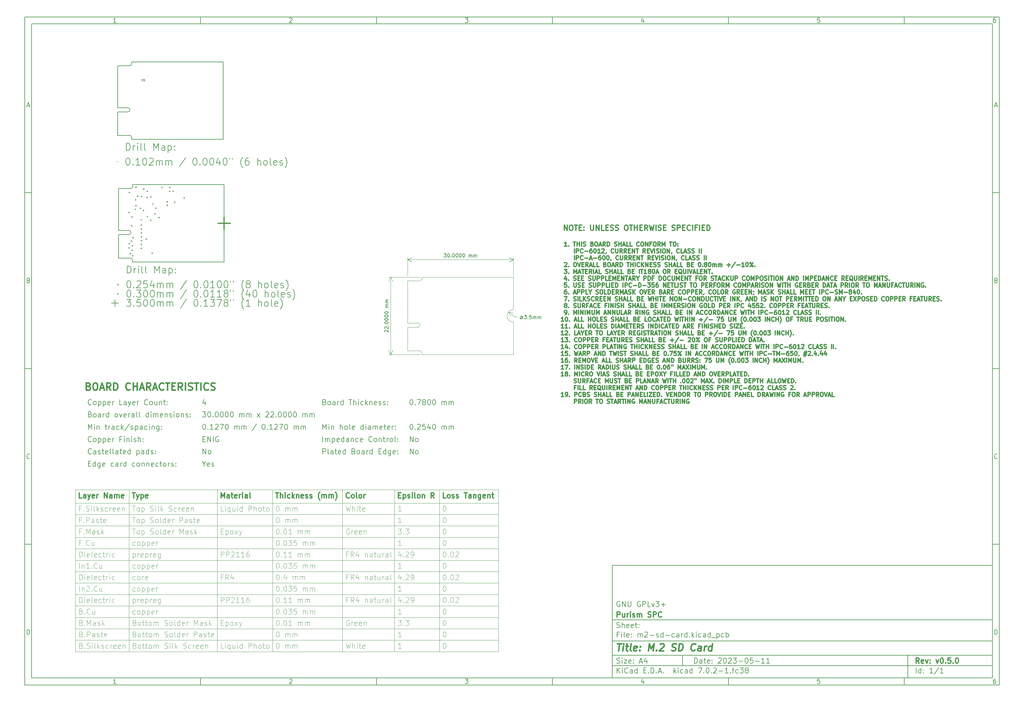
<source format=gbr>
G04 #@! TF.GenerationSoftware,KiCad,Pcbnew,7.0.2-1.fc38*
G04 #@! TF.CreationDate,2023-05-11T21:02:17-04:00*
G04 #@! TF.ProjectId,m2-sd-card,6d322d73-642d-4636-9172-642e6b696361,v0.5.0*
G04 #@! TF.SameCoordinates,PX71581d0PY6410748*
G04 #@! TF.FileFunction,OtherDrawing,Comment*
%FSLAX46Y46*%
G04 Gerber Fmt 4.6, Leading zero omitted, Abs format (unit mm)*
G04 Created by KiCad (PCBNEW 7.0.2-1.fc38) date 2023-05-11 21:02:17*
%MOMM*%
%LPD*%
G01*
G04 APERTURE LIST*
%ADD10C,0.100000*%
%ADD11C,0.150000*%
%ADD12C,0.300000*%
%ADD13C,0.400000*%
%ADD14C,0.200000*%
%ADD15C,0.050000*%
G04 APERTURE END LIST*
D10*
D11*
X58152200Y-61082200D02*
X166152200Y-61082200D01*
X166152200Y-93082200D01*
X58152200Y-93082200D01*
X58152200Y-61082200D01*
D10*
D11*
X-108850000Y94925000D02*
X168152200Y94925000D01*
X168152200Y-95082200D01*
X-108850000Y-95082200D01*
X-108850000Y94925000D01*
D10*
D11*
X-106850000Y92925000D02*
X166152200Y92925000D01*
X166152200Y-93082200D01*
X-106850000Y-93082200D01*
X-106850000Y92925000D01*
D10*
D11*
X-58850000Y92925000D02*
X-58850000Y94925000D01*
D10*
D11*
X-8850000Y92925000D02*
X-8850000Y94925000D01*
D10*
D11*
X41150000Y92925000D02*
X41150000Y94925000D01*
D10*
D11*
X91150000Y92925000D02*
X91150000Y94925000D01*
D10*
D11*
X141150000Y92925000D02*
X141150000Y94925000D01*
D10*
D11*
X-82859524Y93323596D02*
X-83602381Y93323596D01*
X-83230953Y93323596D02*
X-83230953Y94623596D01*
X-83230953Y94623596D02*
X-83354762Y94437881D01*
X-83354762Y94437881D02*
X-83478572Y94314072D01*
X-83478572Y94314072D02*
X-83602381Y94252167D01*
D10*
D11*
X-33602381Y94499786D02*
X-33540477Y94561691D01*
X-33540477Y94561691D02*
X-33416667Y94623596D01*
X-33416667Y94623596D02*
X-33107143Y94623596D01*
X-33107143Y94623596D02*
X-32983334Y94561691D01*
X-32983334Y94561691D02*
X-32921429Y94499786D01*
X-32921429Y94499786D02*
X-32859524Y94375977D01*
X-32859524Y94375977D02*
X-32859524Y94252167D01*
X-32859524Y94252167D02*
X-32921429Y94066453D01*
X-32921429Y94066453D02*
X-33664286Y93323596D01*
X-33664286Y93323596D02*
X-32859524Y93323596D01*
D10*
D11*
X16335714Y94623596D02*
X17140476Y94623596D01*
X17140476Y94623596D02*
X16707142Y94128358D01*
X16707142Y94128358D02*
X16892857Y94128358D01*
X16892857Y94128358D02*
X17016666Y94066453D01*
X17016666Y94066453D02*
X17078571Y94004548D01*
X17078571Y94004548D02*
X17140476Y93880739D01*
X17140476Y93880739D02*
X17140476Y93571215D01*
X17140476Y93571215D02*
X17078571Y93447405D01*
X17078571Y93447405D02*
X17016666Y93385500D01*
X17016666Y93385500D02*
X16892857Y93323596D01*
X16892857Y93323596D02*
X16521428Y93323596D01*
X16521428Y93323596D02*
X16397619Y93385500D01*
X16397619Y93385500D02*
X16335714Y93447405D01*
D10*
D11*
X67016666Y94190262D02*
X67016666Y93323596D01*
X66707142Y94685500D02*
X66397619Y93756929D01*
X66397619Y93756929D02*
X67202380Y93756929D01*
D10*
D11*
X117078571Y94623596D02*
X116459523Y94623596D01*
X116459523Y94623596D02*
X116397619Y94004548D01*
X116397619Y94004548D02*
X116459523Y94066453D01*
X116459523Y94066453D02*
X116583333Y94128358D01*
X116583333Y94128358D02*
X116892857Y94128358D01*
X116892857Y94128358D02*
X117016666Y94066453D01*
X117016666Y94066453D02*
X117078571Y94004548D01*
X117078571Y94004548D02*
X117140476Y93880739D01*
X117140476Y93880739D02*
X117140476Y93571215D01*
X117140476Y93571215D02*
X117078571Y93447405D01*
X117078571Y93447405D02*
X117016666Y93385500D01*
X117016666Y93385500D02*
X116892857Y93323596D01*
X116892857Y93323596D02*
X116583333Y93323596D01*
X116583333Y93323596D02*
X116459523Y93385500D01*
X116459523Y93385500D02*
X116397619Y93447405D01*
D10*
D11*
X167016666Y94623596D02*
X166769047Y94623596D01*
X166769047Y94623596D02*
X166645238Y94561691D01*
X166645238Y94561691D02*
X166583333Y94499786D01*
X166583333Y94499786D02*
X166459523Y94314072D01*
X166459523Y94314072D02*
X166397619Y94066453D01*
X166397619Y94066453D02*
X166397619Y93571215D01*
X166397619Y93571215D02*
X166459523Y93447405D01*
X166459523Y93447405D02*
X166521428Y93385500D01*
X166521428Y93385500D02*
X166645238Y93323596D01*
X166645238Y93323596D02*
X166892857Y93323596D01*
X166892857Y93323596D02*
X167016666Y93385500D01*
X167016666Y93385500D02*
X167078571Y93447405D01*
X167078571Y93447405D02*
X167140476Y93571215D01*
X167140476Y93571215D02*
X167140476Y93880739D01*
X167140476Y93880739D02*
X167078571Y94004548D01*
X167078571Y94004548D02*
X167016666Y94066453D01*
X167016666Y94066453D02*
X166892857Y94128358D01*
X166892857Y94128358D02*
X166645238Y94128358D01*
X166645238Y94128358D02*
X166521428Y94066453D01*
X166521428Y94066453D02*
X166459523Y94004548D01*
X166459523Y94004548D02*
X166397619Y93880739D01*
D10*
D11*
X-58850000Y-93082200D02*
X-58850000Y-95082200D01*
D10*
D11*
X-8850000Y-93082200D02*
X-8850000Y-95082200D01*
D10*
D11*
X41150000Y-93082200D02*
X41150000Y-95082200D01*
D10*
D11*
X91150000Y-93082200D02*
X91150000Y-95082200D01*
D10*
D11*
X141150000Y-93082200D02*
X141150000Y-95082200D01*
D10*
D11*
X-82859524Y-94683604D02*
X-83602381Y-94683604D01*
X-83230953Y-94683604D02*
X-83230953Y-93383604D01*
X-83230953Y-93383604D02*
X-83354762Y-93569319D01*
X-83354762Y-93569319D02*
X-83478572Y-93693128D01*
X-83478572Y-93693128D02*
X-83602381Y-93755033D01*
D10*
D11*
X-33602381Y-93507414D02*
X-33540477Y-93445509D01*
X-33540477Y-93445509D02*
X-33416667Y-93383604D01*
X-33416667Y-93383604D02*
X-33107143Y-93383604D01*
X-33107143Y-93383604D02*
X-32983334Y-93445509D01*
X-32983334Y-93445509D02*
X-32921429Y-93507414D01*
X-32921429Y-93507414D02*
X-32859524Y-93631223D01*
X-32859524Y-93631223D02*
X-32859524Y-93755033D01*
X-32859524Y-93755033D02*
X-32921429Y-93940747D01*
X-32921429Y-93940747D02*
X-33664286Y-94683604D01*
X-33664286Y-94683604D02*
X-32859524Y-94683604D01*
D10*
D11*
X16335714Y-93383604D02*
X17140476Y-93383604D01*
X17140476Y-93383604D02*
X16707142Y-93878842D01*
X16707142Y-93878842D02*
X16892857Y-93878842D01*
X16892857Y-93878842D02*
X17016666Y-93940747D01*
X17016666Y-93940747D02*
X17078571Y-94002652D01*
X17078571Y-94002652D02*
X17140476Y-94126461D01*
X17140476Y-94126461D02*
X17140476Y-94435985D01*
X17140476Y-94435985D02*
X17078571Y-94559795D01*
X17078571Y-94559795D02*
X17016666Y-94621700D01*
X17016666Y-94621700D02*
X16892857Y-94683604D01*
X16892857Y-94683604D02*
X16521428Y-94683604D01*
X16521428Y-94683604D02*
X16397619Y-94621700D01*
X16397619Y-94621700D02*
X16335714Y-94559795D01*
D10*
D11*
X67016666Y-93816938D02*
X67016666Y-94683604D01*
X66707142Y-93321700D02*
X66397619Y-94250271D01*
X66397619Y-94250271D02*
X67202380Y-94250271D01*
D10*
D11*
X117078571Y-93383604D02*
X116459523Y-93383604D01*
X116459523Y-93383604D02*
X116397619Y-94002652D01*
X116397619Y-94002652D02*
X116459523Y-93940747D01*
X116459523Y-93940747D02*
X116583333Y-93878842D01*
X116583333Y-93878842D02*
X116892857Y-93878842D01*
X116892857Y-93878842D02*
X117016666Y-93940747D01*
X117016666Y-93940747D02*
X117078571Y-94002652D01*
X117078571Y-94002652D02*
X117140476Y-94126461D01*
X117140476Y-94126461D02*
X117140476Y-94435985D01*
X117140476Y-94435985D02*
X117078571Y-94559795D01*
X117078571Y-94559795D02*
X117016666Y-94621700D01*
X117016666Y-94621700D02*
X116892857Y-94683604D01*
X116892857Y-94683604D02*
X116583333Y-94683604D01*
X116583333Y-94683604D02*
X116459523Y-94621700D01*
X116459523Y-94621700D02*
X116397619Y-94559795D01*
D10*
D11*
X167016666Y-93383604D02*
X166769047Y-93383604D01*
X166769047Y-93383604D02*
X166645238Y-93445509D01*
X166645238Y-93445509D02*
X166583333Y-93507414D01*
X166583333Y-93507414D02*
X166459523Y-93693128D01*
X166459523Y-93693128D02*
X166397619Y-93940747D01*
X166397619Y-93940747D02*
X166397619Y-94435985D01*
X166397619Y-94435985D02*
X166459523Y-94559795D01*
X166459523Y-94559795D02*
X166521428Y-94621700D01*
X166521428Y-94621700D02*
X166645238Y-94683604D01*
X166645238Y-94683604D02*
X166892857Y-94683604D01*
X166892857Y-94683604D02*
X167016666Y-94621700D01*
X167016666Y-94621700D02*
X167078571Y-94559795D01*
X167078571Y-94559795D02*
X167140476Y-94435985D01*
X167140476Y-94435985D02*
X167140476Y-94126461D01*
X167140476Y-94126461D02*
X167078571Y-94002652D01*
X167078571Y-94002652D02*
X167016666Y-93940747D01*
X167016666Y-93940747D02*
X166892857Y-93878842D01*
X166892857Y-93878842D02*
X166645238Y-93878842D01*
X166645238Y-93878842D02*
X166521428Y-93940747D01*
X166521428Y-93940747D02*
X166459523Y-94002652D01*
X166459523Y-94002652D02*
X166397619Y-94126461D01*
D10*
D11*
X-108850000Y44925000D02*
X-106850000Y44925000D01*
D10*
D11*
X-108850000Y-5075000D02*
X-106850000Y-5075000D01*
D10*
D11*
X-108850000Y-55075000D02*
X-106850000Y-55075000D01*
D10*
D11*
X-108159524Y69695024D02*
X-107540477Y69695024D01*
X-108283334Y69323596D02*
X-107850001Y70623596D01*
X-107850001Y70623596D02*
X-107416667Y69323596D01*
D10*
D11*
X-107757143Y20004548D02*
X-107571429Y19942643D01*
X-107571429Y19942643D02*
X-107509524Y19880739D01*
X-107509524Y19880739D02*
X-107447620Y19756929D01*
X-107447620Y19756929D02*
X-107447620Y19571215D01*
X-107447620Y19571215D02*
X-107509524Y19447405D01*
X-107509524Y19447405D02*
X-107571429Y19385500D01*
X-107571429Y19385500D02*
X-107695239Y19323596D01*
X-107695239Y19323596D02*
X-108190477Y19323596D01*
X-108190477Y19323596D02*
X-108190477Y20623596D01*
X-108190477Y20623596D02*
X-107757143Y20623596D01*
X-107757143Y20623596D02*
X-107633334Y20561691D01*
X-107633334Y20561691D02*
X-107571429Y20499786D01*
X-107571429Y20499786D02*
X-107509524Y20375977D01*
X-107509524Y20375977D02*
X-107509524Y20252167D01*
X-107509524Y20252167D02*
X-107571429Y20128358D01*
X-107571429Y20128358D02*
X-107633334Y20066453D01*
X-107633334Y20066453D02*
X-107757143Y20004548D01*
X-107757143Y20004548D02*
X-108190477Y20004548D01*
D10*
D11*
X-107447620Y-30552595D02*
X-107509524Y-30614500D01*
X-107509524Y-30614500D02*
X-107695239Y-30676404D01*
X-107695239Y-30676404D02*
X-107819048Y-30676404D01*
X-107819048Y-30676404D02*
X-108004762Y-30614500D01*
X-108004762Y-30614500D02*
X-108128572Y-30490690D01*
X-108128572Y-30490690D02*
X-108190477Y-30366880D01*
X-108190477Y-30366880D02*
X-108252381Y-30119261D01*
X-108252381Y-30119261D02*
X-108252381Y-29933547D01*
X-108252381Y-29933547D02*
X-108190477Y-29685928D01*
X-108190477Y-29685928D02*
X-108128572Y-29562119D01*
X-108128572Y-29562119D02*
X-108004762Y-29438309D01*
X-108004762Y-29438309D02*
X-107819048Y-29376404D01*
X-107819048Y-29376404D02*
X-107695239Y-29376404D01*
X-107695239Y-29376404D02*
X-107509524Y-29438309D01*
X-107509524Y-29438309D02*
X-107447620Y-29500214D01*
D10*
D11*
X-108190477Y-80676404D02*
X-108190477Y-79376404D01*
X-108190477Y-79376404D02*
X-107880953Y-79376404D01*
X-107880953Y-79376404D02*
X-107695239Y-79438309D01*
X-107695239Y-79438309D02*
X-107571429Y-79562119D01*
X-107571429Y-79562119D02*
X-107509524Y-79685928D01*
X-107509524Y-79685928D02*
X-107447620Y-79933547D01*
X-107447620Y-79933547D02*
X-107447620Y-80119261D01*
X-107447620Y-80119261D02*
X-107509524Y-80366880D01*
X-107509524Y-80366880D02*
X-107571429Y-80490690D01*
X-107571429Y-80490690D02*
X-107695239Y-80614500D01*
X-107695239Y-80614500D02*
X-107880953Y-80676404D01*
X-107880953Y-80676404D02*
X-108190477Y-80676404D01*
D10*
D11*
X168152200Y44925000D02*
X166152200Y44925000D01*
D10*
D11*
X168152200Y-5075000D02*
X166152200Y-5075000D01*
D10*
D11*
X168152200Y-55075000D02*
X166152200Y-55075000D01*
D10*
D11*
X166842676Y69695024D02*
X167461723Y69695024D01*
X166718866Y69323596D02*
X167152199Y70623596D01*
X167152199Y70623596D02*
X167585533Y69323596D01*
D10*
D11*
X167245057Y20004548D02*
X167430771Y19942643D01*
X167430771Y19942643D02*
X167492676Y19880739D01*
X167492676Y19880739D02*
X167554580Y19756929D01*
X167554580Y19756929D02*
X167554580Y19571215D01*
X167554580Y19571215D02*
X167492676Y19447405D01*
X167492676Y19447405D02*
X167430771Y19385500D01*
X167430771Y19385500D02*
X167306961Y19323596D01*
X167306961Y19323596D02*
X166811723Y19323596D01*
X166811723Y19323596D02*
X166811723Y20623596D01*
X166811723Y20623596D02*
X167245057Y20623596D01*
X167245057Y20623596D02*
X167368866Y20561691D01*
X167368866Y20561691D02*
X167430771Y20499786D01*
X167430771Y20499786D02*
X167492676Y20375977D01*
X167492676Y20375977D02*
X167492676Y20252167D01*
X167492676Y20252167D02*
X167430771Y20128358D01*
X167430771Y20128358D02*
X167368866Y20066453D01*
X167368866Y20066453D02*
X167245057Y20004548D01*
X167245057Y20004548D02*
X166811723Y20004548D01*
D10*
D11*
X167554580Y-30552595D02*
X167492676Y-30614500D01*
X167492676Y-30614500D02*
X167306961Y-30676404D01*
X167306961Y-30676404D02*
X167183152Y-30676404D01*
X167183152Y-30676404D02*
X166997438Y-30614500D01*
X166997438Y-30614500D02*
X166873628Y-30490690D01*
X166873628Y-30490690D02*
X166811723Y-30366880D01*
X166811723Y-30366880D02*
X166749819Y-30119261D01*
X166749819Y-30119261D02*
X166749819Y-29933547D01*
X166749819Y-29933547D02*
X166811723Y-29685928D01*
X166811723Y-29685928D02*
X166873628Y-29562119D01*
X166873628Y-29562119D02*
X166997438Y-29438309D01*
X166997438Y-29438309D02*
X167183152Y-29376404D01*
X167183152Y-29376404D02*
X167306961Y-29376404D01*
X167306961Y-29376404D02*
X167492676Y-29438309D01*
X167492676Y-29438309D02*
X167554580Y-29500214D01*
D10*
D11*
X166811723Y-80676404D02*
X166811723Y-79376404D01*
X166811723Y-79376404D02*
X167121247Y-79376404D01*
X167121247Y-79376404D02*
X167306961Y-79438309D01*
X167306961Y-79438309D02*
X167430771Y-79562119D01*
X167430771Y-79562119D02*
X167492676Y-79685928D01*
X167492676Y-79685928D02*
X167554580Y-79933547D01*
X167554580Y-79933547D02*
X167554580Y-80119261D01*
X167554580Y-80119261D02*
X167492676Y-80366880D01*
X167492676Y-80366880D02*
X167430771Y-80490690D01*
X167430771Y-80490690D02*
X167306961Y-80614500D01*
X167306961Y-80614500D02*
X167121247Y-80676404D01*
X167121247Y-80676404D02*
X166811723Y-80676404D01*
D10*
D11*
X81509342Y-88876128D02*
X81509342Y-87376128D01*
X81509342Y-87376128D02*
X81866485Y-87376128D01*
X81866485Y-87376128D02*
X82080771Y-87447557D01*
X82080771Y-87447557D02*
X82223628Y-87590414D01*
X82223628Y-87590414D02*
X82295057Y-87733271D01*
X82295057Y-87733271D02*
X82366485Y-88018985D01*
X82366485Y-88018985D02*
X82366485Y-88233271D01*
X82366485Y-88233271D02*
X82295057Y-88518985D01*
X82295057Y-88518985D02*
X82223628Y-88661842D01*
X82223628Y-88661842D02*
X82080771Y-88804700D01*
X82080771Y-88804700D02*
X81866485Y-88876128D01*
X81866485Y-88876128D02*
X81509342Y-88876128D01*
X83652200Y-88876128D02*
X83652200Y-88090414D01*
X83652200Y-88090414D02*
X83580771Y-87947557D01*
X83580771Y-87947557D02*
X83437914Y-87876128D01*
X83437914Y-87876128D02*
X83152200Y-87876128D01*
X83152200Y-87876128D02*
X83009342Y-87947557D01*
X83652200Y-88804700D02*
X83509342Y-88876128D01*
X83509342Y-88876128D02*
X83152200Y-88876128D01*
X83152200Y-88876128D02*
X83009342Y-88804700D01*
X83009342Y-88804700D02*
X82937914Y-88661842D01*
X82937914Y-88661842D02*
X82937914Y-88518985D01*
X82937914Y-88518985D02*
X83009342Y-88376128D01*
X83009342Y-88376128D02*
X83152200Y-88304700D01*
X83152200Y-88304700D02*
X83509342Y-88304700D01*
X83509342Y-88304700D02*
X83652200Y-88233271D01*
X84152200Y-87876128D02*
X84723628Y-87876128D01*
X84366485Y-87376128D02*
X84366485Y-88661842D01*
X84366485Y-88661842D02*
X84437914Y-88804700D01*
X84437914Y-88804700D02*
X84580771Y-88876128D01*
X84580771Y-88876128D02*
X84723628Y-88876128D01*
X85795057Y-88804700D02*
X85652200Y-88876128D01*
X85652200Y-88876128D02*
X85366486Y-88876128D01*
X85366486Y-88876128D02*
X85223628Y-88804700D01*
X85223628Y-88804700D02*
X85152200Y-88661842D01*
X85152200Y-88661842D02*
X85152200Y-88090414D01*
X85152200Y-88090414D02*
X85223628Y-87947557D01*
X85223628Y-87947557D02*
X85366486Y-87876128D01*
X85366486Y-87876128D02*
X85652200Y-87876128D01*
X85652200Y-87876128D02*
X85795057Y-87947557D01*
X85795057Y-87947557D02*
X85866486Y-88090414D01*
X85866486Y-88090414D02*
X85866486Y-88233271D01*
X85866486Y-88233271D02*
X85152200Y-88376128D01*
X86509342Y-88733271D02*
X86580771Y-88804700D01*
X86580771Y-88804700D02*
X86509342Y-88876128D01*
X86509342Y-88876128D02*
X86437914Y-88804700D01*
X86437914Y-88804700D02*
X86509342Y-88733271D01*
X86509342Y-88733271D02*
X86509342Y-88876128D01*
X86509342Y-87947557D02*
X86580771Y-88018985D01*
X86580771Y-88018985D02*
X86509342Y-88090414D01*
X86509342Y-88090414D02*
X86437914Y-88018985D01*
X86437914Y-88018985D02*
X86509342Y-87947557D01*
X86509342Y-87947557D02*
X86509342Y-88090414D01*
X88295057Y-87518985D02*
X88366485Y-87447557D01*
X88366485Y-87447557D02*
X88509343Y-87376128D01*
X88509343Y-87376128D02*
X88866485Y-87376128D01*
X88866485Y-87376128D02*
X89009343Y-87447557D01*
X89009343Y-87447557D02*
X89080771Y-87518985D01*
X89080771Y-87518985D02*
X89152200Y-87661842D01*
X89152200Y-87661842D02*
X89152200Y-87804700D01*
X89152200Y-87804700D02*
X89080771Y-88018985D01*
X89080771Y-88018985D02*
X88223628Y-88876128D01*
X88223628Y-88876128D02*
X89152200Y-88876128D01*
X90080771Y-87376128D02*
X90223628Y-87376128D01*
X90223628Y-87376128D02*
X90366485Y-87447557D01*
X90366485Y-87447557D02*
X90437914Y-87518985D01*
X90437914Y-87518985D02*
X90509342Y-87661842D01*
X90509342Y-87661842D02*
X90580771Y-87947557D01*
X90580771Y-87947557D02*
X90580771Y-88304700D01*
X90580771Y-88304700D02*
X90509342Y-88590414D01*
X90509342Y-88590414D02*
X90437914Y-88733271D01*
X90437914Y-88733271D02*
X90366485Y-88804700D01*
X90366485Y-88804700D02*
X90223628Y-88876128D01*
X90223628Y-88876128D02*
X90080771Y-88876128D01*
X90080771Y-88876128D02*
X89937914Y-88804700D01*
X89937914Y-88804700D02*
X89866485Y-88733271D01*
X89866485Y-88733271D02*
X89795056Y-88590414D01*
X89795056Y-88590414D02*
X89723628Y-88304700D01*
X89723628Y-88304700D02*
X89723628Y-87947557D01*
X89723628Y-87947557D02*
X89795056Y-87661842D01*
X89795056Y-87661842D02*
X89866485Y-87518985D01*
X89866485Y-87518985D02*
X89937914Y-87447557D01*
X89937914Y-87447557D02*
X90080771Y-87376128D01*
X91152199Y-87518985D02*
X91223627Y-87447557D01*
X91223627Y-87447557D02*
X91366485Y-87376128D01*
X91366485Y-87376128D02*
X91723627Y-87376128D01*
X91723627Y-87376128D02*
X91866485Y-87447557D01*
X91866485Y-87447557D02*
X91937913Y-87518985D01*
X91937913Y-87518985D02*
X92009342Y-87661842D01*
X92009342Y-87661842D02*
X92009342Y-87804700D01*
X92009342Y-87804700D02*
X91937913Y-88018985D01*
X91937913Y-88018985D02*
X91080770Y-88876128D01*
X91080770Y-88876128D02*
X92009342Y-88876128D01*
X92509341Y-87376128D02*
X93437913Y-87376128D01*
X93437913Y-87376128D02*
X92937913Y-87947557D01*
X92937913Y-87947557D02*
X93152198Y-87947557D01*
X93152198Y-87947557D02*
X93295056Y-88018985D01*
X93295056Y-88018985D02*
X93366484Y-88090414D01*
X93366484Y-88090414D02*
X93437913Y-88233271D01*
X93437913Y-88233271D02*
X93437913Y-88590414D01*
X93437913Y-88590414D02*
X93366484Y-88733271D01*
X93366484Y-88733271D02*
X93295056Y-88804700D01*
X93295056Y-88804700D02*
X93152198Y-88876128D01*
X93152198Y-88876128D02*
X92723627Y-88876128D01*
X92723627Y-88876128D02*
X92580770Y-88804700D01*
X92580770Y-88804700D02*
X92509341Y-88733271D01*
X94080769Y-88304700D02*
X95223627Y-88304700D01*
X96223627Y-87376128D02*
X96366484Y-87376128D01*
X96366484Y-87376128D02*
X96509341Y-87447557D01*
X96509341Y-87447557D02*
X96580770Y-87518985D01*
X96580770Y-87518985D02*
X96652198Y-87661842D01*
X96652198Y-87661842D02*
X96723627Y-87947557D01*
X96723627Y-87947557D02*
X96723627Y-88304700D01*
X96723627Y-88304700D02*
X96652198Y-88590414D01*
X96652198Y-88590414D02*
X96580770Y-88733271D01*
X96580770Y-88733271D02*
X96509341Y-88804700D01*
X96509341Y-88804700D02*
X96366484Y-88876128D01*
X96366484Y-88876128D02*
X96223627Y-88876128D01*
X96223627Y-88876128D02*
X96080770Y-88804700D01*
X96080770Y-88804700D02*
X96009341Y-88733271D01*
X96009341Y-88733271D02*
X95937912Y-88590414D01*
X95937912Y-88590414D02*
X95866484Y-88304700D01*
X95866484Y-88304700D02*
X95866484Y-87947557D01*
X95866484Y-87947557D02*
X95937912Y-87661842D01*
X95937912Y-87661842D02*
X96009341Y-87518985D01*
X96009341Y-87518985D02*
X96080770Y-87447557D01*
X96080770Y-87447557D02*
X96223627Y-87376128D01*
X98080769Y-87376128D02*
X97366483Y-87376128D01*
X97366483Y-87376128D02*
X97295055Y-88090414D01*
X97295055Y-88090414D02*
X97366483Y-88018985D01*
X97366483Y-88018985D02*
X97509341Y-87947557D01*
X97509341Y-87947557D02*
X97866483Y-87947557D01*
X97866483Y-87947557D02*
X98009341Y-88018985D01*
X98009341Y-88018985D02*
X98080769Y-88090414D01*
X98080769Y-88090414D02*
X98152198Y-88233271D01*
X98152198Y-88233271D02*
X98152198Y-88590414D01*
X98152198Y-88590414D02*
X98080769Y-88733271D01*
X98080769Y-88733271D02*
X98009341Y-88804700D01*
X98009341Y-88804700D02*
X97866483Y-88876128D01*
X97866483Y-88876128D02*
X97509341Y-88876128D01*
X97509341Y-88876128D02*
X97366483Y-88804700D01*
X97366483Y-88804700D02*
X97295055Y-88733271D01*
X98795054Y-88304700D02*
X99937912Y-88304700D01*
X101437912Y-88876128D02*
X100580769Y-88876128D01*
X101009340Y-88876128D02*
X101009340Y-87376128D01*
X101009340Y-87376128D02*
X100866483Y-87590414D01*
X100866483Y-87590414D02*
X100723626Y-87733271D01*
X100723626Y-87733271D02*
X100580769Y-87804700D01*
X102866483Y-88876128D02*
X102009340Y-88876128D01*
X102437911Y-88876128D02*
X102437911Y-87376128D01*
X102437911Y-87376128D02*
X102295054Y-87590414D01*
X102295054Y-87590414D02*
X102152197Y-87733271D01*
X102152197Y-87733271D02*
X102009340Y-87804700D01*
D10*
D11*
X58152200Y-89582200D02*
X166152200Y-89582200D01*
D10*
D11*
X59509342Y-91676128D02*
X59509342Y-90176128D01*
X60366485Y-91676128D02*
X59723628Y-90818985D01*
X60366485Y-90176128D02*
X59509342Y-91033271D01*
X61009342Y-91676128D02*
X61009342Y-90676128D01*
X61009342Y-90176128D02*
X60937914Y-90247557D01*
X60937914Y-90247557D02*
X61009342Y-90318985D01*
X61009342Y-90318985D02*
X61080771Y-90247557D01*
X61080771Y-90247557D02*
X61009342Y-90176128D01*
X61009342Y-90176128D02*
X61009342Y-90318985D01*
X62580771Y-91533271D02*
X62509343Y-91604700D01*
X62509343Y-91604700D02*
X62295057Y-91676128D01*
X62295057Y-91676128D02*
X62152200Y-91676128D01*
X62152200Y-91676128D02*
X61937914Y-91604700D01*
X61937914Y-91604700D02*
X61795057Y-91461842D01*
X61795057Y-91461842D02*
X61723628Y-91318985D01*
X61723628Y-91318985D02*
X61652200Y-91033271D01*
X61652200Y-91033271D02*
X61652200Y-90818985D01*
X61652200Y-90818985D02*
X61723628Y-90533271D01*
X61723628Y-90533271D02*
X61795057Y-90390414D01*
X61795057Y-90390414D02*
X61937914Y-90247557D01*
X61937914Y-90247557D02*
X62152200Y-90176128D01*
X62152200Y-90176128D02*
X62295057Y-90176128D01*
X62295057Y-90176128D02*
X62509343Y-90247557D01*
X62509343Y-90247557D02*
X62580771Y-90318985D01*
X63866486Y-91676128D02*
X63866486Y-90890414D01*
X63866486Y-90890414D02*
X63795057Y-90747557D01*
X63795057Y-90747557D02*
X63652200Y-90676128D01*
X63652200Y-90676128D02*
X63366486Y-90676128D01*
X63366486Y-90676128D02*
X63223628Y-90747557D01*
X63866486Y-91604700D02*
X63723628Y-91676128D01*
X63723628Y-91676128D02*
X63366486Y-91676128D01*
X63366486Y-91676128D02*
X63223628Y-91604700D01*
X63223628Y-91604700D02*
X63152200Y-91461842D01*
X63152200Y-91461842D02*
X63152200Y-91318985D01*
X63152200Y-91318985D02*
X63223628Y-91176128D01*
X63223628Y-91176128D02*
X63366486Y-91104700D01*
X63366486Y-91104700D02*
X63723628Y-91104700D01*
X63723628Y-91104700D02*
X63866486Y-91033271D01*
X65223629Y-91676128D02*
X65223629Y-90176128D01*
X65223629Y-91604700D02*
X65080771Y-91676128D01*
X65080771Y-91676128D02*
X64795057Y-91676128D01*
X64795057Y-91676128D02*
X64652200Y-91604700D01*
X64652200Y-91604700D02*
X64580771Y-91533271D01*
X64580771Y-91533271D02*
X64509343Y-91390414D01*
X64509343Y-91390414D02*
X64509343Y-90961842D01*
X64509343Y-90961842D02*
X64580771Y-90818985D01*
X64580771Y-90818985D02*
X64652200Y-90747557D01*
X64652200Y-90747557D02*
X64795057Y-90676128D01*
X64795057Y-90676128D02*
X65080771Y-90676128D01*
X65080771Y-90676128D02*
X65223629Y-90747557D01*
X67080771Y-90890414D02*
X67580771Y-90890414D01*
X67795057Y-91676128D02*
X67080771Y-91676128D01*
X67080771Y-91676128D02*
X67080771Y-90176128D01*
X67080771Y-90176128D02*
X67795057Y-90176128D01*
X68437914Y-91533271D02*
X68509343Y-91604700D01*
X68509343Y-91604700D02*
X68437914Y-91676128D01*
X68437914Y-91676128D02*
X68366486Y-91604700D01*
X68366486Y-91604700D02*
X68437914Y-91533271D01*
X68437914Y-91533271D02*
X68437914Y-91676128D01*
X69152200Y-91676128D02*
X69152200Y-90176128D01*
X69152200Y-90176128D02*
X69509343Y-90176128D01*
X69509343Y-90176128D02*
X69723629Y-90247557D01*
X69723629Y-90247557D02*
X69866486Y-90390414D01*
X69866486Y-90390414D02*
X69937915Y-90533271D01*
X69937915Y-90533271D02*
X70009343Y-90818985D01*
X70009343Y-90818985D02*
X70009343Y-91033271D01*
X70009343Y-91033271D02*
X69937915Y-91318985D01*
X69937915Y-91318985D02*
X69866486Y-91461842D01*
X69866486Y-91461842D02*
X69723629Y-91604700D01*
X69723629Y-91604700D02*
X69509343Y-91676128D01*
X69509343Y-91676128D02*
X69152200Y-91676128D01*
X70652200Y-91533271D02*
X70723629Y-91604700D01*
X70723629Y-91604700D02*
X70652200Y-91676128D01*
X70652200Y-91676128D02*
X70580772Y-91604700D01*
X70580772Y-91604700D02*
X70652200Y-91533271D01*
X70652200Y-91533271D02*
X70652200Y-91676128D01*
X71295058Y-91247557D02*
X72009344Y-91247557D01*
X71152201Y-91676128D02*
X71652201Y-90176128D01*
X71652201Y-90176128D02*
X72152201Y-91676128D01*
X72652200Y-91533271D02*
X72723629Y-91604700D01*
X72723629Y-91604700D02*
X72652200Y-91676128D01*
X72652200Y-91676128D02*
X72580772Y-91604700D01*
X72580772Y-91604700D02*
X72652200Y-91533271D01*
X72652200Y-91533271D02*
X72652200Y-91676128D01*
X75652200Y-91676128D02*
X75652200Y-90176128D01*
X75795058Y-91104700D02*
X76223629Y-91676128D01*
X76223629Y-90676128D02*
X75652200Y-91247557D01*
X76866486Y-91676128D02*
X76866486Y-90676128D01*
X76866486Y-90176128D02*
X76795058Y-90247557D01*
X76795058Y-90247557D02*
X76866486Y-90318985D01*
X76866486Y-90318985D02*
X76937915Y-90247557D01*
X76937915Y-90247557D02*
X76866486Y-90176128D01*
X76866486Y-90176128D02*
X76866486Y-90318985D01*
X78223630Y-91604700D02*
X78080772Y-91676128D01*
X78080772Y-91676128D02*
X77795058Y-91676128D01*
X77795058Y-91676128D02*
X77652201Y-91604700D01*
X77652201Y-91604700D02*
X77580772Y-91533271D01*
X77580772Y-91533271D02*
X77509344Y-91390414D01*
X77509344Y-91390414D02*
X77509344Y-90961842D01*
X77509344Y-90961842D02*
X77580772Y-90818985D01*
X77580772Y-90818985D02*
X77652201Y-90747557D01*
X77652201Y-90747557D02*
X77795058Y-90676128D01*
X77795058Y-90676128D02*
X78080772Y-90676128D01*
X78080772Y-90676128D02*
X78223630Y-90747557D01*
X79509344Y-91676128D02*
X79509344Y-90890414D01*
X79509344Y-90890414D02*
X79437915Y-90747557D01*
X79437915Y-90747557D02*
X79295058Y-90676128D01*
X79295058Y-90676128D02*
X79009344Y-90676128D01*
X79009344Y-90676128D02*
X78866486Y-90747557D01*
X79509344Y-91604700D02*
X79366486Y-91676128D01*
X79366486Y-91676128D02*
X79009344Y-91676128D01*
X79009344Y-91676128D02*
X78866486Y-91604700D01*
X78866486Y-91604700D02*
X78795058Y-91461842D01*
X78795058Y-91461842D02*
X78795058Y-91318985D01*
X78795058Y-91318985D02*
X78866486Y-91176128D01*
X78866486Y-91176128D02*
X79009344Y-91104700D01*
X79009344Y-91104700D02*
X79366486Y-91104700D01*
X79366486Y-91104700D02*
X79509344Y-91033271D01*
X80866487Y-91676128D02*
X80866487Y-90176128D01*
X80866487Y-91604700D02*
X80723629Y-91676128D01*
X80723629Y-91676128D02*
X80437915Y-91676128D01*
X80437915Y-91676128D02*
X80295058Y-91604700D01*
X80295058Y-91604700D02*
X80223629Y-91533271D01*
X80223629Y-91533271D02*
X80152201Y-91390414D01*
X80152201Y-91390414D02*
X80152201Y-90961842D01*
X80152201Y-90961842D02*
X80223629Y-90818985D01*
X80223629Y-90818985D02*
X80295058Y-90747557D01*
X80295058Y-90747557D02*
X80437915Y-90676128D01*
X80437915Y-90676128D02*
X80723629Y-90676128D01*
X80723629Y-90676128D02*
X80866487Y-90747557D01*
X82580772Y-90176128D02*
X83580772Y-90176128D01*
X83580772Y-90176128D02*
X82937915Y-91676128D01*
X84152200Y-91533271D02*
X84223629Y-91604700D01*
X84223629Y-91604700D02*
X84152200Y-91676128D01*
X84152200Y-91676128D02*
X84080772Y-91604700D01*
X84080772Y-91604700D02*
X84152200Y-91533271D01*
X84152200Y-91533271D02*
X84152200Y-91676128D01*
X85152201Y-90176128D02*
X85295058Y-90176128D01*
X85295058Y-90176128D02*
X85437915Y-90247557D01*
X85437915Y-90247557D02*
X85509344Y-90318985D01*
X85509344Y-90318985D02*
X85580772Y-90461842D01*
X85580772Y-90461842D02*
X85652201Y-90747557D01*
X85652201Y-90747557D02*
X85652201Y-91104700D01*
X85652201Y-91104700D02*
X85580772Y-91390414D01*
X85580772Y-91390414D02*
X85509344Y-91533271D01*
X85509344Y-91533271D02*
X85437915Y-91604700D01*
X85437915Y-91604700D02*
X85295058Y-91676128D01*
X85295058Y-91676128D02*
X85152201Y-91676128D01*
X85152201Y-91676128D02*
X85009344Y-91604700D01*
X85009344Y-91604700D02*
X84937915Y-91533271D01*
X84937915Y-91533271D02*
X84866486Y-91390414D01*
X84866486Y-91390414D02*
X84795058Y-91104700D01*
X84795058Y-91104700D02*
X84795058Y-90747557D01*
X84795058Y-90747557D02*
X84866486Y-90461842D01*
X84866486Y-90461842D02*
X84937915Y-90318985D01*
X84937915Y-90318985D02*
X85009344Y-90247557D01*
X85009344Y-90247557D02*
X85152201Y-90176128D01*
X86295057Y-91533271D02*
X86366486Y-91604700D01*
X86366486Y-91604700D02*
X86295057Y-91676128D01*
X86295057Y-91676128D02*
X86223629Y-91604700D01*
X86223629Y-91604700D02*
X86295057Y-91533271D01*
X86295057Y-91533271D02*
X86295057Y-91676128D01*
X86937915Y-90318985D02*
X87009343Y-90247557D01*
X87009343Y-90247557D02*
X87152201Y-90176128D01*
X87152201Y-90176128D02*
X87509343Y-90176128D01*
X87509343Y-90176128D02*
X87652201Y-90247557D01*
X87652201Y-90247557D02*
X87723629Y-90318985D01*
X87723629Y-90318985D02*
X87795058Y-90461842D01*
X87795058Y-90461842D02*
X87795058Y-90604700D01*
X87795058Y-90604700D02*
X87723629Y-90818985D01*
X87723629Y-90818985D02*
X86866486Y-91676128D01*
X86866486Y-91676128D02*
X87795058Y-91676128D01*
X88437914Y-91104700D02*
X89580772Y-91104700D01*
X91080772Y-91676128D02*
X90223629Y-91676128D01*
X90652200Y-91676128D02*
X90652200Y-90176128D01*
X90652200Y-90176128D02*
X90509343Y-90390414D01*
X90509343Y-90390414D02*
X90366486Y-90533271D01*
X90366486Y-90533271D02*
X90223629Y-90604700D01*
X91723628Y-91533271D02*
X91795057Y-91604700D01*
X91795057Y-91604700D02*
X91723628Y-91676128D01*
X91723628Y-91676128D02*
X91652200Y-91604700D01*
X91652200Y-91604700D02*
X91723628Y-91533271D01*
X91723628Y-91533271D02*
X91723628Y-91676128D01*
X92223629Y-90676128D02*
X92795057Y-90676128D01*
X92437914Y-91676128D02*
X92437914Y-90390414D01*
X92437914Y-90390414D02*
X92509343Y-90247557D01*
X92509343Y-90247557D02*
X92652200Y-90176128D01*
X92652200Y-90176128D02*
X92795057Y-90176128D01*
X93937915Y-91604700D02*
X93795057Y-91676128D01*
X93795057Y-91676128D02*
X93509343Y-91676128D01*
X93509343Y-91676128D02*
X93366486Y-91604700D01*
X93366486Y-91604700D02*
X93295057Y-91533271D01*
X93295057Y-91533271D02*
X93223629Y-91390414D01*
X93223629Y-91390414D02*
X93223629Y-90961842D01*
X93223629Y-90961842D02*
X93295057Y-90818985D01*
X93295057Y-90818985D02*
X93366486Y-90747557D01*
X93366486Y-90747557D02*
X93509343Y-90676128D01*
X93509343Y-90676128D02*
X93795057Y-90676128D01*
X93795057Y-90676128D02*
X93937915Y-90747557D01*
X94437914Y-90176128D02*
X95366486Y-90176128D01*
X95366486Y-90176128D02*
X94866486Y-90747557D01*
X94866486Y-90747557D02*
X95080771Y-90747557D01*
X95080771Y-90747557D02*
X95223629Y-90818985D01*
X95223629Y-90818985D02*
X95295057Y-90890414D01*
X95295057Y-90890414D02*
X95366486Y-91033271D01*
X95366486Y-91033271D02*
X95366486Y-91390414D01*
X95366486Y-91390414D02*
X95295057Y-91533271D01*
X95295057Y-91533271D02*
X95223629Y-91604700D01*
X95223629Y-91604700D02*
X95080771Y-91676128D01*
X95080771Y-91676128D02*
X94652200Y-91676128D01*
X94652200Y-91676128D02*
X94509343Y-91604700D01*
X94509343Y-91604700D02*
X94437914Y-91533271D01*
X96223628Y-90818985D02*
X96080771Y-90747557D01*
X96080771Y-90747557D02*
X96009342Y-90676128D01*
X96009342Y-90676128D02*
X95937914Y-90533271D01*
X95937914Y-90533271D02*
X95937914Y-90461842D01*
X95937914Y-90461842D02*
X96009342Y-90318985D01*
X96009342Y-90318985D02*
X96080771Y-90247557D01*
X96080771Y-90247557D02*
X96223628Y-90176128D01*
X96223628Y-90176128D02*
X96509342Y-90176128D01*
X96509342Y-90176128D02*
X96652200Y-90247557D01*
X96652200Y-90247557D02*
X96723628Y-90318985D01*
X96723628Y-90318985D02*
X96795057Y-90461842D01*
X96795057Y-90461842D02*
X96795057Y-90533271D01*
X96795057Y-90533271D02*
X96723628Y-90676128D01*
X96723628Y-90676128D02*
X96652200Y-90747557D01*
X96652200Y-90747557D02*
X96509342Y-90818985D01*
X96509342Y-90818985D02*
X96223628Y-90818985D01*
X96223628Y-90818985D02*
X96080771Y-90890414D01*
X96080771Y-90890414D02*
X96009342Y-90961842D01*
X96009342Y-90961842D02*
X95937914Y-91104700D01*
X95937914Y-91104700D02*
X95937914Y-91390414D01*
X95937914Y-91390414D02*
X96009342Y-91533271D01*
X96009342Y-91533271D02*
X96080771Y-91604700D01*
X96080771Y-91604700D02*
X96223628Y-91676128D01*
X96223628Y-91676128D02*
X96509342Y-91676128D01*
X96509342Y-91676128D02*
X96652200Y-91604700D01*
X96652200Y-91604700D02*
X96723628Y-91533271D01*
X96723628Y-91533271D02*
X96795057Y-91390414D01*
X96795057Y-91390414D02*
X96795057Y-91104700D01*
X96795057Y-91104700D02*
X96723628Y-90961842D01*
X96723628Y-90961842D02*
X96652200Y-90890414D01*
X96652200Y-90890414D02*
X96509342Y-90818985D01*
D10*
D11*
X58152200Y-86582200D02*
X166152200Y-86582200D01*
D10*
D12*
X145366485Y-88876128D02*
X144866485Y-88161842D01*
X144509342Y-88876128D02*
X144509342Y-87376128D01*
X144509342Y-87376128D02*
X145080771Y-87376128D01*
X145080771Y-87376128D02*
X145223628Y-87447557D01*
X145223628Y-87447557D02*
X145295057Y-87518985D01*
X145295057Y-87518985D02*
X145366485Y-87661842D01*
X145366485Y-87661842D02*
X145366485Y-87876128D01*
X145366485Y-87876128D02*
X145295057Y-88018985D01*
X145295057Y-88018985D02*
X145223628Y-88090414D01*
X145223628Y-88090414D02*
X145080771Y-88161842D01*
X145080771Y-88161842D02*
X144509342Y-88161842D01*
X146580771Y-88804700D02*
X146437914Y-88876128D01*
X146437914Y-88876128D02*
X146152200Y-88876128D01*
X146152200Y-88876128D02*
X146009342Y-88804700D01*
X146009342Y-88804700D02*
X145937914Y-88661842D01*
X145937914Y-88661842D02*
X145937914Y-88090414D01*
X145937914Y-88090414D02*
X146009342Y-87947557D01*
X146009342Y-87947557D02*
X146152200Y-87876128D01*
X146152200Y-87876128D02*
X146437914Y-87876128D01*
X146437914Y-87876128D02*
X146580771Y-87947557D01*
X146580771Y-87947557D02*
X146652200Y-88090414D01*
X146652200Y-88090414D02*
X146652200Y-88233271D01*
X146652200Y-88233271D02*
X145937914Y-88376128D01*
X147152199Y-87876128D02*
X147509342Y-88876128D01*
X147509342Y-88876128D02*
X147866485Y-87876128D01*
X148437913Y-88733271D02*
X148509342Y-88804700D01*
X148509342Y-88804700D02*
X148437913Y-88876128D01*
X148437913Y-88876128D02*
X148366485Y-88804700D01*
X148366485Y-88804700D02*
X148437913Y-88733271D01*
X148437913Y-88733271D02*
X148437913Y-88876128D01*
X148437913Y-87947557D02*
X148509342Y-88018985D01*
X148509342Y-88018985D02*
X148437913Y-88090414D01*
X148437913Y-88090414D02*
X148366485Y-88018985D01*
X148366485Y-88018985D02*
X148437913Y-87947557D01*
X148437913Y-87947557D02*
X148437913Y-88090414D01*
X150152199Y-87876128D02*
X150509342Y-88876128D01*
X150509342Y-88876128D02*
X150866485Y-87876128D01*
X151723628Y-87376128D02*
X151866485Y-87376128D01*
X151866485Y-87376128D02*
X152009342Y-87447557D01*
X152009342Y-87447557D02*
X152080771Y-87518985D01*
X152080771Y-87518985D02*
X152152199Y-87661842D01*
X152152199Y-87661842D02*
X152223628Y-87947557D01*
X152223628Y-87947557D02*
X152223628Y-88304700D01*
X152223628Y-88304700D02*
X152152199Y-88590414D01*
X152152199Y-88590414D02*
X152080771Y-88733271D01*
X152080771Y-88733271D02*
X152009342Y-88804700D01*
X152009342Y-88804700D02*
X151866485Y-88876128D01*
X151866485Y-88876128D02*
X151723628Y-88876128D01*
X151723628Y-88876128D02*
X151580771Y-88804700D01*
X151580771Y-88804700D02*
X151509342Y-88733271D01*
X151509342Y-88733271D02*
X151437913Y-88590414D01*
X151437913Y-88590414D02*
X151366485Y-88304700D01*
X151366485Y-88304700D02*
X151366485Y-87947557D01*
X151366485Y-87947557D02*
X151437913Y-87661842D01*
X151437913Y-87661842D02*
X151509342Y-87518985D01*
X151509342Y-87518985D02*
X151580771Y-87447557D01*
X151580771Y-87447557D02*
X151723628Y-87376128D01*
X152866484Y-88733271D02*
X152937913Y-88804700D01*
X152937913Y-88804700D02*
X152866484Y-88876128D01*
X152866484Y-88876128D02*
X152795056Y-88804700D01*
X152795056Y-88804700D02*
X152866484Y-88733271D01*
X152866484Y-88733271D02*
X152866484Y-88876128D01*
X154295056Y-87376128D02*
X153580770Y-87376128D01*
X153580770Y-87376128D02*
X153509342Y-88090414D01*
X153509342Y-88090414D02*
X153580770Y-88018985D01*
X153580770Y-88018985D02*
X153723628Y-87947557D01*
X153723628Y-87947557D02*
X154080770Y-87947557D01*
X154080770Y-87947557D02*
X154223628Y-88018985D01*
X154223628Y-88018985D02*
X154295056Y-88090414D01*
X154295056Y-88090414D02*
X154366485Y-88233271D01*
X154366485Y-88233271D02*
X154366485Y-88590414D01*
X154366485Y-88590414D02*
X154295056Y-88733271D01*
X154295056Y-88733271D02*
X154223628Y-88804700D01*
X154223628Y-88804700D02*
X154080770Y-88876128D01*
X154080770Y-88876128D02*
X153723628Y-88876128D01*
X153723628Y-88876128D02*
X153580770Y-88804700D01*
X153580770Y-88804700D02*
X153509342Y-88733271D01*
X155009341Y-88733271D02*
X155080770Y-88804700D01*
X155080770Y-88804700D02*
X155009341Y-88876128D01*
X155009341Y-88876128D02*
X154937913Y-88804700D01*
X154937913Y-88804700D02*
X155009341Y-88733271D01*
X155009341Y-88733271D02*
X155009341Y-88876128D01*
X156009342Y-87376128D02*
X156152199Y-87376128D01*
X156152199Y-87376128D02*
X156295056Y-87447557D01*
X156295056Y-87447557D02*
X156366485Y-87518985D01*
X156366485Y-87518985D02*
X156437913Y-87661842D01*
X156437913Y-87661842D02*
X156509342Y-87947557D01*
X156509342Y-87947557D02*
X156509342Y-88304700D01*
X156509342Y-88304700D02*
X156437913Y-88590414D01*
X156437913Y-88590414D02*
X156366485Y-88733271D01*
X156366485Y-88733271D02*
X156295056Y-88804700D01*
X156295056Y-88804700D02*
X156152199Y-88876128D01*
X156152199Y-88876128D02*
X156009342Y-88876128D01*
X156009342Y-88876128D02*
X155866485Y-88804700D01*
X155866485Y-88804700D02*
X155795056Y-88733271D01*
X155795056Y-88733271D02*
X155723627Y-88590414D01*
X155723627Y-88590414D02*
X155652199Y-88304700D01*
X155652199Y-88304700D02*
X155652199Y-87947557D01*
X155652199Y-87947557D02*
X155723627Y-87661842D01*
X155723627Y-87661842D02*
X155795056Y-87518985D01*
X155795056Y-87518985D02*
X155866485Y-87447557D01*
X155866485Y-87447557D02*
X156009342Y-87376128D01*
D10*
D11*
X59437914Y-88804700D02*
X59652200Y-88876128D01*
X59652200Y-88876128D02*
X60009342Y-88876128D01*
X60009342Y-88876128D02*
X60152200Y-88804700D01*
X60152200Y-88804700D02*
X60223628Y-88733271D01*
X60223628Y-88733271D02*
X60295057Y-88590414D01*
X60295057Y-88590414D02*
X60295057Y-88447557D01*
X60295057Y-88447557D02*
X60223628Y-88304700D01*
X60223628Y-88304700D02*
X60152200Y-88233271D01*
X60152200Y-88233271D02*
X60009342Y-88161842D01*
X60009342Y-88161842D02*
X59723628Y-88090414D01*
X59723628Y-88090414D02*
X59580771Y-88018985D01*
X59580771Y-88018985D02*
X59509342Y-87947557D01*
X59509342Y-87947557D02*
X59437914Y-87804700D01*
X59437914Y-87804700D02*
X59437914Y-87661842D01*
X59437914Y-87661842D02*
X59509342Y-87518985D01*
X59509342Y-87518985D02*
X59580771Y-87447557D01*
X59580771Y-87447557D02*
X59723628Y-87376128D01*
X59723628Y-87376128D02*
X60080771Y-87376128D01*
X60080771Y-87376128D02*
X60295057Y-87447557D01*
X60937913Y-88876128D02*
X60937913Y-87876128D01*
X60937913Y-87376128D02*
X60866485Y-87447557D01*
X60866485Y-87447557D02*
X60937913Y-87518985D01*
X60937913Y-87518985D02*
X61009342Y-87447557D01*
X61009342Y-87447557D02*
X60937913Y-87376128D01*
X60937913Y-87376128D02*
X60937913Y-87518985D01*
X61509342Y-87876128D02*
X62295057Y-87876128D01*
X62295057Y-87876128D02*
X61509342Y-88876128D01*
X61509342Y-88876128D02*
X62295057Y-88876128D01*
X63437914Y-88804700D02*
X63295057Y-88876128D01*
X63295057Y-88876128D02*
X63009343Y-88876128D01*
X63009343Y-88876128D02*
X62866485Y-88804700D01*
X62866485Y-88804700D02*
X62795057Y-88661842D01*
X62795057Y-88661842D02*
X62795057Y-88090414D01*
X62795057Y-88090414D02*
X62866485Y-87947557D01*
X62866485Y-87947557D02*
X63009343Y-87876128D01*
X63009343Y-87876128D02*
X63295057Y-87876128D01*
X63295057Y-87876128D02*
X63437914Y-87947557D01*
X63437914Y-87947557D02*
X63509343Y-88090414D01*
X63509343Y-88090414D02*
X63509343Y-88233271D01*
X63509343Y-88233271D02*
X62795057Y-88376128D01*
X64152199Y-88733271D02*
X64223628Y-88804700D01*
X64223628Y-88804700D02*
X64152199Y-88876128D01*
X64152199Y-88876128D02*
X64080771Y-88804700D01*
X64080771Y-88804700D02*
X64152199Y-88733271D01*
X64152199Y-88733271D02*
X64152199Y-88876128D01*
X64152199Y-87947557D02*
X64223628Y-88018985D01*
X64223628Y-88018985D02*
X64152199Y-88090414D01*
X64152199Y-88090414D02*
X64080771Y-88018985D01*
X64080771Y-88018985D02*
X64152199Y-87947557D01*
X64152199Y-87947557D02*
X64152199Y-88090414D01*
X65937914Y-88447557D02*
X66652200Y-88447557D01*
X65795057Y-88876128D02*
X66295057Y-87376128D01*
X66295057Y-87376128D02*
X66795057Y-88876128D01*
X67937914Y-87876128D02*
X67937914Y-88876128D01*
X67580771Y-87304700D02*
X67223628Y-88376128D01*
X67223628Y-88376128D02*
X68152199Y-88376128D01*
D10*
D11*
X144509342Y-91676128D02*
X144509342Y-90176128D01*
X145866486Y-91676128D02*
X145866486Y-90176128D01*
X145866486Y-91604700D02*
X145723628Y-91676128D01*
X145723628Y-91676128D02*
X145437914Y-91676128D01*
X145437914Y-91676128D02*
X145295057Y-91604700D01*
X145295057Y-91604700D02*
X145223628Y-91533271D01*
X145223628Y-91533271D02*
X145152200Y-91390414D01*
X145152200Y-91390414D02*
X145152200Y-90961842D01*
X145152200Y-90961842D02*
X145223628Y-90818985D01*
X145223628Y-90818985D02*
X145295057Y-90747557D01*
X145295057Y-90747557D02*
X145437914Y-90676128D01*
X145437914Y-90676128D02*
X145723628Y-90676128D01*
X145723628Y-90676128D02*
X145866486Y-90747557D01*
X146580771Y-91533271D02*
X146652200Y-91604700D01*
X146652200Y-91604700D02*
X146580771Y-91676128D01*
X146580771Y-91676128D02*
X146509343Y-91604700D01*
X146509343Y-91604700D02*
X146580771Y-91533271D01*
X146580771Y-91533271D02*
X146580771Y-91676128D01*
X146580771Y-90747557D02*
X146652200Y-90818985D01*
X146652200Y-90818985D02*
X146580771Y-90890414D01*
X146580771Y-90890414D02*
X146509343Y-90818985D01*
X146509343Y-90818985D02*
X146580771Y-90747557D01*
X146580771Y-90747557D02*
X146580771Y-90890414D01*
X149223629Y-91676128D02*
X148366486Y-91676128D01*
X148795057Y-91676128D02*
X148795057Y-90176128D01*
X148795057Y-90176128D02*
X148652200Y-90390414D01*
X148652200Y-90390414D02*
X148509343Y-90533271D01*
X148509343Y-90533271D02*
X148366486Y-90604700D01*
X150937914Y-90104700D02*
X149652200Y-92033271D01*
X152223629Y-91676128D02*
X151366486Y-91676128D01*
X151795057Y-91676128D02*
X151795057Y-90176128D01*
X151795057Y-90176128D02*
X151652200Y-90390414D01*
X151652200Y-90390414D02*
X151509343Y-90533271D01*
X151509343Y-90533271D02*
X151366486Y-90604700D01*
D10*
D11*
X58152200Y-82582200D02*
X166152200Y-82582200D01*
D10*
D13*
X59580771Y-83307438D02*
X60723628Y-83307438D01*
X59902200Y-85307438D02*
X60152200Y-83307438D01*
X61128390Y-85307438D02*
X61295057Y-83974104D01*
X61378390Y-83307438D02*
X61271247Y-83402676D01*
X61271247Y-83402676D02*
X61354581Y-83497914D01*
X61354581Y-83497914D02*
X61461724Y-83402676D01*
X61461724Y-83402676D02*
X61378390Y-83307438D01*
X61378390Y-83307438D02*
X61354581Y-83497914D01*
X61949819Y-83974104D02*
X62711723Y-83974104D01*
X62318866Y-83307438D02*
X62104581Y-85021723D01*
X62104581Y-85021723D02*
X62176009Y-85212200D01*
X62176009Y-85212200D02*
X62354581Y-85307438D01*
X62354581Y-85307438D02*
X62545057Y-85307438D01*
X63485533Y-85307438D02*
X63306961Y-85212200D01*
X63306961Y-85212200D02*
X63235533Y-85021723D01*
X63235533Y-85021723D02*
X63449818Y-83307438D01*
X65009342Y-85212200D02*
X64806961Y-85307438D01*
X64806961Y-85307438D02*
X64426008Y-85307438D01*
X64426008Y-85307438D02*
X64247437Y-85212200D01*
X64247437Y-85212200D02*
X64176008Y-85021723D01*
X64176008Y-85021723D02*
X64271247Y-84259819D01*
X64271247Y-84259819D02*
X64390294Y-84069342D01*
X64390294Y-84069342D02*
X64592675Y-83974104D01*
X64592675Y-83974104D02*
X64973627Y-83974104D01*
X64973627Y-83974104D02*
X65152199Y-84069342D01*
X65152199Y-84069342D02*
X65223627Y-84259819D01*
X65223627Y-84259819D02*
X65199818Y-84450295D01*
X65199818Y-84450295D02*
X64223627Y-84640771D01*
X65961723Y-85116961D02*
X66045056Y-85212200D01*
X66045056Y-85212200D02*
X65937913Y-85307438D01*
X65937913Y-85307438D02*
X65854580Y-85212200D01*
X65854580Y-85212200D02*
X65961723Y-85116961D01*
X65961723Y-85116961D02*
X65937913Y-85307438D01*
X66092675Y-84069342D02*
X66176008Y-84164580D01*
X66176008Y-84164580D02*
X66068866Y-84259819D01*
X66068866Y-84259819D02*
X65985532Y-84164580D01*
X65985532Y-84164580D02*
X66092675Y-84069342D01*
X66092675Y-84069342D02*
X66068866Y-84259819D01*
X68402199Y-85307438D02*
X68652199Y-83307438D01*
X68652199Y-83307438D02*
X69140294Y-84736009D01*
X69140294Y-84736009D02*
X69985533Y-83307438D01*
X69985533Y-83307438D02*
X69735533Y-85307438D01*
X70699819Y-85116961D02*
X70783152Y-85212200D01*
X70783152Y-85212200D02*
X70676009Y-85307438D01*
X70676009Y-85307438D02*
X70592676Y-85212200D01*
X70592676Y-85212200D02*
X70699819Y-85116961D01*
X70699819Y-85116961D02*
X70676009Y-85307438D01*
X71747438Y-83497914D02*
X71854580Y-83402676D01*
X71854580Y-83402676D02*
X72056961Y-83307438D01*
X72056961Y-83307438D02*
X72533152Y-83307438D01*
X72533152Y-83307438D02*
X72711723Y-83402676D01*
X72711723Y-83402676D02*
X72795057Y-83497914D01*
X72795057Y-83497914D02*
X72866485Y-83688390D01*
X72866485Y-83688390D02*
X72842676Y-83878866D01*
X72842676Y-83878866D02*
X72711723Y-84164580D01*
X72711723Y-84164580D02*
X71426009Y-85307438D01*
X71426009Y-85307438D02*
X72664104Y-85307438D01*
X74949819Y-85212200D02*
X75223628Y-85307438D01*
X75223628Y-85307438D02*
X75699819Y-85307438D01*
X75699819Y-85307438D02*
X75902200Y-85212200D01*
X75902200Y-85212200D02*
X76009343Y-85116961D01*
X76009343Y-85116961D02*
X76128390Y-84926485D01*
X76128390Y-84926485D02*
X76152200Y-84736009D01*
X76152200Y-84736009D02*
X76080771Y-84545533D01*
X76080771Y-84545533D02*
X75997438Y-84450295D01*
X75997438Y-84450295D02*
X75818867Y-84355057D01*
X75818867Y-84355057D02*
X75449819Y-84259819D01*
X75449819Y-84259819D02*
X75271247Y-84164580D01*
X75271247Y-84164580D02*
X75187914Y-84069342D01*
X75187914Y-84069342D02*
X75116486Y-83878866D01*
X75116486Y-83878866D02*
X75140295Y-83688390D01*
X75140295Y-83688390D02*
X75259343Y-83497914D01*
X75259343Y-83497914D02*
X75366486Y-83402676D01*
X75366486Y-83402676D02*
X75568867Y-83307438D01*
X75568867Y-83307438D02*
X76045057Y-83307438D01*
X76045057Y-83307438D02*
X76318867Y-83402676D01*
X76926009Y-85307438D02*
X77176009Y-83307438D01*
X77176009Y-83307438D02*
X77652200Y-83307438D01*
X77652200Y-83307438D02*
X77926009Y-83402676D01*
X77926009Y-83402676D02*
X78092676Y-83593152D01*
X78092676Y-83593152D02*
X78164104Y-83783628D01*
X78164104Y-83783628D02*
X78211724Y-84164580D01*
X78211724Y-84164580D02*
X78176009Y-84450295D01*
X78176009Y-84450295D02*
X78033152Y-84831247D01*
X78033152Y-84831247D02*
X77914104Y-85021723D01*
X77914104Y-85021723D02*
X77699819Y-85212200D01*
X77699819Y-85212200D02*
X77402200Y-85307438D01*
X77402200Y-85307438D02*
X76926009Y-85307438D01*
X81604581Y-85116961D02*
X81497438Y-85212200D01*
X81497438Y-85212200D02*
X81199819Y-85307438D01*
X81199819Y-85307438D02*
X81009343Y-85307438D01*
X81009343Y-85307438D02*
X80735533Y-85212200D01*
X80735533Y-85212200D02*
X80568867Y-85021723D01*
X80568867Y-85021723D02*
X80497438Y-84831247D01*
X80497438Y-84831247D02*
X80449819Y-84450295D01*
X80449819Y-84450295D02*
X80485533Y-84164580D01*
X80485533Y-84164580D02*
X80628390Y-83783628D01*
X80628390Y-83783628D02*
X80747438Y-83593152D01*
X80747438Y-83593152D02*
X80961724Y-83402676D01*
X80961724Y-83402676D02*
X81259343Y-83307438D01*
X81259343Y-83307438D02*
X81449819Y-83307438D01*
X81449819Y-83307438D02*
X81723629Y-83402676D01*
X81723629Y-83402676D02*
X81806962Y-83497914D01*
X83283152Y-85307438D02*
X83414104Y-84259819D01*
X83414104Y-84259819D02*
X83342676Y-84069342D01*
X83342676Y-84069342D02*
X83164104Y-83974104D01*
X83164104Y-83974104D02*
X82783152Y-83974104D01*
X82783152Y-83974104D02*
X82580771Y-84069342D01*
X83295057Y-85212200D02*
X83092676Y-85307438D01*
X83092676Y-85307438D02*
X82616485Y-85307438D01*
X82616485Y-85307438D02*
X82437914Y-85212200D01*
X82437914Y-85212200D02*
X82366485Y-85021723D01*
X82366485Y-85021723D02*
X82390295Y-84831247D01*
X82390295Y-84831247D02*
X82509343Y-84640771D01*
X82509343Y-84640771D02*
X82711724Y-84545533D01*
X82711724Y-84545533D02*
X83187914Y-84545533D01*
X83187914Y-84545533D02*
X83390295Y-84450295D01*
X84223628Y-85307438D02*
X84390295Y-83974104D01*
X84342676Y-84355057D02*
X84461723Y-84164580D01*
X84461723Y-84164580D02*
X84568866Y-84069342D01*
X84568866Y-84069342D02*
X84771247Y-83974104D01*
X84771247Y-83974104D02*
X84961723Y-83974104D01*
X86306961Y-85307438D02*
X86556961Y-83307438D01*
X86318866Y-85212200D02*
X86116485Y-85307438D01*
X86116485Y-85307438D02*
X85735533Y-85307438D01*
X85735533Y-85307438D02*
X85556961Y-85212200D01*
X85556961Y-85212200D02*
X85473628Y-85116961D01*
X85473628Y-85116961D02*
X85402199Y-84926485D01*
X85402199Y-84926485D02*
X85473628Y-84355057D01*
X85473628Y-84355057D02*
X85592675Y-84164580D01*
X85592675Y-84164580D02*
X85699818Y-84069342D01*
X85699818Y-84069342D02*
X85902199Y-83974104D01*
X85902199Y-83974104D02*
X86283152Y-83974104D01*
X86283152Y-83974104D02*
X86461723Y-84069342D01*
D10*
D11*
X60009342Y-80690414D02*
X59509342Y-80690414D01*
X59509342Y-81476128D02*
X59509342Y-79976128D01*
X59509342Y-79976128D02*
X60223628Y-79976128D01*
X60795056Y-81476128D02*
X60795056Y-80476128D01*
X60795056Y-79976128D02*
X60723628Y-80047557D01*
X60723628Y-80047557D02*
X60795056Y-80118985D01*
X60795056Y-80118985D02*
X60866485Y-80047557D01*
X60866485Y-80047557D02*
X60795056Y-79976128D01*
X60795056Y-79976128D02*
X60795056Y-80118985D01*
X61723628Y-81476128D02*
X61580771Y-81404700D01*
X61580771Y-81404700D02*
X61509342Y-81261842D01*
X61509342Y-81261842D02*
X61509342Y-79976128D01*
X62866485Y-81404700D02*
X62723628Y-81476128D01*
X62723628Y-81476128D02*
X62437914Y-81476128D01*
X62437914Y-81476128D02*
X62295056Y-81404700D01*
X62295056Y-81404700D02*
X62223628Y-81261842D01*
X62223628Y-81261842D02*
X62223628Y-80690414D01*
X62223628Y-80690414D02*
X62295056Y-80547557D01*
X62295056Y-80547557D02*
X62437914Y-80476128D01*
X62437914Y-80476128D02*
X62723628Y-80476128D01*
X62723628Y-80476128D02*
X62866485Y-80547557D01*
X62866485Y-80547557D02*
X62937914Y-80690414D01*
X62937914Y-80690414D02*
X62937914Y-80833271D01*
X62937914Y-80833271D02*
X62223628Y-80976128D01*
X63580770Y-81333271D02*
X63652199Y-81404700D01*
X63652199Y-81404700D02*
X63580770Y-81476128D01*
X63580770Y-81476128D02*
X63509342Y-81404700D01*
X63509342Y-81404700D02*
X63580770Y-81333271D01*
X63580770Y-81333271D02*
X63580770Y-81476128D01*
X63580770Y-80547557D02*
X63652199Y-80618985D01*
X63652199Y-80618985D02*
X63580770Y-80690414D01*
X63580770Y-80690414D02*
X63509342Y-80618985D01*
X63509342Y-80618985D02*
X63580770Y-80547557D01*
X63580770Y-80547557D02*
X63580770Y-80690414D01*
X65437913Y-81476128D02*
X65437913Y-80476128D01*
X65437913Y-80618985D02*
X65509342Y-80547557D01*
X65509342Y-80547557D02*
X65652199Y-80476128D01*
X65652199Y-80476128D02*
X65866485Y-80476128D01*
X65866485Y-80476128D02*
X66009342Y-80547557D01*
X66009342Y-80547557D02*
X66080771Y-80690414D01*
X66080771Y-80690414D02*
X66080771Y-81476128D01*
X66080771Y-80690414D02*
X66152199Y-80547557D01*
X66152199Y-80547557D02*
X66295056Y-80476128D01*
X66295056Y-80476128D02*
X66509342Y-80476128D01*
X66509342Y-80476128D02*
X66652199Y-80547557D01*
X66652199Y-80547557D02*
X66723628Y-80690414D01*
X66723628Y-80690414D02*
X66723628Y-81476128D01*
X67366485Y-80118985D02*
X67437913Y-80047557D01*
X67437913Y-80047557D02*
X67580771Y-79976128D01*
X67580771Y-79976128D02*
X67937913Y-79976128D01*
X67937913Y-79976128D02*
X68080771Y-80047557D01*
X68080771Y-80047557D02*
X68152199Y-80118985D01*
X68152199Y-80118985D02*
X68223628Y-80261842D01*
X68223628Y-80261842D02*
X68223628Y-80404700D01*
X68223628Y-80404700D02*
X68152199Y-80618985D01*
X68152199Y-80618985D02*
X67295056Y-81476128D01*
X67295056Y-81476128D02*
X68223628Y-81476128D01*
X68866484Y-80904700D02*
X70009342Y-80904700D01*
X70652199Y-81404700D02*
X70795056Y-81476128D01*
X70795056Y-81476128D02*
X71080770Y-81476128D01*
X71080770Y-81476128D02*
X71223627Y-81404700D01*
X71223627Y-81404700D02*
X71295056Y-81261842D01*
X71295056Y-81261842D02*
X71295056Y-81190414D01*
X71295056Y-81190414D02*
X71223627Y-81047557D01*
X71223627Y-81047557D02*
X71080770Y-80976128D01*
X71080770Y-80976128D02*
X70866485Y-80976128D01*
X70866485Y-80976128D02*
X70723627Y-80904700D01*
X70723627Y-80904700D02*
X70652199Y-80761842D01*
X70652199Y-80761842D02*
X70652199Y-80690414D01*
X70652199Y-80690414D02*
X70723627Y-80547557D01*
X70723627Y-80547557D02*
X70866485Y-80476128D01*
X70866485Y-80476128D02*
X71080770Y-80476128D01*
X71080770Y-80476128D02*
X71223627Y-80547557D01*
X72580771Y-81476128D02*
X72580771Y-79976128D01*
X72580771Y-81404700D02*
X72437913Y-81476128D01*
X72437913Y-81476128D02*
X72152199Y-81476128D01*
X72152199Y-81476128D02*
X72009342Y-81404700D01*
X72009342Y-81404700D02*
X71937913Y-81333271D01*
X71937913Y-81333271D02*
X71866485Y-81190414D01*
X71866485Y-81190414D02*
X71866485Y-80761842D01*
X71866485Y-80761842D02*
X71937913Y-80618985D01*
X71937913Y-80618985D02*
X72009342Y-80547557D01*
X72009342Y-80547557D02*
X72152199Y-80476128D01*
X72152199Y-80476128D02*
X72437913Y-80476128D01*
X72437913Y-80476128D02*
X72580771Y-80547557D01*
X73295056Y-80904700D02*
X74437914Y-80904700D01*
X75795057Y-81404700D02*
X75652199Y-81476128D01*
X75652199Y-81476128D02*
X75366485Y-81476128D01*
X75366485Y-81476128D02*
X75223628Y-81404700D01*
X75223628Y-81404700D02*
X75152199Y-81333271D01*
X75152199Y-81333271D02*
X75080771Y-81190414D01*
X75080771Y-81190414D02*
X75080771Y-80761842D01*
X75080771Y-80761842D02*
X75152199Y-80618985D01*
X75152199Y-80618985D02*
X75223628Y-80547557D01*
X75223628Y-80547557D02*
X75366485Y-80476128D01*
X75366485Y-80476128D02*
X75652199Y-80476128D01*
X75652199Y-80476128D02*
X75795057Y-80547557D01*
X77080771Y-81476128D02*
X77080771Y-80690414D01*
X77080771Y-80690414D02*
X77009342Y-80547557D01*
X77009342Y-80547557D02*
X76866485Y-80476128D01*
X76866485Y-80476128D02*
X76580771Y-80476128D01*
X76580771Y-80476128D02*
X76437913Y-80547557D01*
X77080771Y-81404700D02*
X76937913Y-81476128D01*
X76937913Y-81476128D02*
X76580771Y-81476128D01*
X76580771Y-81476128D02*
X76437913Y-81404700D01*
X76437913Y-81404700D02*
X76366485Y-81261842D01*
X76366485Y-81261842D02*
X76366485Y-81118985D01*
X76366485Y-81118985D02*
X76437913Y-80976128D01*
X76437913Y-80976128D02*
X76580771Y-80904700D01*
X76580771Y-80904700D02*
X76937913Y-80904700D01*
X76937913Y-80904700D02*
X77080771Y-80833271D01*
X77795056Y-81476128D02*
X77795056Y-80476128D01*
X77795056Y-80761842D02*
X77866485Y-80618985D01*
X77866485Y-80618985D02*
X77937914Y-80547557D01*
X77937914Y-80547557D02*
X78080771Y-80476128D01*
X78080771Y-80476128D02*
X78223628Y-80476128D01*
X79366485Y-81476128D02*
X79366485Y-79976128D01*
X79366485Y-81404700D02*
X79223627Y-81476128D01*
X79223627Y-81476128D02*
X78937913Y-81476128D01*
X78937913Y-81476128D02*
X78795056Y-81404700D01*
X78795056Y-81404700D02*
X78723627Y-81333271D01*
X78723627Y-81333271D02*
X78652199Y-81190414D01*
X78652199Y-81190414D02*
X78652199Y-80761842D01*
X78652199Y-80761842D02*
X78723627Y-80618985D01*
X78723627Y-80618985D02*
X78795056Y-80547557D01*
X78795056Y-80547557D02*
X78937913Y-80476128D01*
X78937913Y-80476128D02*
X79223627Y-80476128D01*
X79223627Y-80476128D02*
X79366485Y-80547557D01*
X80080770Y-81333271D02*
X80152199Y-81404700D01*
X80152199Y-81404700D02*
X80080770Y-81476128D01*
X80080770Y-81476128D02*
X80009342Y-81404700D01*
X80009342Y-81404700D02*
X80080770Y-81333271D01*
X80080770Y-81333271D02*
X80080770Y-81476128D01*
X80795056Y-81476128D02*
X80795056Y-79976128D01*
X80937914Y-80904700D02*
X81366485Y-81476128D01*
X81366485Y-80476128D02*
X80795056Y-81047557D01*
X82009342Y-81476128D02*
X82009342Y-80476128D01*
X82009342Y-79976128D02*
X81937914Y-80047557D01*
X81937914Y-80047557D02*
X82009342Y-80118985D01*
X82009342Y-80118985D02*
X82080771Y-80047557D01*
X82080771Y-80047557D02*
X82009342Y-79976128D01*
X82009342Y-79976128D02*
X82009342Y-80118985D01*
X83366486Y-81404700D02*
X83223628Y-81476128D01*
X83223628Y-81476128D02*
X82937914Y-81476128D01*
X82937914Y-81476128D02*
X82795057Y-81404700D01*
X82795057Y-81404700D02*
X82723628Y-81333271D01*
X82723628Y-81333271D02*
X82652200Y-81190414D01*
X82652200Y-81190414D02*
X82652200Y-80761842D01*
X82652200Y-80761842D02*
X82723628Y-80618985D01*
X82723628Y-80618985D02*
X82795057Y-80547557D01*
X82795057Y-80547557D02*
X82937914Y-80476128D01*
X82937914Y-80476128D02*
X83223628Y-80476128D01*
X83223628Y-80476128D02*
X83366486Y-80547557D01*
X84652200Y-81476128D02*
X84652200Y-80690414D01*
X84652200Y-80690414D02*
X84580771Y-80547557D01*
X84580771Y-80547557D02*
X84437914Y-80476128D01*
X84437914Y-80476128D02*
X84152200Y-80476128D01*
X84152200Y-80476128D02*
X84009342Y-80547557D01*
X84652200Y-81404700D02*
X84509342Y-81476128D01*
X84509342Y-81476128D02*
X84152200Y-81476128D01*
X84152200Y-81476128D02*
X84009342Y-81404700D01*
X84009342Y-81404700D02*
X83937914Y-81261842D01*
X83937914Y-81261842D02*
X83937914Y-81118985D01*
X83937914Y-81118985D02*
X84009342Y-80976128D01*
X84009342Y-80976128D02*
X84152200Y-80904700D01*
X84152200Y-80904700D02*
X84509342Y-80904700D01*
X84509342Y-80904700D02*
X84652200Y-80833271D01*
X86009343Y-81476128D02*
X86009343Y-79976128D01*
X86009343Y-81404700D02*
X85866485Y-81476128D01*
X85866485Y-81476128D02*
X85580771Y-81476128D01*
X85580771Y-81476128D02*
X85437914Y-81404700D01*
X85437914Y-81404700D02*
X85366485Y-81333271D01*
X85366485Y-81333271D02*
X85295057Y-81190414D01*
X85295057Y-81190414D02*
X85295057Y-80761842D01*
X85295057Y-80761842D02*
X85366485Y-80618985D01*
X85366485Y-80618985D02*
X85437914Y-80547557D01*
X85437914Y-80547557D02*
X85580771Y-80476128D01*
X85580771Y-80476128D02*
X85866485Y-80476128D01*
X85866485Y-80476128D02*
X86009343Y-80547557D01*
X86366486Y-81618985D02*
X87509343Y-81618985D01*
X87866485Y-80476128D02*
X87866485Y-81976128D01*
X87866485Y-80547557D02*
X88009343Y-80476128D01*
X88009343Y-80476128D02*
X88295057Y-80476128D01*
X88295057Y-80476128D02*
X88437914Y-80547557D01*
X88437914Y-80547557D02*
X88509343Y-80618985D01*
X88509343Y-80618985D02*
X88580771Y-80761842D01*
X88580771Y-80761842D02*
X88580771Y-81190414D01*
X88580771Y-81190414D02*
X88509343Y-81333271D01*
X88509343Y-81333271D02*
X88437914Y-81404700D01*
X88437914Y-81404700D02*
X88295057Y-81476128D01*
X88295057Y-81476128D02*
X88009343Y-81476128D01*
X88009343Y-81476128D02*
X87866485Y-81404700D01*
X89866486Y-81404700D02*
X89723628Y-81476128D01*
X89723628Y-81476128D02*
X89437914Y-81476128D01*
X89437914Y-81476128D02*
X89295057Y-81404700D01*
X89295057Y-81404700D02*
X89223628Y-81333271D01*
X89223628Y-81333271D02*
X89152200Y-81190414D01*
X89152200Y-81190414D02*
X89152200Y-80761842D01*
X89152200Y-80761842D02*
X89223628Y-80618985D01*
X89223628Y-80618985D02*
X89295057Y-80547557D01*
X89295057Y-80547557D02*
X89437914Y-80476128D01*
X89437914Y-80476128D02*
X89723628Y-80476128D01*
X89723628Y-80476128D02*
X89866486Y-80547557D01*
X90509342Y-81476128D02*
X90509342Y-79976128D01*
X90509342Y-80547557D02*
X90652200Y-80476128D01*
X90652200Y-80476128D02*
X90937914Y-80476128D01*
X90937914Y-80476128D02*
X91080771Y-80547557D01*
X91080771Y-80547557D02*
X91152200Y-80618985D01*
X91152200Y-80618985D02*
X91223628Y-80761842D01*
X91223628Y-80761842D02*
X91223628Y-81190414D01*
X91223628Y-81190414D02*
X91152200Y-81333271D01*
X91152200Y-81333271D02*
X91080771Y-81404700D01*
X91080771Y-81404700D02*
X90937914Y-81476128D01*
X90937914Y-81476128D02*
X90652200Y-81476128D01*
X90652200Y-81476128D02*
X90509342Y-81404700D01*
D10*
D11*
X58152200Y-76582200D02*
X166152200Y-76582200D01*
D10*
D11*
X59437914Y-78704700D02*
X59652200Y-78776128D01*
X59652200Y-78776128D02*
X60009342Y-78776128D01*
X60009342Y-78776128D02*
X60152200Y-78704700D01*
X60152200Y-78704700D02*
X60223628Y-78633271D01*
X60223628Y-78633271D02*
X60295057Y-78490414D01*
X60295057Y-78490414D02*
X60295057Y-78347557D01*
X60295057Y-78347557D02*
X60223628Y-78204700D01*
X60223628Y-78204700D02*
X60152200Y-78133271D01*
X60152200Y-78133271D02*
X60009342Y-78061842D01*
X60009342Y-78061842D02*
X59723628Y-77990414D01*
X59723628Y-77990414D02*
X59580771Y-77918985D01*
X59580771Y-77918985D02*
X59509342Y-77847557D01*
X59509342Y-77847557D02*
X59437914Y-77704700D01*
X59437914Y-77704700D02*
X59437914Y-77561842D01*
X59437914Y-77561842D02*
X59509342Y-77418985D01*
X59509342Y-77418985D02*
X59580771Y-77347557D01*
X59580771Y-77347557D02*
X59723628Y-77276128D01*
X59723628Y-77276128D02*
X60080771Y-77276128D01*
X60080771Y-77276128D02*
X60295057Y-77347557D01*
X60937913Y-78776128D02*
X60937913Y-77276128D01*
X61580771Y-78776128D02*
X61580771Y-77990414D01*
X61580771Y-77990414D02*
X61509342Y-77847557D01*
X61509342Y-77847557D02*
X61366485Y-77776128D01*
X61366485Y-77776128D02*
X61152199Y-77776128D01*
X61152199Y-77776128D02*
X61009342Y-77847557D01*
X61009342Y-77847557D02*
X60937913Y-77918985D01*
X62866485Y-78704700D02*
X62723628Y-78776128D01*
X62723628Y-78776128D02*
X62437914Y-78776128D01*
X62437914Y-78776128D02*
X62295056Y-78704700D01*
X62295056Y-78704700D02*
X62223628Y-78561842D01*
X62223628Y-78561842D02*
X62223628Y-77990414D01*
X62223628Y-77990414D02*
X62295056Y-77847557D01*
X62295056Y-77847557D02*
X62437914Y-77776128D01*
X62437914Y-77776128D02*
X62723628Y-77776128D01*
X62723628Y-77776128D02*
X62866485Y-77847557D01*
X62866485Y-77847557D02*
X62937914Y-77990414D01*
X62937914Y-77990414D02*
X62937914Y-78133271D01*
X62937914Y-78133271D02*
X62223628Y-78276128D01*
X64152199Y-78704700D02*
X64009342Y-78776128D01*
X64009342Y-78776128D02*
X63723628Y-78776128D01*
X63723628Y-78776128D02*
X63580770Y-78704700D01*
X63580770Y-78704700D02*
X63509342Y-78561842D01*
X63509342Y-78561842D02*
X63509342Y-77990414D01*
X63509342Y-77990414D02*
X63580770Y-77847557D01*
X63580770Y-77847557D02*
X63723628Y-77776128D01*
X63723628Y-77776128D02*
X64009342Y-77776128D01*
X64009342Y-77776128D02*
X64152199Y-77847557D01*
X64152199Y-77847557D02*
X64223628Y-77990414D01*
X64223628Y-77990414D02*
X64223628Y-78133271D01*
X64223628Y-78133271D02*
X63509342Y-78276128D01*
X64652199Y-77776128D02*
X65223627Y-77776128D01*
X64866484Y-77276128D02*
X64866484Y-78561842D01*
X64866484Y-78561842D02*
X64937913Y-78704700D01*
X64937913Y-78704700D02*
X65080770Y-78776128D01*
X65080770Y-78776128D02*
X65223627Y-78776128D01*
X65723627Y-78633271D02*
X65795056Y-78704700D01*
X65795056Y-78704700D02*
X65723627Y-78776128D01*
X65723627Y-78776128D02*
X65652199Y-78704700D01*
X65652199Y-78704700D02*
X65723627Y-78633271D01*
X65723627Y-78633271D02*
X65723627Y-78776128D01*
X65723627Y-77847557D02*
X65795056Y-77918985D01*
X65795056Y-77918985D02*
X65723627Y-77990414D01*
X65723627Y-77990414D02*
X65652199Y-77918985D01*
X65652199Y-77918985D02*
X65723627Y-77847557D01*
X65723627Y-77847557D02*
X65723627Y-77990414D01*
D10*
D12*
X59509342Y-75776128D02*
X59509342Y-74276128D01*
X59509342Y-74276128D02*
X60080771Y-74276128D01*
X60080771Y-74276128D02*
X60223628Y-74347557D01*
X60223628Y-74347557D02*
X60295057Y-74418985D01*
X60295057Y-74418985D02*
X60366485Y-74561842D01*
X60366485Y-74561842D02*
X60366485Y-74776128D01*
X60366485Y-74776128D02*
X60295057Y-74918985D01*
X60295057Y-74918985D02*
X60223628Y-74990414D01*
X60223628Y-74990414D02*
X60080771Y-75061842D01*
X60080771Y-75061842D02*
X59509342Y-75061842D01*
X61652200Y-74776128D02*
X61652200Y-75776128D01*
X61009342Y-74776128D02*
X61009342Y-75561842D01*
X61009342Y-75561842D02*
X61080771Y-75704700D01*
X61080771Y-75704700D02*
X61223628Y-75776128D01*
X61223628Y-75776128D02*
X61437914Y-75776128D01*
X61437914Y-75776128D02*
X61580771Y-75704700D01*
X61580771Y-75704700D02*
X61652200Y-75633271D01*
X62366485Y-75776128D02*
X62366485Y-74776128D01*
X62366485Y-75061842D02*
X62437914Y-74918985D01*
X62437914Y-74918985D02*
X62509343Y-74847557D01*
X62509343Y-74847557D02*
X62652200Y-74776128D01*
X62652200Y-74776128D02*
X62795057Y-74776128D01*
X63295056Y-75776128D02*
X63295056Y-74776128D01*
X63295056Y-74276128D02*
X63223628Y-74347557D01*
X63223628Y-74347557D02*
X63295056Y-74418985D01*
X63295056Y-74418985D02*
X63366485Y-74347557D01*
X63366485Y-74347557D02*
X63295056Y-74276128D01*
X63295056Y-74276128D02*
X63295056Y-74418985D01*
X63937914Y-75704700D02*
X64080771Y-75776128D01*
X64080771Y-75776128D02*
X64366485Y-75776128D01*
X64366485Y-75776128D02*
X64509342Y-75704700D01*
X64509342Y-75704700D02*
X64580771Y-75561842D01*
X64580771Y-75561842D02*
X64580771Y-75490414D01*
X64580771Y-75490414D02*
X64509342Y-75347557D01*
X64509342Y-75347557D02*
X64366485Y-75276128D01*
X64366485Y-75276128D02*
X64152200Y-75276128D01*
X64152200Y-75276128D02*
X64009342Y-75204700D01*
X64009342Y-75204700D02*
X63937914Y-75061842D01*
X63937914Y-75061842D02*
X63937914Y-74990414D01*
X63937914Y-74990414D02*
X64009342Y-74847557D01*
X64009342Y-74847557D02*
X64152200Y-74776128D01*
X64152200Y-74776128D02*
X64366485Y-74776128D01*
X64366485Y-74776128D02*
X64509342Y-74847557D01*
X65223628Y-75776128D02*
X65223628Y-74776128D01*
X65223628Y-74918985D02*
X65295057Y-74847557D01*
X65295057Y-74847557D02*
X65437914Y-74776128D01*
X65437914Y-74776128D02*
X65652200Y-74776128D01*
X65652200Y-74776128D02*
X65795057Y-74847557D01*
X65795057Y-74847557D02*
X65866486Y-74990414D01*
X65866486Y-74990414D02*
X65866486Y-75776128D01*
X65866486Y-74990414D02*
X65937914Y-74847557D01*
X65937914Y-74847557D02*
X66080771Y-74776128D01*
X66080771Y-74776128D02*
X66295057Y-74776128D01*
X66295057Y-74776128D02*
X66437914Y-74847557D01*
X66437914Y-74847557D02*
X66509343Y-74990414D01*
X66509343Y-74990414D02*
X66509343Y-75776128D01*
X68295057Y-75704700D02*
X68509343Y-75776128D01*
X68509343Y-75776128D02*
X68866485Y-75776128D01*
X68866485Y-75776128D02*
X69009343Y-75704700D01*
X69009343Y-75704700D02*
X69080771Y-75633271D01*
X69080771Y-75633271D02*
X69152200Y-75490414D01*
X69152200Y-75490414D02*
X69152200Y-75347557D01*
X69152200Y-75347557D02*
X69080771Y-75204700D01*
X69080771Y-75204700D02*
X69009343Y-75133271D01*
X69009343Y-75133271D02*
X68866485Y-75061842D01*
X68866485Y-75061842D02*
X68580771Y-74990414D01*
X68580771Y-74990414D02*
X68437914Y-74918985D01*
X68437914Y-74918985D02*
X68366485Y-74847557D01*
X68366485Y-74847557D02*
X68295057Y-74704700D01*
X68295057Y-74704700D02*
X68295057Y-74561842D01*
X68295057Y-74561842D02*
X68366485Y-74418985D01*
X68366485Y-74418985D02*
X68437914Y-74347557D01*
X68437914Y-74347557D02*
X68580771Y-74276128D01*
X68580771Y-74276128D02*
X68937914Y-74276128D01*
X68937914Y-74276128D02*
X69152200Y-74347557D01*
X69795056Y-75776128D02*
X69795056Y-74276128D01*
X69795056Y-74276128D02*
X70366485Y-74276128D01*
X70366485Y-74276128D02*
X70509342Y-74347557D01*
X70509342Y-74347557D02*
X70580771Y-74418985D01*
X70580771Y-74418985D02*
X70652199Y-74561842D01*
X70652199Y-74561842D02*
X70652199Y-74776128D01*
X70652199Y-74776128D02*
X70580771Y-74918985D01*
X70580771Y-74918985D02*
X70509342Y-74990414D01*
X70509342Y-74990414D02*
X70366485Y-75061842D01*
X70366485Y-75061842D02*
X69795056Y-75061842D01*
X72152199Y-75633271D02*
X72080771Y-75704700D01*
X72080771Y-75704700D02*
X71866485Y-75776128D01*
X71866485Y-75776128D02*
X71723628Y-75776128D01*
X71723628Y-75776128D02*
X71509342Y-75704700D01*
X71509342Y-75704700D02*
X71366485Y-75561842D01*
X71366485Y-75561842D02*
X71295056Y-75418985D01*
X71295056Y-75418985D02*
X71223628Y-75133271D01*
X71223628Y-75133271D02*
X71223628Y-74918985D01*
X71223628Y-74918985D02*
X71295056Y-74633271D01*
X71295056Y-74633271D02*
X71366485Y-74490414D01*
X71366485Y-74490414D02*
X71509342Y-74347557D01*
X71509342Y-74347557D02*
X71723628Y-74276128D01*
X71723628Y-74276128D02*
X71866485Y-74276128D01*
X71866485Y-74276128D02*
X72080771Y-74347557D01*
X72080771Y-74347557D02*
X72152199Y-74418985D01*
D10*
D11*
X60295057Y-71347557D02*
X60152200Y-71276128D01*
X60152200Y-71276128D02*
X59937914Y-71276128D01*
X59937914Y-71276128D02*
X59723628Y-71347557D01*
X59723628Y-71347557D02*
X59580771Y-71490414D01*
X59580771Y-71490414D02*
X59509342Y-71633271D01*
X59509342Y-71633271D02*
X59437914Y-71918985D01*
X59437914Y-71918985D02*
X59437914Y-72133271D01*
X59437914Y-72133271D02*
X59509342Y-72418985D01*
X59509342Y-72418985D02*
X59580771Y-72561842D01*
X59580771Y-72561842D02*
X59723628Y-72704700D01*
X59723628Y-72704700D02*
X59937914Y-72776128D01*
X59937914Y-72776128D02*
X60080771Y-72776128D01*
X60080771Y-72776128D02*
X60295057Y-72704700D01*
X60295057Y-72704700D02*
X60366485Y-72633271D01*
X60366485Y-72633271D02*
X60366485Y-72133271D01*
X60366485Y-72133271D02*
X60080771Y-72133271D01*
X61009342Y-72776128D02*
X61009342Y-71276128D01*
X61009342Y-71276128D02*
X61866485Y-72776128D01*
X61866485Y-72776128D02*
X61866485Y-71276128D01*
X62580771Y-71276128D02*
X62580771Y-72490414D01*
X62580771Y-72490414D02*
X62652200Y-72633271D01*
X62652200Y-72633271D02*
X62723629Y-72704700D01*
X62723629Y-72704700D02*
X62866486Y-72776128D01*
X62866486Y-72776128D02*
X63152200Y-72776128D01*
X63152200Y-72776128D02*
X63295057Y-72704700D01*
X63295057Y-72704700D02*
X63366486Y-72633271D01*
X63366486Y-72633271D02*
X63437914Y-72490414D01*
X63437914Y-72490414D02*
X63437914Y-71276128D01*
X66080772Y-71347557D02*
X65937915Y-71276128D01*
X65937915Y-71276128D02*
X65723629Y-71276128D01*
X65723629Y-71276128D02*
X65509343Y-71347557D01*
X65509343Y-71347557D02*
X65366486Y-71490414D01*
X65366486Y-71490414D02*
X65295057Y-71633271D01*
X65295057Y-71633271D02*
X65223629Y-71918985D01*
X65223629Y-71918985D02*
X65223629Y-72133271D01*
X65223629Y-72133271D02*
X65295057Y-72418985D01*
X65295057Y-72418985D02*
X65366486Y-72561842D01*
X65366486Y-72561842D02*
X65509343Y-72704700D01*
X65509343Y-72704700D02*
X65723629Y-72776128D01*
X65723629Y-72776128D02*
X65866486Y-72776128D01*
X65866486Y-72776128D02*
X66080772Y-72704700D01*
X66080772Y-72704700D02*
X66152200Y-72633271D01*
X66152200Y-72633271D02*
X66152200Y-72133271D01*
X66152200Y-72133271D02*
X65866486Y-72133271D01*
X66795057Y-72776128D02*
X66795057Y-71276128D01*
X66795057Y-71276128D02*
X67366486Y-71276128D01*
X67366486Y-71276128D02*
X67509343Y-71347557D01*
X67509343Y-71347557D02*
X67580772Y-71418985D01*
X67580772Y-71418985D02*
X67652200Y-71561842D01*
X67652200Y-71561842D02*
X67652200Y-71776128D01*
X67652200Y-71776128D02*
X67580772Y-71918985D01*
X67580772Y-71918985D02*
X67509343Y-71990414D01*
X67509343Y-71990414D02*
X67366486Y-72061842D01*
X67366486Y-72061842D02*
X66795057Y-72061842D01*
X69009343Y-72776128D02*
X68295057Y-72776128D01*
X68295057Y-72776128D02*
X68295057Y-71276128D01*
X69366486Y-71776128D02*
X69723629Y-72776128D01*
X69723629Y-72776128D02*
X70080772Y-71776128D01*
X70509343Y-71276128D02*
X71437915Y-71276128D01*
X71437915Y-71276128D02*
X70937915Y-71847557D01*
X70937915Y-71847557D02*
X71152200Y-71847557D01*
X71152200Y-71847557D02*
X71295058Y-71918985D01*
X71295058Y-71918985D02*
X71366486Y-71990414D01*
X71366486Y-71990414D02*
X71437915Y-72133271D01*
X71437915Y-72133271D02*
X71437915Y-72490414D01*
X71437915Y-72490414D02*
X71366486Y-72633271D01*
X71366486Y-72633271D02*
X71295058Y-72704700D01*
X71295058Y-72704700D02*
X71152200Y-72776128D01*
X71152200Y-72776128D02*
X70723629Y-72776128D01*
X70723629Y-72776128D02*
X70580772Y-72704700D01*
X70580772Y-72704700D02*
X70509343Y-72633271D01*
X72080771Y-72204700D02*
X73223629Y-72204700D01*
X72652200Y-72776128D02*
X72652200Y-71633271D01*
D10*
D11*
D10*
D11*
D10*
D11*
D10*
D11*
X78152200Y-86582200D02*
X78152200Y-89582200D01*
D10*
D11*
X142152200Y-86582200D02*
X142152200Y-93082200D01*
D14*
X-52951467Y18636194D02*
X-53046717Y18255194D01*
X-55992899Y52877250D02*
X-56088149Y52972500D01*
X-72451923Y27729902D02*
G75*
G03*
X-72451923Y27729902I-150000J0D01*
G01*
X-78088105Y52782000D02*
X-78183355Y52877250D01*
X-68761189Y22074338D02*
X-68761189Y23121834D01*
X-75903923Y15424618D02*
X-75999173Y15329368D01*
X-78665919Y18636194D02*
X-78761169Y18255194D01*
X-55421399Y52877250D02*
X-55611899Y52782000D01*
X-47326165Y52877250D02*
X-47421415Y53353500D01*
D10*
X-94414285Y-66075000D02*
X25807146Y-66075000D01*
D14*
X-43141987Y15329368D02*
X-43332487Y15234372D01*
D12*
X-52164575Y37974484D02*
X-52164575Y34474364D01*
D14*
X-43999237Y16472368D02*
X-43903987Y16853368D01*
X-59897641Y53544000D02*
X-59992891Y53163000D01*
X-60761205Y19112444D02*
X-60665955Y19493190D01*
X-52189721Y16758118D02*
X-52189721Y16853368D01*
X-59808705Y14403792D02*
X-59713455Y14213292D01*
X-66064585Y42224412D02*
G75*
G03*
X-66064585Y42224412I-150000J0D01*
G01*
X-59713455Y19493190D02*
X-59618205Y19112444D01*
X-60094455Y12594296D02*
X-60284955Y12594296D01*
X-39618245Y13546542D02*
X-39618245Y12975296D01*
X-47141979Y15805618D02*
X-47141979Y16186618D01*
X-71046935Y16472368D02*
X-70856435Y16567618D01*
X-60094455Y14594292D02*
X-59903955Y14499042D01*
X-36183439Y52782000D02*
X-35802439Y52782000D01*
X-57516645Y54781996D02*
X-57326145Y54686746D01*
X-45903983Y18255194D02*
X-45808733Y18064694D01*
X-66094443Y23217084D02*
X-65999193Y23312334D01*
X-57808709Y15615118D02*
X-57903959Y15996118D01*
D10*
X9000002Y-39575000D02*
X9000002Y-85575000D01*
D14*
X-72659617Y54781996D02*
X-72469117Y54686746D01*
X-37421435Y52782000D02*
X-37802435Y52782000D01*
X-43808737Y17043868D02*
X-43713487Y17139118D01*
X-74373863Y54591496D02*
X-74278613Y54400996D01*
X-74284927Y17874194D02*
X-74761177Y17874194D01*
X-77713419Y12689546D02*
X-77808669Y12594296D01*
D10*
X-54157143Y-39575000D02*
X-54157143Y-85575000D01*
D14*
X-76951673Y19683690D02*
X-76856423Y19778940D01*
X-46951479Y12403796D02*
X-47046729Y12689546D01*
X-52094471Y16186618D02*
X-52189721Y15996118D01*
X-69522935Y13832292D02*
X-69427685Y13641792D01*
X-55802399Y52782000D02*
X-55992899Y52877250D01*
X-78761169Y18255194D02*
X-78856419Y18064694D01*
X-78375343Y29964848D02*
X-78121343Y29710848D01*
X-68754875Y52782000D02*
X-68754875Y54115500D01*
X-36373939Y53734500D02*
X-36373939Y53829750D01*
X-73141927Y16472368D02*
X-73046931Y16853368D01*
X-78164637Y38024522D02*
G75*
G03*
X-78164637Y38024522I-150000J0D01*
G01*
X-45522983Y17874194D02*
X-45141983Y17874194D01*
X-74951677Y19874190D02*
X-75046927Y18921944D01*
X-75999173Y13737042D02*
X-75903923Y13641792D01*
X-69046939Y23407584D02*
X-69427685Y23407584D01*
X-59713455Y14213292D02*
X-59618205Y13832292D01*
X-72951681Y12784796D02*
X-73046931Y12975296D01*
X-60945391Y53163000D02*
X-61040641Y53544000D01*
X-75143229Y77183018D02*
X-75244829Y77081418D01*
X-72189681Y12784796D02*
X-72284931Y12689546D01*
X-69427685Y22074338D02*
X-69618185Y22169588D01*
X-74373863Y52972500D02*
X-74469113Y52877250D01*
X-56183399Y54400996D02*
X-56088149Y54591496D01*
X-51141971Y14403792D02*
X-51046721Y14213292D01*
X-37802435Y54115500D02*
X-37421435Y54115500D01*
X-38088185Y53067750D02*
X-38088185Y53829750D01*
X-45713483Y14118042D02*
X-45903983Y14022792D01*
X-82189775Y16159440D02*
G75*
G03*
X-82189775Y16159440I-150000J0D01*
G01*
X-67618189Y18921944D02*
X-67618189Y17874194D01*
X-34094507Y17969444D02*
X-33999257Y18445694D01*
X-75135863Y52972500D02*
X-75231113Y53163000D01*
X-42659677Y52782000D02*
X-42659677Y54781996D01*
X-58665959Y17969444D02*
X-58761209Y17874194D01*
X-32570507Y14567622D02*
X-32380261Y14853372D01*
D15*
X2900000Y6700000D02*
G75*
G03*
X2900000Y7900000I0J600000D01*
G01*
D14*
X-77332419Y23407584D02*
X-77142173Y23407584D01*
X-79618165Y15424618D02*
X-79713415Y15615118D01*
X-77713419Y22074338D02*
X-77713419Y23407584D01*
X-33332507Y15519868D02*
X-33332507Y15615118D01*
X-69427685Y22836084D02*
X-68951689Y22836084D01*
X-53897653Y54877246D02*
X-54373903Y53448750D01*
X-60665955Y19493190D02*
X-60570705Y19683690D01*
X-76088109Y52782000D02*
X-77231109Y52782000D01*
X-79618165Y12594296D02*
X-79808665Y12689546D01*
X-62856451Y19969440D02*
X-64570697Y17397944D01*
X-33999257Y18826694D02*
X-34094507Y19302944D01*
X-77903919Y17969444D02*
X-77808669Y18064694D01*
X-34951503Y16091368D02*
X-35904003Y15900868D01*
X-75046927Y13832292D02*
X-74951677Y14213292D01*
X-52094471Y19493190D02*
X-51999221Y19683690D01*
X-75999173Y12689546D02*
X-76189673Y12594296D01*
X-70856435Y16567618D02*
X-70570685Y16567618D01*
X-72094431Y14213292D02*
X-71999181Y13832292D01*
X-76189673Y15234372D02*
X-76761173Y15234372D01*
X-61040641Y53544000D02*
X-61040641Y54020250D01*
X-78443161Y28666654D02*
X-78189161Y28412654D01*
D15*
X4000000Y-500000D02*
X4000000Y-1075000D01*
D14*
X-78444213Y60707308D02*
X-78444213Y60132252D01*
X-35808753Y19207694D02*
X-35523003Y19207694D01*
X-73999177Y18064694D02*
X-74094427Y17969444D01*
X-40564431Y54115500D02*
X-40278681Y54115500D01*
X-78189161Y28666654D02*
X-78443161Y28412654D01*
X-36951499Y12689546D02*
X-37141999Y12594296D01*
X-40475495Y12689546D02*
X-40570745Y12784796D01*
X-38380249Y16567618D02*
X-38094499Y16567618D01*
X-60665955Y14213292D02*
X-60570705Y14403792D01*
X-69707121Y53829750D02*
X-69707121Y52782000D01*
X-71664777Y38924444D02*
G75*
G03*
X-71664777Y38924444I-150000J0D01*
G01*
X-35237253Y18159944D02*
X-35237253Y18255194D01*
X-74659613Y52782000D02*
X-74850113Y52782000D01*
X-47135665Y54686746D02*
X-46945419Y54972496D01*
X-79522915Y17139118D02*
X-79332415Y17234368D01*
X-67713439Y13832292D02*
X-67618189Y13641792D01*
X-60094455Y19874190D02*
X-59903955Y19778940D01*
X-79992851Y58982140D02*
X-79516601Y58982140D01*
X-38665745Y12689546D02*
X-38760995Y12880046D01*
X-73938077Y43524384D02*
G75*
G03*
X-73938077Y43524384I-150000J0D01*
G01*
X-45332483Y12594296D02*
X-45332483Y14594292D01*
X-74761177Y17874194D02*
X-74951677Y17969444D01*
X-52278657Y52972500D02*
X-52373907Y53163000D01*
X-74183363Y53544000D02*
X-74278613Y53163000D01*
X-79332415Y17874194D02*
X-79522915Y17969444D01*
X-40284995Y17874194D02*
X-40475495Y17969444D01*
X-46951479Y17683694D02*
X-47046729Y17969444D01*
X-60284955Y12594296D02*
X-60475455Y12689546D01*
X-37230935Y52877250D02*
X-37421435Y52782000D01*
X-74469113Y56982144D02*
X-74659613Y57077394D01*
X-74743433Y77183018D02*
X-74845033Y77081418D01*
X-78579559Y31348132D02*
X-78325559Y31094132D01*
X-73999177Y15615118D02*
X-74094427Y15424618D01*
X-73421363Y54591496D02*
X-73326367Y54686746D01*
X-51237221Y12689546D02*
X-51141971Y12784796D01*
X-35618253Y13165796D02*
X-35618253Y13546542D01*
X-37522999Y17874194D02*
X-37713499Y17969444D01*
X-76850109Y54496246D02*
X-77040609Y54305746D01*
X-58761209Y18064694D02*
X-58761209Y17874194D01*
X-37713499Y17969444D02*
X-37808749Y18159944D01*
X-36570499Y15234372D02*
X-36760999Y15329368D01*
X-67332439Y16567618D02*
X-67046689Y16567618D01*
X-78444213Y81557406D02*
X-78444213Y82132208D01*
X-59808705Y17043868D02*
X-59713455Y16853368D01*
X-74164645Y31724560D02*
G75*
G03*
X-74164645Y31724560I-150000J0D01*
G01*
X-39713495Y19017194D02*
X-39618245Y18826694D01*
X-79231105Y58886890D02*
X-79040605Y58696390D01*
X-74659613Y57077394D02*
X-74754863Y57267894D01*
X-44951483Y16567618D02*
X-44951483Y15234372D01*
X-73903927Y18731444D02*
X-73903927Y18255194D01*
X-59808705Y12784796D02*
X-59903955Y12689546D01*
X-40088181Y54020250D02*
X-39992931Y53925000D01*
X-47230915Y52591500D02*
X-47326165Y52877250D01*
X-78665919Y16472368D02*
X-78665919Y15996118D01*
X-39992931Y53925000D02*
X-39897681Y53734500D01*
X-68761189Y22169588D02*
X-68951689Y22074338D01*
X-71141931Y17874194D02*
X-71141931Y19207694D01*
X-69707121Y57743890D02*
X-69231125Y57743890D01*
D10*
X-94414285Y-49825000D02*
X25807146Y-49825000D01*
D14*
X-74189677Y14499042D02*
X-74094427Y14403792D01*
X-79332415Y17234368D02*
X-79142169Y17234368D01*
X-82469097Y53758122D02*
X-82570697Y53656522D01*
X-59040645Y52782000D02*
X-59135895Y52877250D01*
X-51332471Y19778940D02*
X-51237221Y19683690D01*
X-76951673Y15329368D02*
X-77046923Y15424618D01*
X-36088189Y54115500D02*
X-35802439Y54115500D01*
X-69427685Y23407584D02*
X-69618185Y23312334D01*
X-58761209Y15234372D02*
X-58856459Y15329368D01*
X-41897677Y54020250D02*
X-42088177Y54115500D01*
X-40570745Y19017194D02*
X-40475495Y19112444D01*
X-69664781Y46424556D02*
G75*
G03*
X-69664781Y46424556I-150000J0D01*
G01*
X-76659609Y52782000D02*
X-76659609Y54781996D01*
X-51999221Y16281868D02*
X-52094471Y16186618D01*
X-70850121Y58982140D02*
X-70850121Y56982144D01*
X-72189681Y15424618D02*
X-72284931Y15329368D01*
X-75644879Y76782968D02*
X-75543279Y76681368D01*
X-75707109Y57077394D02*
X-75802359Y57267894D01*
X-74189677Y12689546D02*
X-74380177Y12594296D01*
X-79713415Y15615118D02*
X-79808665Y15996118D01*
X-67464633Y45324482D02*
G75*
G03*
X-67464633Y45324482I-150000J0D01*
G01*
X-60570705Y19683690D02*
X-60475455Y19778940D01*
X-77064563Y46474848D02*
G75*
G03*
X-77064563Y46474848I-150000J0D01*
G01*
X-68475439Y15234372D02*
X-68475439Y16567618D01*
X-82444205Y69107342D02*
X-79544033Y69107342D01*
X-72284931Y12689546D02*
X-72475431Y12594296D01*
X-67903939Y16567618D02*
X-67713439Y16472368D01*
X-82189661Y18926516D02*
X-82443661Y18672516D01*
X-79713415Y24074334D02*
X-79237165Y24074334D01*
X-76475423Y22074338D02*
X-76475423Y23407584D01*
X-42380241Y12594296D02*
X-42380241Y14594292D01*
X-69713435Y22360088D02*
X-69713435Y22550334D01*
D15*
X4000000Y-1075000D02*
X30000000Y-1075000D01*
D14*
X-53903967Y19683690D02*
X-53808717Y19778940D01*
X-67237189Y23407584D02*
X-67046689Y23312334D01*
X-32189761Y15329368D02*
X-32094511Y15805618D01*
X-66761193Y18921944D02*
X-66761193Y17874194D01*
X-44760983Y18636194D02*
X-44856233Y18826694D01*
X-41522991Y17874194D02*
X-41522991Y18921944D01*
X-36094503Y14784792D02*
X-36189753Y14880042D01*
X-60284955Y15234372D02*
X-60475455Y15329368D01*
X-32570507Y17424614D02*
X-32665757Y17519864D01*
X-68380189Y13832292D02*
X-68189689Y13927542D01*
X-74841301Y45974722D02*
G75*
G03*
X-74841301Y45974722I-150000J0D01*
G01*
X-75040613Y52877250D02*
X-75135863Y52972500D01*
X-76475423Y24074334D02*
X-76475423Y23883834D01*
X-79142169Y15234372D02*
X-79332415Y15234372D01*
X-52094471Y14403792D02*
X-51999221Y14499042D01*
X-59903955Y17969444D02*
X-60094455Y17874194D01*
X-40665741Y12975296D02*
X-40665741Y13546542D01*
X-43046737Y17043868D02*
X-42951487Y16853368D01*
X-38665745Y15424618D02*
X-38760995Y15615118D01*
X-51046721Y15996118D02*
X-51141971Y16186618D01*
X-35802439Y53448750D02*
X-36088189Y53448750D01*
X-76754859Y56982144D02*
X-76754859Y58315390D01*
X-52094471Y12784796D02*
X-51999221Y12689546D01*
X-79522915Y15329368D02*
X-79618165Y15424618D01*
D15*
X3500000Y0D02*
X0Y0D01*
D14*
X-68189689Y16567618D02*
X-67903939Y16567618D01*
X-35713503Y14022792D02*
X-35808753Y14308542D01*
X-52373907Y54400996D02*
X-52278657Y54591496D01*
X-57516645Y52782000D02*
X-57707145Y52782000D01*
X-57135899Y53163000D02*
X-57230895Y52972500D01*
X-53046717Y19493190D02*
X-52951467Y19112444D01*
X-78951669Y17139118D02*
X-78856419Y17043868D01*
X-58761209Y17874194D02*
X-58856459Y17969444D01*
X-50564411Y54781996D02*
X-50564411Y54400996D01*
X-79713415Y19493190D02*
X-79618165Y19683690D01*
X-79611851Y54781996D02*
X-79421605Y54781996D01*
X-58761209Y12784796D02*
X-58761209Y12594296D01*
X-34278693Y53353500D02*
X-34278693Y53734500D01*
X-59040645Y52972500D02*
X-58945395Y52877250D01*
X-39897681Y53734500D02*
X-39897681Y53163000D01*
X-71421367Y53925000D02*
X-71326371Y54020250D01*
X-39808745Y17969444D02*
X-39999245Y17874194D01*
X-63135887Y54877246D02*
X-64850133Y52305750D01*
X-43332487Y17234368D02*
X-43141987Y17139118D01*
X-39618245Y18255194D02*
X-39713495Y18064694D01*
X-69231125Y56982144D02*
X-69707121Y56982144D01*
X-74094427Y14403792D02*
X-73999177Y14213292D01*
X-37522999Y19207694D02*
X-37141999Y19207694D01*
X-37802435Y52782000D02*
X-37992935Y52877250D01*
X-60183391Y52877250D02*
X-60373891Y52782000D01*
X-59618205Y16472368D02*
X-59618205Y15996118D01*
X-58088145Y53163000D02*
X-58183395Y53544000D01*
X-73999177Y12975296D02*
X-74094427Y12784796D01*
X-35618253Y13546542D02*
X-35713503Y14022792D01*
X-52444011Y82132208D02*
X-78444213Y82132208D01*
X-39618245Y15234372D02*
X-39618245Y16281868D01*
X-74845033Y77183018D02*
X-74743433Y77081418D01*
X-51046721Y16758118D02*
X-51141971Y16567618D01*
X-57332459Y14594292D02*
X-57522959Y14308542D01*
X-51237221Y17139118D02*
X-51141971Y17043868D01*
X-56278649Y53544000D02*
X-56278649Y54020250D01*
X-69713435Y16567618D02*
X-69522935Y16472368D01*
X-51326157Y53544000D02*
X-51421407Y53163000D01*
X-70564371Y53829750D02*
X-70469121Y54020250D01*
X-78761169Y13641792D02*
X-78665919Y13451292D01*
X-70189685Y16472368D02*
X-69999185Y16567618D01*
X-45522983Y19017194D02*
X-45713483Y18921944D01*
X-79264597Y32999386D02*
X-82164769Y32999386D01*
X-60570705Y18064694D02*
X-60665955Y18255194D01*
X-69326375Y58315390D02*
X-69707121Y58315390D01*
X-73046931Y14213292D02*
X-72951681Y14403792D01*
X-67618189Y18921944D02*
X-67522939Y19112444D01*
X-42284991Y19112444D02*
X-42380241Y19017194D01*
X-46088169Y52972500D02*
X-45992919Y52877250D01*
D15*
X30000000Y11675000D02*
G75*
G03*
X30000000Y8175000I0J-1750000D01*
G01*
D14*
X-52094471Y16567618D02*
X-52189721Y16758118D01*
X-39999245Y12594296D02*
X-40284995Y12594296D01*
X-57427709Y15234372D02*
X-57618209Y15329368D01*
X-60754891Y54686746D02*
X-60564391Y54781996D01*
X-44856233Y18826694D02*
X-44951483Y18921944D01*
X-76380173Y23979084D02*
X-76475423Y24074334D01*
X-33999257Y15234372D02*
X-33618257Y15234372D01*
X-66094443Y22169588D02*
X-65999193Y22264838D01*
X-79808665Y18636194D02*
X-79808665Y19112444D01*
X-79618165Y17043868D02*
X-79522915Y17139118D01*
X-35999253Y19112444D02*
X-35808753Y19207694D01*
X-58761209Y15424618D02*
X-58761209Y15234372D01*
X-38760995Y18159944D02*
X-38760995Y19874190D01*
X-59713455Y12975296D02*
X-59808705Y12784796D01*
X-40665741Y13546542D02*
X-40570745Y13737042D01*
D10*
X25807146Y-39575000D02*
X25807146Y-85575000D01*
D14*
X-73999177Y16853368D02*
X-73903927Y16472368D01*
X-34189757Y15329368D02*
X-33999257Y15234372D01*
X-67522939Y13832292D02*
X-67332439Y13927542D01*
X-78183355Y52877250D02*
X-78088105Y52972500D01*
X-53808717Y19778940D02*
X-53618217Y19874190D01*
X-37808749Y18159944D02*
X-37808749Y18921944D01*
X-51808721Y13737042D02*
X-51999221Y13641792D01*
X-44856233Y19683690D02*
X-44760983Y19493190D01*
X-38475499Y12594296D02*
X-38665745Y12689546D01*
X-75143229Y76782968D02*
X-75244829Y76681368D01*
X-42856237Y16472368D02*
X-42856237Y15996118D01*
X-74380177Y12594296D02*
X-74570677Y12594296D01*
X-40564431Y52782000D02*
X-40754931Y52877250D01*
X-59903955Y15329368D02*
X-60094455Y15234372D01*
X-45808733Y19683690D02*
X-45713483Y19778940D01*
X-74469113Y54686746D02*
X-74373863Y54591496D01*
X-68380189Y19112444D02*
X-68189689Y19207694D01*
X-75564693Y32399438D02*
G75*
G03*
X-75564693Y32399438I-150000J0D01*
G01*
X-67046689Y22169588D02*
X-67237189Y22074338D01*
X-38754935Y52782000D02*
X-38945181Y52877250D01*
X-78856419Y12689546D02*
X-79046919Y12594296D01*
X-77064563Y41224414D02*
G75*
G03*
X-77064563Y41224414I-150000J0D01*
G01*
X-65999193Y23312334D02*
X-65903943Y23217084D01*
X-72856431Y15329368D02*
X-72951681Y15424618D01*
X-79808665Y12689546D02*
X-79903915Y12784796D01*
X-51421407Y53163000D02*
X-51516657Y52972500D01*
X-68951689Y22836084D02*
X-68761189Y22931334D01*
X-40278681Y54115500D02*
X-40088181Y54020250D01*
X-56856463Y18255194D02*
X-56951459Y18064694D01*
X-71237181Y22645584D02*
X-70570685Y24074334D01*
X-51237221Y19683690D02*
X-51141971Y19493190D01*
X-78761169Y19493190D02*
X-78665919Y19112444D01*
X-60850141Y52972500D02*
X-60945391Y53163000D01*
X-43999237Y15996118D02*
X-43999237Y16472368D01*
X-33618257Y16567618D02*
X-33427757Y16472368D01*
X-35523003Y18540944D02*
X-35808753Y18540944D01*
X-43713487Y17139118D02*
X-43522987Y17234368D01*
X-79231105Y52877250D02*
X-79421605Y52782000D01*
D10*
X-94414285Y-43325000D02*
X25807146Y-43325000D01*
D14*
X-72094431Y15615118D02*
X-72189681Y15424618D01*
X-51992907Y52782000D02*
X-52183407Y52877250D01*
X-57713459Y19683690D02*
X-57618209Y19778940D01*
X-67046689Y13927542D02*
X-66856443Y13832292D01*
X-59903955Y14499042D02*
X-59808705Y14403792D01*
X-56761213Y19112444D02*
X-56761213Y18636194D01*
X-40570745Y13737042D02*
X-40475495Y13832292D01*
X-57326145Y52877250D02*
X-57516645Y52782000D01*
X-71326371Y54020250D02*
X-71135871Y54115500D01*
X-43332487Y15234372D02*
X-43522987Y15234372D01*
X-37713499Y16186618D02*
X-37713499Y15615118D01*
X-46951479Y15043872D02*
X-47046729Y15329368D01*
X-79516601Y58982140D02*
X-79231105Y58886890D01*
X-65999193Y22264838D02*
X-65903943Y22169588D01*
X-41808741Y19207694D02*
X-42094491Y19207694D01*
X-78856419Y18064694D02*
X-78951669Y17969444D01*
X-36278689Y54020250D02*
X-36088189Y54115500D01*
X-51237221Y13832292D02*
X-51427721Y13737042D01*
X-65999193Y22264838D02*
X-65999193Y22074338D01*
X-77903919Y12689546D02*
X-77808669Y12784796D01*
X-72951681Y14403792D02*
X-72856431Y14499042D01*
X-79045649Y39458352D02*
X-79299649Y39204352D01*
X-75802359Y57267894D02*
X-75802359Y58982140D01*
X-78951669Y17969444D02*
X-79142169Y17874194D01*
X-69427685Y13641792D02*
X-69427685Y12594296D01*
X-67332439Y19207694D02*
X-67046689Y19207694D01*
X-52469157Y54020250D02*
X-52373907Y54400996D01*
X-77040609Y54305746D02*
X-77231109Y54210750D01*
X-35516689Y53163000D02*
X-35611939Y53353500D01*
X-65999193Y22074338D02*
X-66094443Y22169588D01*
X-45903983Y18636194D02*
X-45903983Y18255194D01*
X-69999185Y19207694D02*
X-69713435Y19207694D01*
D10*
X-94414285Y-59575000D02*
X25807146Y-59575000D01*
D14*
X-66373879Y57077394D02*
X-66278629Y57172644D01*
X-76642161Y43932308D02*
G75*
G03*
X-76642161Y43932308I-150000J0D01*
G01*
X-72665931Y15234372D02*
X-72856431Y15329368D01*
X-40380245Y16472368D02*
X-40475495Y16377118D01*
X-79713415Y16853368D02*
X-79618165Y17043868D01*
X-40665741Y18826694D02*
X-40570745Y19017194D01*
X-75903923Y13641792D02*
X-75808673Y13451292D01*
X-35904003Y16281868D02*
X-35808753Y16472368D01*
X-43522987Y15234372D02*
X-43713487Y15329368D01*
X-60475455Y17969444D02*
X-60570705Y18064694D01*
X-52278657Y54591496D02*
X-52183407Y54686746D01*
X-47326165Y54210750D02*
X-47230915Y54496246D01*
X-44951483Y17969444D02*
X-44856233Y18064694D01*
X-74380177Y14594292D02*
X-74189677Y14499042D01*
X-51999221Y12689546D02*
X-51808721Y12594296D01*
X-34373943Y52877250D02*
X-34278693Y53353500D01*
X-75543279Y76782968D02*
X-75644879Y76681368D01*
X-66761193Y16281868D02*
X-66761193Y15234372D01*
X-38094499Y16567618D02*
X-37903999Y16472368D01*
X-78945355Y58505890D02*
X-78850105Y58124890D01*
X-55808713Y19397940D02*
X-55999213Y19302944D01*
X-70536509Y37830466D02*
G75*
G03*
X-70536509Y37830466I-150000J0D01*
G01*
X-77808669Y18064694D02*
X-77713419Y17969444D01*
X-57808709Y18255194D02*
X-57903959Y18636194D01*
X-33332507Y15615118D02*
X-33427757Y15805618D01*
X-60570705Y12784796D02*
X-60665955Y12975296D01*
X-78164777Y46649600D02*
X-78164777Y47224402D01*
X-68475439Y13737042D02*
X-68380189Y13832292D01*
X-73903927Y16472368D02*
X-73903927Y15996118D01*
X-82444205Y67907192D02*
X-82444205Y61207180D01*
X-79040605Y57267894D02*
X-79231105Y57077394D01*
X-32380261Y17139118D02*
X-32570507Y17424614D01*
X-79231105Y54686746D02*
X-79135855Y54591496D01*
X-34849939Y52020254D02*
X-34754943Y52115504D01*
X-53141967Y19683690D02*
X-53046717Y19493190D01*
X-68659625Y54020250D02*
X-68469125Y54115500D01*
X-79264597Y32999613D02*
G75*
G03*
X-79264597Y34199587I-3J599987D01*
G01*
X-75999173Y19778940D02*
X-75903923Y19683690D01*
X-65999193Y23312334D02*
X-65999193Y23121834D01*
X-51522971Y17874194D02*
X-51713471Y17874194D01*
X-69522935Y19112444D02*
X-69427685Y18921944D01*
X-66761193Y13641792D02*
X-66761193Y12594296D01*
X-40475495Y17969444D02*
X-40570745Y18064694D01*
X-73831397Y38141108D02*
G75*
G03*
X-73831397Y38141108I-150000J0D01*
G01*
X-75808673Y19302944D02*
X-75903923Y19017194D01*
X-79522915Y19778940D02*
X-79332415Y19874190D01*
X-78665919Y19112444D02*
X-78665919Y18636194D01*
X-65903943Y22169588D02*
X-65999193Y22074338D01*
X-44856233Y18064694D02*
X-44760983Y18255194D01*
X-68164657Y41324490D02*
G75*
G03*
X-68164657Y41324490I-150000J0D01*
G01*
X-60094455Y17874194D02*
X-60284955Y17874194D01*
X-67231129Y58124890D02*
X-67135879Y57934390D01*
X-55230899Y53163000D02*
X-55326149Y52972500D01*
X-69999185Y13927542D02*
X-69713435Y13927542D01*
X-39903995Y16567618D02*
X-40189745Y16567618D01*
X-45522983Y19874190D02*
X-45141983Y19874190D01*
X-79040605Y58696390D02*
X-78945355Y58505890D01*
X-37808749Y15424618D02*
X-37903999Y15329368D01*
X-60475455Y12689546D02*
X-60570705Y12784796D01*
X-75644879Y77183018D02*
X-75543279Y77081418D01*
X-55046713Y13737042D02*
X-54951463Y13641792D01*
X-78951669Y15329368D02*
X-79142169Y15234372D01*
X-46665983Y17207698D02*
X-46856229Y17493194D01*
X-42564427Y54020250D02*
X-42659677Y53925000D01*
X-75903923Y12784796D02*
X-75999173Y12689546D01*
X-69992871Y57458140D02*
X-69897621Y57648640D01*
X-39618245Y16281868D02*
X-39713495Y16472368D01*
X-65999193Y23121834D02*
X-66094443Y23217084D01*
X-34285007Y17493194D02*
X-34189757Y17683694D01*
X-51992907Y54781996D02*
X-51802407Y54781996D01*
X-74570677Y12594296D02*
X-74761177Y12689546D01*
X-67903939Y13927542D02*
X-67713439Y13832292D01*
X-51427721Y15234372D02*
X-51237221Y15329368D01*
X-52164575Y47224402D02*
X-78164777Y47224402D01*
X-58945395Y52877250D02*
X-59040645Y52782000D01*
X-71395791Y40529978D02*
G75*
G03*
X-71395791Y40529978I-150000J0D01*
G01*
X-73999177Y18921944D02*
X-73903927Y18731444D01*
X-74189677Y15329368D02*
X-74380177Y15234372D01*
X-43713487Y15329368D02*
X-43808737Y15424618D01*
X-57046709Y19778940D02*
X-56951459Y19683690D01*
X-79992851Y54400996D02*
X-79897601Y54591496D01*
X-78665919Y13451292D02*
X-78665919Y12975296D01*
X-78164699Y25799502D02*
G75*
G03*
X-78664649Y26299501I-500001J-2D01*
G01*
X-51802407Y54781996D02*
X-51611907Y54686746D01*
X-53522967Y15234372D02*
X-53522967Y17234368D01*
X-46856229Y17493194D02*
X-46951479Y17683694D01*
X-45897669Y54591496D02*
X-46088169Y54305746D01*
X-40475495Y13832292D02*
X-40284995Y13927542D01*
X-67618189Y23407584D02*
X-67237189Y23407584D01*
X-51808721Y12594296D02*
X-51427721Y12594296D01*
X-70850121Y54115500D02*
X-70659621Y54020250D01*
X-51141971Y15424618D02*
X-51046721Y15615118D01*
X-34564443Y52401000D02*
X-34469193Y52591500D01*
X-57040649Y54020250D02*
X-57040649Y53544000D01*
X-35802439Y54115500D02*
X-35611939Y54020250D01*
X-45808733Y18826694D02*
X-45903983Y18636194D01*
X-36856249Y13641792D02*
X-36856249Y13451292D01*
X-70278621Y54115500D02*
X-69992871Y54115500D01*
X-58856459Y12689546D02*
X-58761209Y12784796D01*
X-60945391Y54400996D02*
X-60850141Y54591496D01*
X-59618205Y18636194D02*
X-59713455Y18255194D01*
X-34951503Y16281868D02*
X-34951503Y16091368D01*
X-39040431Y53067750D02*
X-39040431Y54781996D01*
X-45802419Y54020250D02*
X-45992919Y53925000D01*
X-68951689Y22074338D02*
X-69427685Y22074338D01*
X-37992935Y54020250D02*
X-37802435Y54115500D01*
X-45713483Y19778940D02*
X-45522983Y19874190D01*
X-69040625Y58029640D02*
X-69135875Y58220140D01*
X-58665959Y15329368D02*
X-58761209Y15234372D01*
X-67618189Y13641792D02*
X-67522939Y13832292D01*
X-71999181Y15996118D02*
X-72094431Y15615118D01*
X-55992899Y54686746D02*
X-55802399Y54781996D01*
X-52373907Y53163000D02*
X-52469157Y53544000D01*
X-79421605Y54781996D02*
X-79231105Y54686746D01*
X-47135665Y52401000D02*
X-47230915Y52591500D01*
X-79272725Y29354232D02*
X-79018725Y29100232D01*
X-82164769Y46149474D02*
X-78664649Y46149474D01*
X-77808669Y15424618D02*
X-77713419Y15329368D01*
X-69802371Y54020250D02*
X-69707121Y53829750D01*
X-53237217Y17969444D02*
X-53427717Y17874194D01*
X-68189689Y13927542D02*
X-67903939Y13927542D01*
X-36856249Y18921944D02*
X-36856249Y18731444D01*
X-40945177Y53734500D02*
X-40850181Y53925000D01*
X-76665923Y13832292D02*
X-76189673Y13832292D01*
X-76665923Y19874190D02*
X-76189673Y19874190D01*
X-51999221Y15329368D02*
X-51808721Y15234372D01*
X-35808753Y18540944D02*
X-35999253Y18636194D01*
X-74469113Y52877250D02*
X-74659613Y52782000D01*
X-60754891Y52877250D02*
X-60850141Y52972500D01*
X-77802355Y58220140D02*
X-77611855Y58315390D01*
X-74761177Y19112444D02*
X-74284927Y19112444D01*
X-66278629Y57172644D02*
X-66278629Y56982144D01*
X-46856229Y12213296D02*
X-46951479Y12403796D01*
X-45611919Y54781996D02*
X-45802419Y54686746D01*
X-51611907Y54686746D02*
X-51516657Y54591496D01*
X-68475439Y16377118D02*
X-68380189Y16472368D01*
X-52094471Y17043868D02*
X-51999221Y17139118D01*
X-35618253Y16567618D02*
X-35237253Y16567618D01*
X-60475455Y15329368D02*
X-60570705Y15424618D01*
X-52189721Y12975296D02*
X-52094471Y12784796D01*
X-51046721Y14118042D02*
X-51141971Y13927542D01*
X-79992851Y53163000D02*
X-80088101Y53544000D01*
X-45808733Y18064694D02*
X-45713483Y17969444D01*
X-37230935Y54020250D02*
X-37135685Y53829750D01*
X-78665919Y23598084D02*
X-78570669Y23217084D01*
X-78945355Y53544000D02*
X-79040605Y53163000D01*
X-35611939Y53353500D02*
X-35802439Y53448750D01*
X-72189681Y19207694D02*
X-72189681Y17874194D01*
X-42088177Y54115500D02*
X-42373927Y54115500D01*
X-74845033Y76782968D02*
X-74743433Y76681368D01*
X-77808669Y12784796D02*
X-77808669Y12594296D01*
X-72864673Y37124600D02*
G75*
G03*
X-72864673Y37124600I-150000J0D01*
G01*
X-51046721Y16853368D02*
X-51046721Y16758118D01*
X-58761209Y12784796D02*
X-58665959Y12689546D01*
X-77903919Y15329368D02*
X-77808669Y15424618D01*
X-59903955Y19778940D02*
X-59808705Y19683690D01*
X-58088145Y54400996D02*
X-57992895Y54591496D01*
X-75046927Y18921944D02*
X-74951677Y19017194D01*
X-57618209Y17969444D02*
X-57713459Y18064694D01*
X-56761213Y15996118D02*
X-56856463Y15615118D01*
X-46856229Y14853372D02*
X-46951479Y15043872D01*
X-57427709Y17234368D02*
X-57237209Y17234368D01*
X-57046709Y17139118D02*
X-56951459Y17043868D01*
X-76659609Y58886890D02*
X-76754859Y58982140D01*
X-60570705Y15424618D02*
X-60665955Y15615118D01*
X-56951459Y19683690D02*
X-56856463Y19493190D01*
X-36856249Y18731444D02*
X-37808749Y18540944D01*
X-73903927Y15996118D02*
X-73999177Y15615118D01*
X-72373867Y53925000D02*
X-73516613Y52782000D01*
X-70659621Y54020250D02*
X-70564371Y53829750D01*
X-69713435Y13927542D02*
X-69522935Y13832292D01*
X-74284927Y19112444D02*
X-74094427Y19017194D01*
X-56094463Y14594292D02*
X-54856213Y14594292D01*
X-77992855Y57934390D02*
X-77897605Y58124890D01*
X-69522935Y16472368D02*
X-69427685Y16281868D01*
X-66183379Y57077394D02*
X-66278629Y56982144D01*
X-38570495Y15329368D02*
X-38665745Y15424618D01*
X-79135855Y54591496D02*
X-79040605Y54400996D01*
X-47046729Y15329368D02*
X-47141979Y15805618D01*
X-72951681Y15424618D02*
X-73046931Y15615118D01*
X-37141999Y13927542D02*
X-36951499Y13832292D01*
X-39713495Y18064694D02*
X-39808745Y17969444D01*
X-35808753Y14308542D02*
X-35904003Y14499042D01*
X-79713415Y18255194D02*
X-79808665Y18636194D01*
X-79046919Y12594296D02*
X-79618165Y12594296D01*
X-76475423Y16472368D02*
X-76189673Y16472368D01*
X-57522959Y14308542D02*
X-57713459Y14118042D01*
X-75522923Y22360088D02*
X-75522923Y24074334D01*
X-72469117Y54686746D02*
X-72373867Y54591496D01*
X-73141927Y13356042D02*
X-73141927Y13832292D01*
X-78665919Y12975296D02*
X-78761169Y12784796D01*
X-67231129Y57172644D02*
X-67326125Y57077394D01*
X-79231105Y57077394D02*
X-79516601Y56982144D01*
X-75516609Y56982144D02*
X-75707109Y57077394D01*
X-56856463Y16853368D02*
X-56761213Y16472368D01*
X-72856431Y17139118D02*
X-72665931Y17234368D01*
X-60761205Y13356042D02*
X-60761205Y13832292D01*
X-67897625Y56982144D02*
X-68088125Y57077394D01*
X-52164575Y25224446D02*
X-52164575Y47224402D01*
X-35904003Y12213296D02*
X-35808753Y12403796D01*
X-75244829Y77183018D02*
X-75143229Y77081418D01*
D15*
X0Y6700000D02*
X0Y0D01*
D14*
X-79802351Y52877250D02*
X-79897601Y52972500D01*
X-36856249Y13451292D02*
X-37808749Y13260792D01*
X-66464635Y45324482D02*
G75*
G03*
X-66464635Y45324482I-150000J0D01*
G01*
X-36094503Y17969444D02*
X-35904003Y17874194D01*
X-66278629Y58220140D02*
X-66183379Y58124890D01*
X-57713459Y14118042D02*
X-57903959Y14022792D01*
X-79204399Y30535078D02*
X-78950399Y30281078D01*
X-72189681Y14403792D02*
X-72094431Y14213292D01*
X-77522919Y23312334D02*
X-77332419Y23407584D01*
X-60373891Y52782000D02*
X-60564391Y52782000D01*
X-38665745Y17969444D02*
X-38760995Y18159944D01*
X-77907729Y32251610D02*
X-78161729Y31997610D01*
X-39992931Y52972500D02*
X-40088181Y52877250D01*
X-75808673Y19493190D02*
X-75808673Y19302944D01*
X-78944085Y81057486D02*
G75*
G03*
X-78444086Y81557406I85J499914D01*
G01*
X-49522975Y14594292D02*
X-49522975Y14213292D01*
X-38760995Y15615118D02*
X-38760995Y16186618D01*
X-52951467Y19112444D02*
X-52951467Y18636194D01*
X-79544033Y67907407D02*
G75*
G03*
X-79544033Y69107393I33J599993D01*
G01*
X-34754943Y54972496D02*
X-34849939Y55067746D01*
X-40475495Y19112444D02*
X-40284995Y19207694D01*
X-57808709Y19493190D02*
X-57713459Y19683690D01*
D10*
X-94414285Y-79075000D02*
X25807146Y-79075000D01*
D14*
X-75564693Y35699406D02*
G75*
G03*
X-75564693Y35699406I-150000J0D01*
G01*
X-60094455Y15234372D02*
X-60284955Y15234372D01*
X-70469121Y54020250D02*
X-70278621Y54115500D01*
X-40088181Y52877250D02*
X-40278681Y52782000D01*
X-36278689Y53544000D02*
X-36373939Y53734500D01*
X-73141927Y15996118D02*
X-73141927Y16472368D01*
X-42094491Y13927542D02*
X-42284991Y13832292D01*
X-52189721Y16853368D02*
X-52094471Y17043868D01*
X-57707145Y52782000D02*
X-57897645Y52877250D01*
X-53421403Y54115500D02*
X-53421403Y52782000D01*
X-34469193Y54496246D02*
X-34564443Y54686746D01*
X-74856427Y17043868D02*
X-74761177Y17139118D01*
X-67618189Y13641792D02*
X-67618189Y12594296D01*
X-74094427Y12784796D02*
X-74189677Y12689546D01*
X-34189757Y17683694D02*
X-34094507Y17969444D01*
X-66951693Y22264838D02*
X-67046689Y22169588D01*
X-41802427Y53829750D02*
X-41897677Y54020250D01*
X-79808665Y16472368D02*
X-79713415Y16853368D01*
X-39808745Y12689546D02*
X-39999245Y12594296D01*
X-35237253Y18255194D02*
X-35332503Y18445694D01*
X-51141971Y12784796D02*
X-51046721Y12975296D01*
X-46665983Y11927546D02*
X-46856229Y12213296D01*
D15*
X30000000Y20925000D02*
X4000000Y20925000D01*
D10*
X-79178571Y-39575000D02*
X-79178571Y-85575000D01*
D14*
X-74951677Y15615118D02*
X-75046927Y15996118D01*
X-76189673Y12594296D02*
X-76665923Y12594296D01*
X-68088125Y58220140D02*
X-67897625Y58315390D01*
X-57427709Y19874190D02*
X-57237209Y19874190D01*
X-75808673Y13451292D02*
X-75808673Y12975296D01*
X-75903923Y14594292D02*
X-76856423Y14594292D01*
X-71999181Y13356042D02*
X-72094431Y12975296D01*
X-79332415Y13832292D02*
X-79046919Y13832292D01*
X-34564443Y54686746D02*
X-34754943Y54972496D01*
X-67522939Y19112444D02*
X-67332439Y19207694D01*
X-82444205Y81057280D02*
X-82444205Y69107342D01*
X-40754931Y52877250D02*
X-40850181Y52972500D01*
X-34189757Y16186618D02*
X-34189757Y16281868D01*
D10*
X-94414285Y-75825000D02*
X25807146Y-75825000D01*
D14*
X-45903983Y15900868D02*
X-44665733Y15900868D01*
X-77992855Y56982144D02*
X-77992855Y58315390D01*
X-77897605Y58124890D02*
X-77802355Y58220140D01*
X-53903967Y16758118D02*
X-54094467Y16662868D01*
X-55427713Y15234372D02*
X-55427713Y17234368D01*
D10*
X-94414285Y-72575000D02*
X25807146Y-72575000D01*
D14*
X-76754859Y58982140D02*
X-76754859Y58791640D01*
X-45141983Y19017194D02*
X-45522983Y19017194D01*
D15*
X4000000Y-500000D02*
G75*
G03*
X3500000Y0I-500000J0D01*
G01*
D14*
X-37903999Y16472368D02*
X-37808749Y16377118D01*
X-46665983Y14567622D02*
X-46856229Y14853372D01*
X-40189745Y16567618D02*
X-40380245Y16472368D01*
X-77808669Y15424618D02*
X-77808669Y15234372D01*
X-68856439Y23312334D02*
X-69046939Y23407584D01*
X-59713455Y16853368D02*
X-59618205Y16472368D01*
X-51141971Y16567618D02*
X-51237221Y16472368D01*
X-56856463Y15615118D02*
X-56951459Y15424618D01*
X-70284935Y18921944D02*
X-70189685Y19112444D01*
X-69618185Y22169588D02*
X-69713435Y22360088D01*
X-74278613Y53163000D02*
X-74373863Y52972500D01*
X-55427713Y19874190D02*
X-55618213Y19588440D01*
X-51427721Y16377118D02*
X-51808721Y16377118D01*
X-66856443Y22455084D02*
X-66951693Y22264838D01*
X-43522987Y17234368D02*
X-43332487Y17234368D01*
X-34469193Y52591500D02*
X-34373943Y52877250D01*
X-74743433Y76782968D02*
X-74845033Y76681368D01*
X-55999213Y12689546D02*
X-56094463Y12784796D01*
X-63364565Y43444374D02*
G75*
G03*
X-63364565Y43444374I-150000J0D01*
G01*
X-73141927Y13832292D02*
X-73046931Y14213292D01*
X-32094511Y16186618D02*
X-32189761Y16662868D01*
X-74094427Y17043868D02*
X-73999177Y16853368D01*
X-53522967Y17234368D02*
X-53713467Y16948618D01*
X-77618169Y23217084D02*
X-77522919Y23312334D01*
X-79897601Y52972500D02*
X-79992851Y53163000D01*
X-76761173Y15234372D02*
X-76951673Y15329368D01*
X-75237173Y22074338D02*
X-75427673Y22169588D01*
X-36951499Y13832292D02*
X-36856249Y13641792D01*
X-40665741Y18255194D02*
X-40665741Y18826694D01*
X-37903999Y15329368D02*
X-38094499Y15234372D01*
D15*
X30000000Y-1075000D02*
X30000000Y8175000D01*
D14*
X-72851465Y43755270D02*
G75*
G03*
X-72851465Y43755270I-150000J0D01*
G01*
X-52094471Y15424618D02*
X-51999221Y15329368D01*
X-60665955Y12975296D02*
X-60761205Y13356042D01*
X-51999221Y16472368D02*
X-52094471Y16567618D01*
X-78850105Y57839140D02*
X-78945355Y57458140D01*
X-45522983Y19017194D02*
X-45713483Y19112444D01*
X-78657029Y27753524D02*
X-78911029Y27499524D01*
X-44760983Y12594296D02*
X-45903983Y12594296D01*
X-55237213Y12594296D02*
X-55808713Y12594296D01*
X-75040613Y54686746D02*
X-74850113Y54781996D01*
X-60475455Y19778940D02*
X-60284955Y19874190D01*
X-46088169Y53829750D02*
X-46183419Y53639250D01*
X-73516613Y52782000D02*
X-72278617Y52782000D01*
X-79522915Y17969444D02*
X-79618165Y18064694D01*
X-35808753Y15329368D02*
X-35904003Y15519868D01*
X-79142169Y19874190D02*
X-78951669Y19778940D01*
X-37141999Y12594296D02*
X-37522999Y12594296D01*
X-41522991Y13641792D02*
X-41618241Y13832292D01*
X-40284995Y19207694D02*
X-39999245Y19207694D01*
X-67046689Y23312334D02*
X-66951693Y23217084D01*
X-72665931Y12594296D02*
X-72856431Y12689546D01*
X-58856459Y15329368D02*
X-58761209Y15424618D01*
X-77146351Y42892940D02*
G75*
G03*
X-77146351Y42892940I-150000J0D01*
G01*
X-78664649Y46149650D02*
G75*
G03*
X-78164650Y46649600I49J499950D01*
G01*
X-67897625Y53829750D02*
X-67897625Y52782000D01*
X-74475427Y22360088D02*
X-74475427Y24074334D01*
X-49802411Y54781996D02*
X-49802411Y54400996D01*
X-51522971Y19874190D02*
X-51332471Y19778940D01*
X-45135669Y52972500D02*
X-45040419Y53163000D01*
X-78276143Y35523892D02*
G75*
G03*
X-78276143Y35523892I-150000J0D01*
G01*
X-70570685Y19207694D02*
X-70380185Y19112444D01*
X-78944671Y44974470D02*
G75*
G03*
X-78944671Y44974470I-150000J0D01*
G01*
X-70856435Y19207694D02*
X-70570685Y19207694D01*
X-58761209Y15424618D02*
X-58665959Y15329368D01*
X-52189721Y13356042D02*
X-52189721Y12975296D01*
D10*
X-94414285Y-85575000D02*
X25807146Y-85575000D01*
D14*
X-78761169Y15615118D02*
X-78856419Y15424618D01*
X-46665983Y20064690D02*
X-46570733Y20159940D01*
X-60761205Y15996118D02*
X-60761205Y16472368D01*
X-35618253Y15234372D02*
X-35808753Y15329368D01*
X-57326145Y54686746D02*
X-57230895Y54591496D01*
X-79992851Y56982144D02*
X-79992851Y58982140D01*
X-51427721Y12594296D02*
X-51237221Y12689546D01*
D10*
X-94414285Y-39575000D02*
X-94414285Y-85575000D01*
D14*
X-55237213Y13832292D02*
X-55046713Y13737042D01*
X-51808721Y16377118D02*
X-51999221Y16281868D01*
X-57713459Y17043868D02*
X-57618209Y17139118D01*
X-76754859Y58791640D02*
X-76659609Y58886890D01*
X-69897621Y57648640D02*
X-69707121Y57743890D01*
X-79611851Y52782000D02*
X-79802351Y52877250D01*
X-78856419Y13737042D02*
X-78761169Y13641792D01*
X-60850141Y54591496D02*
X-60754891Y54686746D01*
X-51427721Y13737042D02*
X-51808721Y13737042D01*
X-66278629Y56982144D02*
X-66373879Y57077394D01*
X-59618205Y15996118D02*
X-59713455Y15615118D01*
X-47046729Y16662868D02*
X-46951479Y16948618D01*
X-51713471Y19874190D02*
X-51522971Y19874190D01*
X-79808665Y19112444D02*
X-79713415Y19493190D01*
X-43141987Y17139118D02*
X-43046737Y17043868D01*
X-44760983Y19493190D02*
X-44760983Y19397940D01*
X-45713483Y18921944D02*
X-45808733Y18826694D01*
X-69992871Y54115500D02*
X-69802371Y54020250D01*
X-72475431Y15234372D02*
X-72665931Y15234372D01*
X-37135685Y53639250D02*
X-38088185Y53448750D01*
X-56088149Y54591496D02*
X-55992899Y54686746D01*
X-60570705Y14403792D02*
X-60475455Y14499042D01*
X-55135649Y53544000D02*
X-55230899Y53163000D01*
X-45992919Y53925000D02*
X-46088169Y53829750D01*
X-57237209Y19874190D02*
X-57046709Y19778940D01*
X-55326149Y54591496D02*
X-55230899Y54400996D01*
X-72284931Y14499042D02*
X-72189681Y14403792D01*
X-76856423Y13737042D02*
X-76665923Y13832292D01*
X-59713455Y18255194D02*
X-59808705Y18064694D01*
X-84189657Y13519364D02*
X-82189661Y13519364D01*
X-60284955Y17874194D02*
X-60475455Y17969444D01*
X-37808749Y13641792D02*
X-37713499Y13832292D01*
X-51808721Y13737042D02*
X-51999221Y13832292D01*
X-76189673Y13832292D02*
X-75999173Y13737042D01*
X-45903983Y19397940D02*
X-45903983Y19493190D01*
X-74380177Y17234368D02*
X-74189677Y17139118D01*
X-45903983Y19493190D02*
X-45808733Y19683690D01*
X-46665983Y17424614D02*
X-46570733Y17519864D01*
X-78761169Y12784796D02*
X-78856419Y12689546D01*
X-59618205Y19112444D02*
X-59618205Y18636194D01*
X-54856213Y13451292D02*
X-54856213Y12975296D01*
X-74754863Y57267894D02*
X-74754863Y58982140D01*
X-77808669Y12594296D02*
X-77903919Y12689546D01*
X-47141979Y13546542D02*
X-47046729Y14022792D01*
X-56761213Y12594296D02*
X-57903959Y12594296D01*
X-57903959Y18636194D02*
X-57903959Y19112444D01*
X-36760999Y15329368D02*
X-36856249Y15519868D01*
X-75845109Y40466224D02*
G75*
G03*
X-75845109Y40466224I-150000J0D01*
G01*
X-54856213Y14594292D02*
X-55522963Y13832292D01*
X-58183395Y54020250D02*
X-58088145Y54400996D01*
X-67464633Y46424556D02*
G75*
G03*
X-67464633Y46424556I-150000J0D01*
G01*
X-60665955Y16853368D02*
X-60570705Y17043868D01*
X-54856213Y12975296D02*
X-54951463Y12784796D01*
X-53808717Y17969444D02*
X-53903967Y18064694D01*
X-54951463Y12784796D02*
X-55046713Y12689546D01*
X-51046721Y13356042D02*
X-51141971Y13546542D01*
X-41802427Y52782000D02*
X-41802427Y53829750D01*
X-78951669Y22169588D02*
X-79237165Y22074338D01*
X-75564693Y29099470D02*
G75*
G03*
X-75564693Y29099470I-150000J0D01*
G01*
X-54373903Y53448750D02*
X-53135653Y53448750D01*
X-68164657Y42324488D02*
G75*
G03*
X-68164657Y42324488I-150000J0D01*
G01*
X-34094507Y19302944D02*
X-34189757Y19588440D01*
X-35237253Y15234372D02*
X-35618253Y15234372D01*
X-60088141Y54591496D02*
X-59992891Y54400996D01*
X-57897645Y52877250D02*
X-57992895Y52972500D01*
X-40754931Y54020250D02*
X-40564431Y54115500D01*
X-71141931Y15234372D02*
X-71141931Y16567618D01*
X-74380177Y22169588D02*
X-74475427Y22360088D01*
D10*
X-38421427Y-39575000D02*
X-38421427Y-85575000D01*
D14*
X-80088101Y54020250D02*
X-79992851Y54400996D01*
X-69992871Y57267894D02*
X-69992871Y57458140D01*
X-79237165Y22074338D02*
X-79713415Y22074338D01*
X-45522983Y14308542D02*
X-45713483Y14118042D01*
X-70284935Y13641792D02*
X-70189685Y13832292D01*
X-37141999Y17874194D02*
X-37522999Y17874194D01*
X-78761169Y16853368D02*
X-78665919Y16472368D01*
X-57040649Y53544000D02*
X-57135899Y53163000D01*
X-55427713Y17874194D02*
X-55427713Y19874190D01*
X-32285011Y16948618D02*
X-32380261Y17139118D01*
X-71999181Y16472368D02*
X-71999181Y15996118D01*
X-60564391Y54781996D02*
X-60373891Y54781996D01*
X-50284975Y14594292D02*
X-50284975Y14213292D01*
D10*
X-94414285Y-56325000D02*
X25807146Y-56325000D01*
D14*
X-57618209Y17139118D02*
X-57427709Y17234368D01*
X-57046709Y17969444D02*
X-57237209Y17874194D01*
X-39999245Y19207694D02*
X-39808745Y19112444D01*
X-55618213Y16948618D02*
X-55808713Y16758118D01*
X-67713439Y19112444D02*
X-67618189Y18921944D01*
X-35802439Y52782000D02*
X-35611939Y52877250D01*
X-37135685Y53829750D02*
X-37135685Y53639250D01*
X-46945419Y52115504D02*
X-47135665Y52401000D01*
X-59040645Y52972500D02*
X-59040645Y52782000D01*
X-71141931Y12594296D02*
X-71141931Y13927542D01*
X-72856431Y14499042D02*
X-72665931Y14594292D01*
X-46183419Y53925000D02*
X-46183419Y53163000D01*
X-47141979Y16186618D02*
X-47046729Y16662868D01*
X-36094503Y18921944D02*
X-35999253Y19112444D01*
X-46183419Y53163000D02*
X-46088169Y52972500D01*
X-60761205Y18636194D02*
X-60761205Y19112444D01*
X-35237253Y16567618D02*
X-35046753Y16472368D01*
X-38760995Y16186618D02*
X-38665745Y16377118D01*
X-75503733Y43843916D02*
G75*
G03*
X-75503733Y43843916I-150000J0D01*
G01*
X-67897625Y53829750D02*
X-67802375Y54020250D01*
X-45141983Y19874190D02*
X-44951483Y19778940D01*
X-79618165Y19683690D02*
X-79522915Y19778940D01*
X-76475423Y24074334D02*
X-76570673Y23979084D01*
X-60570705Y17043868D02*
X-60475455Y17139118D01*
X-51999221Y17139118D02*
X-51808721Y17234368D01*
X-35523003Y17874194D02*
X-35332503Y17969444D01*
X-68761189Y23121834D02*
X-68856439Y23312334D01*
X-57237209Y17874194D02*
X-57427709Y17874194D01*
X-69897621Y57077394D02*
X-69992871Y57267894D01*
X-57808709Y16853368D02*
X-57713459Y17043868D01*
X-51141971Y18255194D02*
X-51237221Y18064694D01*
X-72373867Y54591496D02*
X-72278617Y54400996D01*
X-37808749Y18921944D02*
X-37713499Y19112444D01*
X-73135867Y54781996D02*
X-72659617Y54781996D01*
X-74094427Y17969444D02*
X-74284927Y17874194D01*
X-75564693Y37249568D02*
G75*
G03*
X-75564693Y37249568I-150000J0D01*
G01*
X-67135879Y57934390D02*
X-67135879Y57362890D01*
X-56761213Y16472368D02*
X-56761213Y15996118D01*
X-35808753Y16472368D02*
X-35618253Y16567618D01*
X-78856419Y15424618D02*
X-78951669Y15329368D01*
X-34475507Y20064690D02*
X-34570503Y20159940D01*
X-51999221Y13832292D02*
X-52094471Y13927542D01*
X-76659609Y54781996D02*
X-76850109Y54496246D01*
X-51808721Y15234372D02*
X-51427721Y15234372D01*
X-74570677Y15234372D02*
X-74761177Y15329368D01*
X-53237217Y19778940D02*
X-53141967Y19683690D01*
X-52444011Y60132252D02*
X-52444011Y82132208D01*
X-79142169Y17234368D02*
X-78951669Y17139118D01*
X-67516625Y58315390D02*
X-67326125Y58220140D01*
X-32380261Y14853372D02*
X-32285011Y15043872D01*
X-72665931Y17234368D02*
X-72475431Y17234368D01*
X-78121343Y29964848D02*
X-78375343Y29710848D01*
X-51516657Y52972500D02*
X-51611907Y52877250D01*
X-67332439Y13927542D02*
X-67046689Y13927542D01*
X-70570685Y13927542D02*
X-70380185Y13832292D01*
X-74761177Y15329368D02*
X-74856427Y15424618D01*
D12*
X-53914635Y36224424D02*
X-50414769Y36224424D01*
D14*
X-82570697Y53758122D02*
X-82469097Y53656522D01*
X-67618189Y22074338D02*
X-67808689Y22169588D01*
X-36373939Y53829750D02*
X-36278689Y54020250D01*
X-59808705Y19683690D02*
X-59713455Y19493190D01*
X-40850181Y52972500D02*
X-40945177Y53163000D01*
X-53427717Y17874194D02*
X-53618217Y17874194D01*
X-76475423Y23883834D02*
X-76380173Y23979084D01*
X-71046935Y19112444D02*
X-70856435Y19207694D01*
X-52183407Y54686746D02*
X-51992907Y54781996D01*
X-39808745Y13832292D02*
X-39713495Y13737042D01*
X-32094511Y15805618D02*
X-32094511Y16186618D01*
X-67135879Y57362890D02*
X-67231129Y57172644D01*
X-58183395Y53544000D02*
X-58183395Y54020250D01*
X-51237221Y16472368D02*
X-51427721Y16377118D01*
X-71141931Y19017194D02*
X-71046935Y19112444D01*
X-79018725Y29354232D02*
X-79272725Y29100232D01*
X-79046919Y13832292D02*
X-78856419Y13737042D01*
X-72665931Y19969440D02*
X-73141927Y18540944D01*
X-74951677Y19017194D02*
X-74761177Y19112444D01*
X-41618241Y19112444D02*
X-41808741Y19207694D01*
X-42951487Y16853368D02*
X-42856237Y16472368D01*
X-42856237Y15996118D02*
X-42951487Y15615118D01*
X-59992891Y53163000D02*
X-60088141Y52972500D01*
X-75231113Y54400996D02*
X-75135863Y54591496D01*
X-79237165Y24074334D02*
X-78951669Y23979084D01*
X-52951467Y15234372D02*
X-54094467Y15234372D01*
X-67897625Y58315390D02*
X-67516625Y58315390D01*
X-46850169Y52020254D02*
X-46945419Y52115504D01*
D10*
X-94414285Y-39575000D02*
X25807146Y-39575000D01*
D14*
X-52189721Y14213292D02*
X-52094471Y14403792D01*
X-46856229Y17139118D02*
X-46665983Y17424614D01*
X-51802407Y52782000D02*
X-51992907Y52782000D01*
X-51237221Y18064694D02*
X-51332471Y17969444D01*
X-53046717Y18255194D02*
X-53141967Y18064694D01*
X-60284955Y19874190D02*
X-60094455Y19874190D01*
X-59897641Y54020250D02*
X-59897641Y53544000D01*
X-62856451Y17329364D02*
X-64570697Y14758122D01*
D10*
X-18542855Y-39575000D02*
X-18542855Y-85575000D01*
D14*
X-72856431Y12689546D02*
X-72951681Y12784796D01*
X-45713483Y17969444D02*
X-45522983Y17874194D01*
X-51808721Y16377118D02*
X-51999221Y16472368D01*
X-35904003Y15519868D02*
X-35904003Y16281868D01*
X-74094427Y15424618D02*
X-74189677Y15329368D01*
X-60761205Y16472368D02*
X-60665955Y16853368D01*
X-71046935Y13832292D02*
X-70856435Y13927542D01*
X-46570733Y14472372D02*
X-46665983Y14567622D01*
X-34754943Y52115504D02*
X-34564443Y52401000D01*
X-77808669Y17874194D02*
X-77903919Y17969444D01*
X-40570745Y12784796D02*
X-40665741Y12975296D01*
X-57992895Y52972500D02*
X-58088145Y53163000D01*
X-35523003Y19207694D02*
X-35332503Y19112444D01*
X-56088149Y52972500D02*
X-56183399Y53163000D01*
X-55326149Y52972500D02*
X-55421399Y52877250D01*
X-57046709Y15329368D02*
X-57237209Y15234372D01*
X-44951483Y19778940D02*
X-44856233Y19683690D01*
X-37808749Y16377118D02*
X-37713499Y16186618D01*
X-75326363Y53544000D02*
X-75326363Y54020250D01*
X-67046689Y16567618D02*
X-66856443Y16472368D01*
X-78164777Y25799502D02*
X-78164777Y25224446D01*
X-32189761Y16662868D02*
X-32285011Y16948618D01*
X-67618189Y16281868D02*
X-67618189Y15234372D01*
X-57332459Y12594296D02*
X-57332459Y14594292D01*
X-78088105Y52972500D02*
X-77992855Y52877250D01*
X-36088189Y53448750D02*
X-36278689Y53544000D01*
D15*
X4000000Y20350000D02*
X4000000Y20925000D01*
D14*
X-53999217Y19493190D02*
X-53903967Y19683690D01*
X-57707145Y54781996D02*
X-57516645Y54781996D01*
X-60475455Y14499042D02*
X-60284955Y14594292D01*
X-75903923Y19017194D02*
X-77046923Y17874194D01*
X-47046729Y17969444D02*
X-47141979Y18445694D01*
X-74761177Y14499042D02*
X-74570677Y14594292D01*
X-72189681Y17043868D02*
X-72094431Y16853368D01*
X-57992895Y54591496D02*
X-57897645Y54686746D01*
X-76665923Y12594296D02*
X-76856423Y12689546D01*
X-39713495Y13737042D02*
X-39618245Y13546542D01*
X-59808705Y18064694D02*
X-59903955Y17969444D01*
X-45332483Y14594292D02*
X-45522983Y14308542D01*
X-58856459Y17969444D02*
X-58761209Y18064694D01*
X-72475431Y14594292D02*
X-72284931Y14499042D01*
X-78950399Y30535078D02*
X-79204399Y30281078D01*
X-71421367Y52782000D02*
X-71421367Y54115500D01*
X-75999173Y15329368D02*
X-76189673Y15234372D01*
X-60094455Y17234368D02*
X-59903955Y17139118D01*
X-55230899Y54400996D02*
X-55135649Y54020250D01*
X-72094431Y12975296D02*
X-72189681Y12784796D01*
X-71135871Y54115500D02*
X-70850121Y54115500D01*
X-70564371Y53829750D02*
X-70564371Y52782000D01*
X-36094503Y11927546D02*
X-35904003Y12213296D01*
X-68183375Y54115500D02*
X-67992875Y54020250D01*
X-60088141Y52972500D02*
X-60183391Y52877250D01*
X-59713455Y15615118D02*
X-59808705Y15424618D01*
X-76856423Y12689546D02*
X-76951673Y12784796D01*
X-59135895Y52877250D02*
X-59040645Y52972500D01*
X-78945355Y57458140D02*
X-79040605Y57267894D01*
X-57903959Y15996118D02*
X-57903959Y16472368D01*
X-67135879Y54020250D02*
X-67040629Y53829750D01*
X-38760995Y12880046D02*
X-38760995Y14594292D01*
X-69707121Y58315390D02*
X-69897621Y58220140D01*
X-72665931Y14594292D02*
X-72475431Y14594292D01*
X-66278629Y58220140D02*
X-66278629Y58029640D01*
X-51516657Y54591496D02*
X-51421407Y54400996D01*
X-68088125Y58315390D02*
X-68088125Y56315394D01*
X-40284995Y13927542D02*
X-39999245Y13927542D01*
X-78761169Y22360088D02*
X-78951669Y22169588D01*
X-35046753Y15329368D02*
X-35237253Y15234372D01*
X-59903955Y17139118D02*
X-59808705Y17043868D01*
X-62856451Y14689542D02*
X-64570697Y12118046D01*
X-78856419Y17043868D02*
X-78761169Y16853368D01*
X-74278613Y54400996D02*
X-74183363Y54020250D01*
X-53618217Y17874194D02*
X-53808717Y17969444D01*
X-66278629Y58029640D02*
X-66373879Y58124890D01*
X-35332503Y18445694D02*
X-35523003Y18540944D01*
X-68475439Y17874194D02*
X-68475439Y19207694D01*
X-77611855Y58315390D02*
X-77421609Y58315390D01*
X-49522975Y17234368D02*
X-49522975Y16853368D01*
X-67326125Y58220140D02*
X-67231129Y58124890D01*
X-73141927Y18540944D02*
X-71903931Y18540944D01*
X-54094467Y18636194D02*
X-54094467Y19112444D01*
X-79618165Y18064694D02*
X-79713415Y18255194D01*
X-60284955Y14594292D02*
X-60094455Y14594292D01*
X-52094471Y18255194D02*
X-52189721Y18636194D01*
X-56761213Y18636194D02*
X-56856463Y18255194D01*
X-47141979Y13165796D02*
X-47141979Y13546542D01*
X-36189753Y11832296D02*
X-36094503Y11927546D01*
X-75564693Y30199544D02*
G75*
G03*
X-75564693Y30199544I-150000J0D01*
G01*
X-70189685Y13832292D02*
X-69999185Y13927542D01*
X-69040625Y56982144D02*
X-69040625Y58029640D01*
X-71903931Y22074338D02*
X-71903931Y24074334D01*
X-53618217Y19874190D02*
X-53427717Y19874190D01*
X-73046931Y12975296D02*
X-73141927Y13356042D01*
X-60665955Y18255194D02*
X-60761205Y18636194D01*
X-57903959Y19112444D02*
X-57808709Y19493190D01*
X-57237209Y15234372D02*
X-57427709Y15234372D01*
X-55135649Y54020250D02*
X-55135649Y53544000D01*
X-75326363Y54020250D02*
X-75231113Y54400996D01*
X-34278693Y53734500D02*
X-34373943Y54210750D01*
X-80088101Y53544000D02*
X-80088101Y54020250D01*
X-47046729Y12689546D02*
X-47141979Y13165796D01*
X-70284935Y18921944D02*
X-70284935Y17874194D01*
D10*
X-3735713Y-39575000D02*
X-3735713Y-85575000D01*
D14*
X-42094491Y19207694D02*
X-42284991Y19112444D01*
X-54856213Y17874194D02*
X-55999213Y17874194D01*
X-74856427Y14403792D02*
X-74761177Y14499042D01*
X-51713471Y17874194D02*
X-51903971Y17969444D01*
X-41522991Y12594296D02*
X-41522991Y13641792D01*
X-59618205Y13832292D02*
X-59618205Y13356042D01*
X-67713439Y16472368D02*
X-67618189Y16281868D01*
X-57713459Y18064694D02*
X-57808709Y18255194D01*
X-68475439Y12594296D02*
X-68475439Y13927542D01*
X-74761177Y12689546D02*
X-74856427Y12784796D01*
X-82164769Y34199536D02*
X-79264597Y34199536D01*
X-45421419Y54020250D02*
X-45802419Y54020250D01*
X-44760983Y18255194D02*
X-44760983Y18636194D01*
X-45427733Y17329364D02*
X-45903983Y15900868D01*
X-40284995Y12594296D02*
X-40475495Y12689546D01*
X-78951669Y19778940D02*
X-78856419Y19683690D01*
X-70856435Y13927542D02*
X-70570685Y13927542D01*
X-68380189Y16472368D02*
X-68189689Y16567618D01*
X-76570673Y23979084D02*
X-76475423Y23883834D01*
X-74189677Y22074338D02*
X-74380177Y22169588D01*
X-75808673Y15615118D02*
X-75903923Y15424618D01*
X-78570669Y22931334D02*
X-78665919Y22550334D01*
X-79802351Y54686746D02*
X-79611851Y54781996D01*
X-77808669Y15234372D02*
X-77903919Y15329368D01*
X-39999245Y17874194D02*
X-40284995Y17874194D01*
X-45141983Y17874194D02*
X-44951483Y17969444D01*
X-78570669Y23217084D02*
X-78570669Y22931334D01*
X-39808745Y19112444D02*
X-39713495Y19017194D01*
X-42373927Y54115500D02*
X-42564427Y54020250D01*
X-51141971Y19493190D02*
X-51046721Y19112444D01*
X-50284975Y17234368D02*
X-50284975Y16853368D01*
X-70284935Y16281868D02*
X-70284935Y15234372D01*
X-69713435Y19207694D02*
X-69522935Y19112444D01*
X-76189673Y19874190D02*
X-75999173Y19778940D01*
X-75903923Y16281868D02*
X-75808673Y16091368D01*
X-75564693Y34599586D02*
G75*
G03*
X-75564693Y34599586I-150000J0D01*
G01*
X-51046721Y15615118D02*
X-51046721Y15996118D01*
D15*
X3500000Y19850000D02*
G75*
G03*
X4000000Y20350000I0J500000D01*
G01*
D14*
X-51999221Y14499042D02*
X-51808721Y14594292D01*
X-47046729Y14022792D02*
X-46951479Y14308542D01*
X-66856443Y23026584D02*
X-66856443Y22455084D01*
X-72475431Y12594296D02*
X-72665931Y12594296D01*
X-53999217Y18255194D02*
X-54094467Y18636194D01*
X-35999253Y18636194D02*
X-36094503Y18826694D01*
X-46570733Y17112448D02*
X-46665983Y17207698D01*
X-53713467Y16948618D02*
X-53903967Y16758118D01*
X-37713499Y12689546D02*
X-37808749Y12880046D01*
X-72284931Y17139118D02*
X-72189681Y17043868D01*
X-73999177Y19874190D02*
X-74951677Y19874190D01*
X-75808673Y16091368D02*
X-75808673Y15615118D01*
X-54094467Y19112444D02*
X-53999217Y19493190D01*
X-50284975Y19874190D02*
X-50284975Y19493190D01*
X-75231113Y53163000D02*
X-75326363Y53544000D01*
X-66183379Y58124890D02*
X-66278629Y58029640D01*
X-75564693Y33499512D02*
G75*
G03*
X-75564693Y33499512I-150000J0D01*
G01*
X-38094499Y15234372D02*
X-38380249Y15234372D01*
X-82444205Y81057280D02*
X-78944085Y81057280D01*
X-67040629Y53829750D02*
X-67040629Y52782000D01*
X-60564391Y52782000D02*
X-60754891Y52877250D01*
X-39618245Y12975296D02*
X-39713495Y12784796D01*
X-47141979Y18826694D02*
X-47046729Y19302944D01*
X-67808689Y23312334D02*
X-67618189Y23407584D01*
X-69427685Y16281868D02*
X-69427685Y15234372D01*
X-77264715Y40224416D02*
G75*
G03*
X-77264715Y40224416I-150000J0D01*
G01*
X-72278617Y54400996D02*
X-72278617Y54210750D01*
X-74856427Y15424618D02*
X-74951677Y15615118D01*
X-73864671Y45301368D02*
G75*
G03*
X-73864671Y45301368I-150000J0D01*
G01*
X-35046753Y16472368D02*
X-34951503Y16281868D01*
X-67808689Y23407584D02*
X-67808689Y21407588D01*
X-45230919Y54781996D02*
X-45611919Y54781996D01*
X-53427717Y19874190D02*
X-53237217Y19778940D01*
X-52189721Y15615118D02*
X-52094471Y15424618D01*
X-35611939Y52877250D02*
X-35516689Y53067750D01*
X-35713503Y12689546D02*
X-35618253Y13165796D01*
X-51046721Y14213292D02*
X-51046721Y14118042D01*
X-78665919Y14594292D02*
X-79332415Y13832292D01*
X-77999537Y26974252D02*
G75*
G03*
X-77999537Y26974252I-150000J0D01*
G01*
X-79332415Y15234372D02*
X-79522915Y15329368D01*
X-33427757Y15805618D02*
X-33618257Y15900868D01*
X-32665757Y14472372D02*
X-32570507Y14567622D01*
X-38945181Y52877250D02*
X-39040431Y53067750D01*
X-40570745Y18064694D02*
X-40665741Y18255194D01*
X-58665959Y12689546D02*
X-58761209Y12594296D01*
X-72183367Y56982144D02*
X-72183367Y58982140D01*
X-73326367Y54686746D02*
X-73135867Y54781996D01*
X-59903955Y12689546D02*
X-60094455Y12594296D01*
X-46951479Y19588440D02*
X-46856229Y19778940D01*
X-60373891Y54781996D02*
X-60183391Y54686746D01*
X-45040419Y53639250D02*
X-45135669Y53829750D01*
X-75244829Y76782968D02*
X-75143229Y76681368D01*
X-76850109Y58886890D02*
X-76754859Y58791640D01*
X-67326125Y57077394D02*
X-67516625Y56982144D01*
X-75543279Y77183018D02*
X-75644879Y77081418D01*
X-82164769Y32999386D02*
X-82164769Y26299374D01*
X-74570677Y14594292D02*
X-74380177Y14594292D01*
X-69999185Y16567618D02*
X-69713435Y16567618D01*
X-59618205Y13356042D02*
X-59713455Y12975296D01*
X-73903927Y13832292D02*
X-73903927Y13356042D01*
X-43903987Y16853368D02*
X-43808737Y17043868D01*
X-74919025Y39860434D02*
G75*
G03*
X-74919025Y39860434I-150000J0D01*
G01*
X-51046721Y12975296D02*
X-51046721Y13356042D01*
X-37992935Y52877250D02*
X-38088185Y53067750D01*
X-67046689Y19207694D02*
X-66856443Y19112444D01*
X-68469125Y54115500D02*
X-68183375Y54115500D01*
X-51046721Y19112444D02*
X-51046721Y18636194D01*
X-67611875Y54115500D02*
X-67326125Y54115500D01*
X-74761177Y17139118D02*
X-74570677Y17234368D01*
X-70380185Y13832292D02*
X-70284935Y13641792D01*
X-79903915Y14594292D02*
X-78665919Y14594292D01*
X-83189659Y14519362D02*
X-83189659Y12519366D01*
X-75135863Y54591496D02*
X-75040613Y54686746D01*
X-37713499Y19112444D02*
X-37522999Y19207694D01*
X-57230895Y54591496D02*
X-57135899Y54400996D01*
X-71141931Y16377118D02*
X-71046935Y16472368D01*
X-38088185Y53829750D02*
X-37992935Y54020250D01*
X-51999221Y13641792D02*
X-52094471Y13546542D01*
X-34094507Y15996118D02*
X-34189757Y16186618D01*
X-67802375Y54020250D02*
X-67611875Y54115500D01*
X-53903967Y18064694D02*
X-53999217Y18255194D01*
X-76189673Y16472368D02*
X-75999173Y16377118D01*
X-55611899Y52782000D02*
X-55802399Y52782000D01*
X-46665983Y14784792D02*
X-46570733Y14880042D01*
X-38380249Y15234372D02*
X-38570495Y15329368D01*
X-77992855Y52877250D02*
X-78088105Y52782000D01*
X-37522999Y13927542D02*
X-37141999Y13927542D01*
X-78665919Y22550334D02*
X-78761169Y22360088D01*
X-68189689Y19207694D02*
X-67903939Y19207694D01*
X-57713459Y15424618D02*
X-57808709Y15615118D01*
X-79040605Y53163000D02*
X-79135855Y52972500D01*
X-71141931Y13737042D02*
X-71046935Y13832292D01*
X-55522963Y13832292D02*
X-55237213Y13832292D01*
X-56278649Y54020250D02*
X-56183399Y54400996D01*
X-38475499Y17874194D02*
X-38665745Y17969444D01*
X-66856443Y19112444D02*
X-66761193Y18921944D01*
X-52469157Y53544000D02*
X-52469157Y54020250D01*
X-78665919Y15996118D02*
X-78761169Y15615118D01*
D15*
X30000000Y11675000D02*
X30000000Y20925000D01*
D14*
X-77046923Y17874194D02*
X-75808673Y17874194D01*
X-46570733Y11832296D02*
X-46665983Y11927546D01*
X-72951681Y17043868D02*
X-72856431Y17139118D01*
X-78945355Y54020250D02*
X-78945355Y53544000D01*
X-54951463Y13641792D02*
X-54856213Y13451292D01*
X-52183407Y52877250D02*
X-52278657Y52972500D01*
X-57618209Y15329368D02*
X-57713459Y15424618D01*
X-52189721Y18636194D02*
X-52189721Y19112444D01*
X-79421605Y52782000D02*
X-79611851Y52782000D01*
X-54856213Y15234372D02*
X-55999213Y15234372D01*
X-78664649Y26299374D02*
X-82164769Y26299374D01*
X-57903959Y16472368D02*
X-57808709Y16853368D01*
X-73999177Y14213292D02*
X-73903927Y13832292D01*
X-52189721Y15996118D02*
X-52189721Y15615118D01*
X-74094427Y19017194D02*
X-73999177Y18921944D01*
X-46088169Y54305746D02*
X-46183419Y53925000D01*
X-69427685Y18921944D02*
X-69427685Y17874194D01*
X-57135899Y54400996D02*
X-57040649Y54020250D01*
X-78161729Y32251610D02*
X-77907729Y31997610D01*
X-57230895Y52972500D02*
X-57326145Y52877250D01*
X-53914635Y36224424D02*
X-50414769Y36224424D01*
X-57618209Y19778940D02*
X-57427709Y19874190D01*
X-34570503Y17112448D02*
X-34475507Y17207698D01*
X-46945419Y54972496D02*
X-46850169Y55067746D01*
X-74183363Y54020250D02*
X-74183363Y53544000D01*
X-47046729Y19302944D02*
X-46951479Y19588440D01*
X-54189717Y14594292D02*
X-52856217Y14594292D01*
X-78951669Y23979084D02*
X-78761169Y23788584D01*
X-52164575Y37974484D02*
X-52164575Y34474364D01*
X-74380177Y15234372D02*
X-74570677Y15234372D01*
X-70284935Y13641792D02*
X-70284935Y12594296D01*
X-55808713Y12594296D02*
X-55999213Y12689546D01*
X-45421419Y52782000D02*
X-45230919Y52877250D01*
X-68475439Y19017194D02*
X-68380189Y19112444D01*
X-70380185Y19112444D02*
X-70284935Y18921944D01*
X-42380241Y17874194D02*
X-42380241Y19874190D01*
X-72183367Y58982140D02*
X-71516617Y57553390D01*
D10*
X-94414285Y-82325000D02*
X25807146Y-82325000D01*
D14*
X-66373879Y58124890D02*
X-66278629Y58220140D01*
X-77713419Y17969444D02*
X-77808669Y17874194D01*
X-44856233Y19207694D02*
X-44951483Y19112444D01*
X-77713419Y15329368D02*
X-77808669Y15234372D01*
X-45713483Y19112444D02*
X-45808733Y19207694D01*
X-34189757Y19588440D02*
X-34285007Y19778940D01*
X-51808721Y14594292D02*
X-51427721Y14594292D01*
X-52094471Y13927542D02*
X-52189721Y14118042D01*
X-43903987Y15615118D02*
X-43999237Y15996118D01*
X-67618189Y16281868D02*
X-67522939Y16472368D01*
X-72284931Y15329368D02*
X-72475431Y15234372D01*
X-58761209Y12594296D02*
X-58856459Y12689546D01*
X-79142169Y17874194D02*
X-79332415Y17874194D01*
X-41808741Y13927542D02*
X-42094491Y13927542D01*
X-51141971Y13546542D02*
X-51237221Y13641792D01*
X-71516617Y57553390D02*
X-70850121Y58982140D01*
X-69040625Y57077394D02*
X-69231125Y56982144D01*
X-67903939Y19207694D02*
X-67713439Y19112444D01*
X-39897681Y53163000D02*
X-39992931Y52972500D01*
X-78856419Y19683690D02*
X-78761169Y19493190D01*
X-51427721Y17234368D02*
X-51237221Y17139118D01*
X-40945177Y53163000D02*
X-40945177Y53734500D01*
X-33904007Y16567618D02*
X-33618257Y16567618D01*
X-35808753Y12403796D02*
X-35713503Y12689546D01*
X-33618257Y15234372D02*
X-33427757Y15329368D01*
X-72094431Y16853368D02*
X-71999181Y16472368D01*
X-55421399Y54686746D02*
X-55326149Y54591496D01*
X-34475507Y17207698D02*
X-34285007Y17493194D01*
X-56951459Y17043868D02*
X-56856463Y16853368D01*
X-41618241Y13832292D02*
X-41808741Y13927542D01*
X-76856423Y19778940D02*
X-76665923Y19874190D01*
X-39618245Y18826694D02*
X-39618245Y18255194D01*
X-47230915Y54496246D02*
X-47135665Y54686746D01*
X-76856423Y14594292D02*
X-76951673Y13641792D01*
X-42951487Y15615118D02*
X-43046737Y15424618D01*
X-51141971Y16186618D02*
X-51237221Y16281868D01*
X-42284991Y13832292D02*
X-42380241Y13737042D01*
X-78088105Y52972500D02*
X-78088105Y52782000D01*
X-47421415Y53734500D02*
X-47326165Y54210750D01*
X-82164769Y46149474D02*
X-82164769Y34199536D01*
X-69135875Y58220140D02*
X-69326375Y58315390D01*
X-56183399Y53163000D02*
X-56278649Y53544000D01*
X-75999173Y16377118D02*
X-75903923Y16281868D01*
X-51903971Y17969444D02*
X-51999221Y18064694D01*
X-79135855Y52972500D02*
X-79231105Y52877250D01*
X-76754859Y58982140D02*
X-76850109Y58886890D01*
X-52094471Y13546542D02*
X-52189721Y13356042D01*
X-49522975Y19874190D02*
X-49522975Y19493190D01*
X-66856443Y16472368D02*
X-66761193Y16281868D01*
X-51999221Y19683690D02*
X-51903971Y19778940D01*
X-59808705Y15424618D02*
X-59903955Y15329368D01*
X-34285007Y19778940D02*
X-34475507Y20064690D01*
X-51421407Y54400996D02*
X-51326157Y54020250D01*
X-56951459Y18064694D02*
X-57046709Y17969444D01*
X-37522999Y12594296D02*
X-37713499Y12689546D01*
X-75046927Y13356042D02*
X-75046927Y13832292D01*
X-60761205Y13832292D02*
X-60665955Y14213292D01*
X-69231125Y57743890D02*
X-69040625Y57839140D01*
X-71999181Y13832292D02*
X-71999181Y13356042D01*
X-74659613Y54781996D02*
X-74469113Y54686746D01*
X-32285011Y15043872D02*
X-32189761Y15329368D01*
X-55427713Y17234368D02*
X-55618213Y16948618D01*
X-40475495Y15234372D02*
X-40475495Y17234368D01*
X-45992919Y52877250D02*
X-45802419Y52782000D01*
X-36094503Y18826694D02*
X-36094503Y18921944D01*
X-75808673Y12975296D02*
X-75903923Y12784796D01*
X-66951693Y23217084D02*
X-66856443Y23026584D01*
X-79544033Y67907192D02*
X-82444205Y67907192D01*
X-51237221Y15329368D02*
X-51141971Y15424618D01*
D10*
X-94414285Y-62825000D02*
X25807146Y-62825000D01*
D14*
X-51999221Y18064694D02*
X-52094471Y18255194D01*
X-40278681Y52782000D02*
X-40564431Y52782000D01*
X-51903971Y19778940D02*
X-51713471Y19874190D01*
X-60665955Y15615118D02*
X-60761205Y15996118D01*
X-70570685Y16567618D02*
X-70380185Y16472368D01*
X-34189757Y16281868D02*
X-34094507Y16472368D01*
X-36951499Y19112444D02*
X-36856249Y18921944D01*
X-43808737Y15424618D02*
X-43903987Y15615118D01*
X-75564693Y31299364D02*
G75*
G03*
X-75564693Y31299364I-150000J0D01*
G01*
X-57237209Y17234368D02*
X-57046709Y17139118D01*
X-67992875Y54020250D02*
X-67897625Y53829750D01*
D10*
X-94414285Y-69325000D02*
X25807146Y-69325000D01*
D14*
X-74951677Y17969444D02*
X-75046927Y18064694D01*
X-37141999Y19207694D02*
X-36951499Y19112444D01*
X-46856229Y14499042D02*
X-46665983Y14784792D01*
X-51326157Y54020250D02*
X-51326157Y53544000D01*
X-35904003Y17874194D02*
X-35523003Y17874194D01*
D10*
X-94414285Y-46575000D02*
X25807146Y-46575000D01*
D14*
X-79040605Y54400996D02*
X-78945355Y54020250D01*
D15*
X0Y19850000D02*
X0Y7900000D01*
D14*
X-75046927Y16472368D02*
X-74951677Y16853368D01*
X-52189721Y19112444D02*
X-52094471Y19493190D01*
X-61040641Y54020250D02*
X-60945391Y54400996D01*
X-45808733Y19207694D02*
X-45903983Y19397940D01*
X-71903931Y24074334D02*
X-71237181Y22645584D01*
X-79516601Y56982144D02*
X-79992851Y56982144D01*
X-55618213Y19588440D02*
X-55808713Y19397940D01*
X-57897645Y54686746D02*
X-57707145Y54781996D01*
X-36856249Y15519868D02*
X-36856249Y17234368D01*
X-60475455Y17139118D02*
X-60284955Y17234368D01*
X-74189677Y17139118D02*
X-74094427Y17043868D01*
X-79808665Y15996118D02*
X-79808665Y16472368D01*
X-79332415Y19874190D02*
X-79142169Y19874190D01*
X-72278617Y54210750D02*
X-72373867Y53925000D01*
X-45230919Y53925000D02*
X-45421419Y54020250D01*
X-69618185Y22740834D02*
X-69427685Y22836084D01*
X-53141967Y18064694D02*
X-53237217Y17969444D01*
X-33904007Y15900868D02*
X-34094507Y15996118D01*
X-45135669Y53829750D02*
X-45230919Y53925000D01*
X-79299649Y39458352D02*
X-79045649Y39204352D01*
X-34094507Y16472368D02*
X-33904007Y16567618D01*
X-73903927Y13356042D02*
X-73999177Y12975296D01*
X-39999245Y13927542D02*
X-39808745Y13832292D01*
X-37713499Y13832292D02*
X-37522999Y13927542D01*
X-78444213Y60132252D02*
X-52444011Y60132252D01*
X-43046737Y15424618D02*
X-43141987Y15329368D01*
X-37713499Y15615118D02*
X-37808749Y15424618D01*
X-44760983Y19397940D02*
X-44856233Y19207694D01*
X-33618257Y15900868D02*
X-33904007Y15900868D01*
X-46951479Y14308542D02*
X-46856229Y14499042D01*
X-75046927Y15996118D02*
X-75046927Y16472368D01*
X-37421435Y54115500D02*
X-37230935Y54020250D01*
X-74951677Y14213292D02*
X-74856427Y14403792D01*
X-60284955Y17234368D02*
X-60094455Y17234368D01*
X-56856463Y19493190D02*
X-56761213Y19112444D01*
X-47141979Y18445694D02*
X-47141979Y18826694D01*
X-35516689Y53067750D02*
X-35516689Y53163000D01*
X-45230919Y52877250D02*
X-45135669Y52972500D01*
X-45802419Y54686746D02*
X-45897669Y54591496D01*
X-75903923Y19683690D02*
X-75808673Y19493190D01*
X-51427721Y14594292D02*
X-51237221Y14499042D01*
X-70189685Y19112444D02*
X-69999185Y19207694D01*
X-72264725Y41724540D02*
G75*
G03*
X-72264725Y41724540I-150000J0D01*
G01*
X-52189721Y14118042D02*
X-52189721Y14213292D01*
X-46951479Y16948618D02*
X-46856229Y17139118D01*
X-37808749Y12880046D02*
X-37808749Y13641792D01*
X-82443661Y18926516D02*
X-82189661Y18672516D01*
X-78444093Y60707308D02*
G75*
G03*
X-78944085Y61207307I-500007J-8D01*
G01*
X-77046923Y17234368D02*
X-75808673Y17234368D01*
X-67516625Y56982144D02*
X-67897625Y56982144D01*
X-51141971Y13927542D02*
X-51237221Y13832292D01*
X-74951677Y16853368D02*
X-74856427Y17043868D01*
X-36373939Y52877250D02*
X-36183439Y52782000D01*
X-78325559Y31348132D02*
X-78579559Y31094132D01*
X-69713435Y22550334D02*
X-69618185Y22740834D01*
X-55046713Y12689546D02*
X-55237213Y12594296D01*
X-79713415Y22074338D02*
X-79713415Y24074334D01*
X-67237189Y22074338D02*
X-67618189Y22074338D01*
X-78850105Y58124890D02*
X-78850105Y57839140D01*
X-67522939Y16472368D02*
X-67332439Y16567618D01*
X-78911029Y27753524D02*
X-78657029Y27499524D01*
D15*
X0Y19850000D02*
X3500000Y19850000D01*
D14*
X-35332503Y17969444D02*
X-35237253Y18159944D01*
X-73046931Y15615118D02*
X-73141927Y15996118D01*
X-38665745Y16377118D02*
X-38570495Y16472368D01*
D10*
X-94414285Y-53075000D02*
X25807146Y-53075000D01*
D14*
X-72475431Y17234368D02*
X-72284931Y17139118D01*
X-40850181Y53925000D02*
X-40754931Y54020250D01*
X-56951459Y15424618D02*
X-57046709Y15329368D01*
X-66856443Y13832292D02*
X-66761193Y13641792D01*
X-33427757Y15329368D02*
X-33332507Y15519868D01*
X-58761209Y18064694D02*
X-58665959Y17969444D01*
X-66278629Y57172644D02*
X-66183379Y57077394D01*
D15*
X0Y7900000D02*
X2900000Y7900000D01*
D14*
X-74856427Y12784796D02*
X-74951677Y12975296D01*
X-55802399Y54781996D02*
X-55611899Y54781996D01*
X-59992891Y54400996D02*
X-59897641Y54020250D01*
X-65903943Y23217084D02*
X-65999193Y23121834D01*
X-70380185Y16472368D02*
X-70284935Y16281868D01*
X-41522991Y18921944D02*
X-41618241Y19112444D01*
X-51237221Y13641792D02*
X-51427721Y13737042D01*
X-73903927Y18255194D02*
X-73999177Y18064694D01*
X-44951483Y19112444D02*
X-45141983Y19017194D01*
X-70284935Y16281868D02*
X-70189685Y16472368D01*
X-51237221Y14499042D02*
X-51141971Y14403792D01*
D15*
X2900000Y6700000D02*
X0Y6700000D01*
D14*
X-76951673Y13641792D02*
X-76856423Y13737042D01*
X-57427709Y17874194D02*
X-57618209Y17969444D01*
X-34373943Y54210750D02*
X-34469193Y54496246D01*
X-36951499Y17969444D02*
X-37141999Y17874194D01*
X-77808669Y12784796D02*
X-77713419Y12689546D01*
X-79897601Y54591496D02*
X-79802351Y54686746D01*
X-47421415Y53353500D02*
X-47421415Y53734500D01*
X-69707121Y56982144D02*
X-69897621Y57077394D01*
X-74570677Y17234368D02*
X-74380177Y17234368D01*
X-51332471Y17969444D02*
X-51522971Y17874194D01*
X-35904003Y14499042D02*
X-36094503Y14784792D01*
X-45802419Y52782000D02*
X-45421419Y52782000D01*
X-73046931Y16853368D02*
X-72951681Y17043868D01*
X-70570685Y24074334D02*
X-70570685Y22074338D01*
X-78164777Y25224446D02*
X-52164575Y25224446D01*
X-51611907Y52877250D02*
X-51802407Y52782000D01*
X-77713419Y23026584D02*
X-77618169Y23217084D01*
X-51046721Y18636194D02*
X-51141971Y18255194D01*
X-55611899Y54781996D02*
X-55421399Y54686746D01*
X-74850113Y52782000D02*
X-75040613Y52877250D01*
X-44951483Y18921944D02*
X-45141983Y19017194D01*
X-51141971Y17043868D02*
X-51046721Y16853368D01*
X-33999257Y18445694D02*
X-33999257Y18826694D01*
X-60183391Y54686746D02*
X-60088141Y54591496D01*
X-39713495Y12784796D02*
X-39808745Y12689546D01*
X-78944085Y61207180D02*
X-82444205Y61207180D01*
X-39713495Y16472368D02*
X-39903995Y16567618D01*
X-78761169Y23788584D02*
X-78665919Y23598084D01*
X-77808669Y18064694D02*
X-77808669Y17874194D01*
X-75808673Y17234368D02*
X-76475423Y16472368D01*
X-38570495Y16472368D02*
X-38380249Y16567618D01*
X-74951677Y12975296D02*
X-75046927Y13356042D01*
X-68754875Y53925000D02*
X-68659625Y54020250D01*
X-55808713Y16758118D02*
X-55999213Y16662868D01*
X-52856217Y14594292D02*
X-53713467Y12594296D01*
X-45040419Y53163000D02*
X-45040419Y53639250D01*
X-51237221Y16281868D02*
X-51427721Y16377118D01*
X-51808721Y17234368D02*
X-51427721Y17234368D01*
X-74850113Y54781996D02*
X-74659613Y54781996D01*
X-46856229Y19778940D02*
X-46665983Y20064690D01*
X-67326125Y54115500D02*
X-67135879Y54020250D01*
X-75427673Y22169588D02*
X-75522923Y22360088D01*
X999995Y-20896428D02*
X1142852Y-20896428D01*
X1142852Y-20896428D02*
X1285709Y-20967857D01*
X1285709Y-20967857D02*
X1357138Y-21039285D01*
X1357138Y-21039285D02*
X1428566Y-21182142D01*
X1428566Y-21182142D02*
X1499995Y-21467857D01*
X1499995Y-21467857D02*
X1499995Y-21825000D01*
X1499995Y-21825000D02*
X1428566Y-22110714D01*
X1428566Y-22110714D02*
X1357138Y-22253571D01*
X1357138Y-22253571D02*
X1285709Y-22325000D01*
X1285709Y-22325000D02*
X1142852Y-22396428D01*
X1142852Y-22396428D02*
X999995Y-22396428D01*
X999995Y-22396428D02*
X857138Y-22325000D01*
X857138Y-22325000D02*
X785709Y-22253571D01*
X785709Y-22253571D02*
X714280Y-22110714D01*
X714280Y-22110714D02*
X642852Y-21825000D01*
X642852Y-21825000D02*
X642852Y-21467857D01*
X642852Y-21467857D02*
X714280Y-21182142D01*
X714280Y-21182142D02*
X785709Y-21039285D01*
X785709Y-21039285D02*
X857138Y-20967857D01*
X857138Y-20967857D02*
X999995Y-20896428D01*
X2142851Y-22253571D02*
X2214280Y-22325000D01*
X2214280Y-22325000D02*
X2142851Y-22396428D01*
X2142851Y-22396428D02*
X2071423Y-22325000D01*
X2071423Y-22325000D02*
X2142851Y-22253571D01*
X2142851Y-22253571D02*
X2142851Y-22396428D01*
X2785709Y-21039285D02*
X2857137Y-20967857D01*
X2857137Y-20967857D02*
X2999995Y-20896428D01*
X2999995Y-20896428D02*
X3357137Y-20896428D01*
X3357137Y-20896428D02*
X3499995Y-20967857D01*
X3499995Y-20967857D02*
X3571423Y-21039285D01*
X3571423Y-21039285D02*
X3642852Y-21182142D01*
X3642852Y-21182142D02*
X3642852Y-21325000D01*
X3642852Y-21325000D02*
X3571423Y-21539285D01*
X3571423Y-21539285D02*
X2714280Y-22396428D01*
X2714280Y-22396428D02*
X3642852Y-22396428D01*
X4999994Y-20896428D02*
X4285708Y-20896428D01*
X4285708Y-20896428D02*
X4214280Y-21610714D01*
X4214280Y-21610714D02*
X4285708Y-21539285D01*
X4285708Y-21539285D02*
X4428566Y-21467857D01*
X4428566Y-21467857D02*
X4785708Y-21467857D01*
X4785708Y-21467857D02*
X4928566Y-21539285D01*
X4928566Y-21539285D02*
X4999994Y-21610714D01*
X4999994Y-21610714D02*
X5071423Y-21753571D01*
X5071423Y-21753571D02*
X5071423Y-22110714D01*
X5071423Y-22110714D02*
X4999994Y-22253571D01*
X4999994Y-22253571D02*
X4928566Y-22325000D01*
X4928566Y-22325000D02*
X4785708Y-22396428D01*
X4785708Y-22396428D02*
X4428566Y-22396428D01*
X4428566Y-22396428D02*
X4285708Y-22325000D01*
X4285708Y-22325000D02*
X4214280Y-22253571D01*
X6357137Y-21396428D02*
X6357137Y-22396428D01*
X5999994Y-20825000D02*
X5642851Y-21896428D01*
X5642851Y-21896428D02*
X6571422Y-21896428D01*
X7428565Y-20896428D02*
X7571422Y-20896428D01*
X7571422Y-20896428D02*
X7714279Y-20967857D01*
X7714279Y-20967857D02*
X7785708Y-21039285D01*
X7785708Y-21039285D02*
X7857136Y-21182142D01*
X7857136Y-21182142D02*
X7928565Y-21467857D01*
X7928565Y-21467857D02*
X7928565Y-21825000D01*
X7928565Y-21825000D02*
X7857136Y-22110714D01*
X7857136Y-22110714D02*
X7785708Y-22253571D01*
X7785708Y-22253571D02*
X7714279Y-22325000D01*
X7714279Y-22325000D02*
X7571422Y-22396428D01*
X7571422Y-22396428D02*
X7428565Y-22396428D01*
X7428565Y-22396428D02*
X7285708Y-22325000D01*
X7285708Y-22325000D02*
X7214279Y-22253571D01*
X7214279Y-22253571D02*
X7142850Y-22110714D01*
X7142850Y-22110714D02*
X7071422Y-21825000D01*
X7071422Y-21825000D02*
X7071422Y-21467857D01*
X7071422Y-21467857D02*
X7142850Y-21182142D01*
X7142850Y-21182142D02*
X7214279Y-21039285D01*
X7214279Y-21039285D02*
X7285708Y-20967857D01*
X7285708Y-20967857D02*
X7428565Y-20896428D01*
X9714278Y-22396428D02*
X9714278Y-21396428D01*
X9714278Y-21539285D02*
X9785707Y-21467857D01*
X9785707Y-21467857D02*
X9928564Y-21396428D01*
X9928564Y-21396428D02*
X10142850Y-21396428D01*
X10142850Y-21396428D02*
X10285707Y-21467857D01*
X10285707Y-21467857D02*
X10357136Y-21610714D01*
X10357136Y-21610714D02*
X10357136Y-22396428D01*
X10357136Y-21610714D02*
X10428564Y-21467857D01*
X10428564Y-21467857D02*
X10571421Y-21396428D01*
X10571421Y-21396428D02*
X10785707Y-21396428D01*
X10785707Y-21396428D02*
X10928564Y-21467857D01*
X10928564Y-21467857D02*
X10999993Y-21610714D01*
X10999993Y-21610714D02*
X10999993Y-22396428D01*
X11714278Y-22396428D02*
X11714278Y-21396428D01*
X11714278Y-21539285D02*
X11785707Y-21467857D01*
X11785707Y-21467857D02*
X11928564Y-21396428D01*
X11928564Y-21396428D02*
X12142850Y-21396428D01*
X12142850Y-21396428D02*
X12285707Y-21467857D01*
X12285707Y-21467857D02*
X12357136Y-21610714D01*
X12357136Y-21610714D02*
X12357136Y-22396428D01*
X12357136Y-21610714D02*
X12428564Y-21467857D01*
X12428564Y-21467857D02*
X12571421Y-21396428D01*
X12571421Y-21396428D02*
X12785707Y-21396428D01*
X12785707Y-21396428D02*
X12928564Y-21467857D01*
X12928564Y-21467857D02*
X12999993Y-21610714D01*
X12999993Y-21610714D02*
X12999993Y-22396428D01*
D10*
X10392859Y-47396428D02*
X10535716Y-47396428D01*
X10535716Y-47396428D02*
X10678573Y-47467857D01*
X10678573Y-47467857D02*
X10750002Y-47539285D01*
X10750002Y-47539285D02*
X10821430Y-47682142D01*
X10821430Y-47682142D02*
X10892859Y-47967857D01*
X10892859Y-47967857D02*
X10892859Y-48325000D01*
X10892859Y-48325000D02*
X10821430Y-48610714D01*
X10821430Y-48610714D02*
X10750002Y-48753571D01*
X10750002Y-48753571D02*
X10678573Y-48825000D01*
X10678573Y-48825000D02*
X10535716Y-48896428D01*
X10535716Y-48896428D02*
X10392859Y-48896428D01*
X10392859Y-48896428D02*
X10250002Y-48825000D01*
X10250002Y-48825000D02*
X10178573Y-48753571D01*
X10178573Y-48753571D02*
X10107144Y-48610714D01*
X10107144Y-48610714D02*
X10035716Y-48325000D01*
X10035716Y-48325000D02*
X10035716Y-47967857D01*
X10035716Y-47967857D02*
X10107144Y-47682142D01*
X10107144Y-47682142D02*
X10178573Y-47539285D01*
X10178573Y-47539285D02*
X10250002Y-47467857D01*
X10250002Y-47467857D02*
X10392859Y-47396428D01*
D12*
X-53050001Y-41896428D02*
X-53050001Y-40396428D01*
X-53050001Y-40396428D02*
X-52550001Y-41467857D01*
X-52550001Y-41467857D02*
X-52050001Y-40396428D01*
X-52050001Y-40396428D02*
X-52050001Y-41896428D01*
X-50692857Y-41896428D02*
X-50692857Y-41110714D01*
X-50692857Y-41110714D02*
X-50764286Y-40967857D01*
X-50764286Y-40967857D02*
X-50907143Y-40896428D01*
X-50907143Y-40896428D02*
X-51192857Y-40896428D01*
X-51192857Y-40896428D02*
X-51335715Y-40967857D01*
X-50692857Y-41825000D02*
X-50835715Y-41896428D01*
X-50835715Y-41896428D02*
X-51192857Y-41896428D01*
X-51192857Y-41896428D02*
X-51335715Y-41825000D01*
X-51335715Y-41825000D02*
X-51407143Y-41682142D01*
X-51407143Y-41682142D02*
X-51407143Y-41539285D01*
X-51407143Y-41539285D02*
X-51335715Y-41396428D01*
X-51335715Y-41396428D02*
X-51192857Y-41325000D01*
X-51192857Y-41325000D02*
X-50835715Y-41325000D01*
X-50835715Y-41325000D02*
X-50692857Y-41253571D01*
X-50192857Y-40896428D02*
X-49621429Y-40896428D01*
X-49978572Y-40396428D02*
X-49978572Y-41682142D01*
X-49978572Y-41682142D02*
X-49907143Y-41825000D01*
X-49907143Y-41825000D02*
X-49764286Y-41896428D01*
X-49764286Y-41896428D02*
X-49621429Y-41896428D01*
X-48550000Y-41825000D02*
X-48692857Y-41896428D01*
X-48692857Y-41896428D02*
X-48978571Y-41896428D01*
X-48978571Y-41896428D02*
X-49121429Y-41825000D01*
X-49121429Y-41825000D02*
X-49192857Y-41682142D01*
X-49192857Y-41682142D02*
X-49192857Y-41110714D01*
X-49192857Y-41110714D02*
X-49121429Y-40967857D01*
X-49121429Y-40967857D02*
X-48978571Y-40896428D01*
X-48978571Y-40896428D02*
X-48692857Y-40896428D01*
X-48692857Y-40896428D02*
X-48550000Y-40967857D01*
X-48550000Y-40967857D02*
X-48478571Y-41110714D01*
X-48478571Y-41110714D02*
X-48478571Y-41253571D01*
X-48478571Y-41253571D02*
X-49192857Y-41396428D01*
X-47835715Y-41896428D02*
X-47835715Y-40896428D01*
X-47835715Y-41182142D02*
X-47764286Y-41039285D01*
X-47764286Y-41039285D02*
X-47692857Y-40967857D01*
X-47692857Y-40967857D02*
X-47550000Y-40896428D01*
X-47550000Y-40896428D02*
X-47407143Y-40896428D01*
X-46907144Y-41896428D02*
X-46907144Y-40896428D01*
X-46907144Y-40396428D02*
X-46978572Y-40467857D01*
X-46978572Y-40467857D02*
X-46907144Y-40539285D01*
X-46907144Y-40539285D02*
X-46835715Y-40467857D01*
X-46835715Y-40467857D02*
X-46907144Y-40396428D01*
X-46907144Y-40396428D02*
X-46907144Y-40539285D01*
X-45550000Y-41896428D02*
X-45550000Y-41110714D01*
X-45550000Y-41110714D02*
X-45621429Y-40967857D01*
X-45621429Y-40967857D02*
X-45764286Y-40896428D01*
X-45764286Y-40896428D02*
X-46050000Y-40896428D01*
X-46050000Y-40896428D02*
X-46192858Y-40967857D01*
X-45550000Y-41825000D02*
X-45692858Y-41896428D01*
X-45692858Y-41896428D02*
X-46050000Y-41896428D01*
X-46050000Y-41896428D02*
X-46192858Y-41825000D01*
X-46192858Y-41825000D02*
X-46264286Y-41682142D01*
X-46264286Y-41682142D02*
X-46264286Y-41539285D01*
X-46264286Y-41539285D02*
X-46192858Y-41396428D01*
X-46192858Y-41396428D02*
X-46050000Y-41325000D01*
X-46050000Y-41325000D02*
X-45692858Y-41325000D01*
X-45692858Y-41325000D02*
X-45550000Y-41253571D01*
X-44621429Y-41896428D02*
X-44764286Y-41825000D01*
X-44764286Y-41825000D02*
X-44835715Y-41682142D01*
X-44835715Y-41682142D02*
X-44835715Y-40396428D01*
D10*
X-53050001Y-51360714D02*
X-52550001Y-51360714D01*
X-52335715Y-52146428D02*
X-53050001Y-52146428D01*
X-53050001Y-52146428D02*
X-53050001Y-50646428D01*
X-53050001Y-50646428D02*
X-52335715Y-50646428D01*
X-51692858Y-51146428D02*
X-51692858Y-52646428D01*
X-51692858Y-51217857D02*
X-51550000Y-51146428D01*
X-51550000Y-51146428D02*
X-51264286Y-51146428D01*
X-51264286Y-51146428D02*
X-51121429Y-51217857D01*
X-51121429Y-51217857D02*
X-51050000Y-51289285D01*
X-51050000Y-51289285D02*
X-50978572Y-51432142D01*
X-50978572Y-51432142D02*
X-50978572Y-51860714D01*
X-50978572Y-51860714D02*
X-51050000Y-52003571D01*
X-51050000Y-52003571D02*
X-51121429Y-52075000D01*
X-51121429Y-52075000D02*
X-51264286Y-52146428D01*
X-51264286Y-52146428D02*
X-51550000Y-52146428D01*
X-51550000Y-52146428D02*
X-51692858Y-52075000D01*
X-50121429Y-52146428D02*
X-50264286Y-52075000D01*
X-50264286Y-52075000D02*
X-50335715Y-52003571D01*
X-50335715Y-52003571D02*
X-50407143Y-51860714D01*
X-50407143Y-51860714D02*
X-50407143Y-51432142D01*
X-50407143Y-51432142D02*
X-50335715Y-51289285D01*
X-50335715Y-51289285D02*
X-50264286Y-51217857D01*
X-50264286Y-51217857D02*
X-50121429Y-51146428D01*
X-50121429Y-51146428D02*
X-49907143Y-51146428D01*
X-49907143Y-51146428D02*
X-49764286Y-51217857D01*
X-49764286Y-51217857D02*
X-49692857Y-51289285D01*
X-49692857Y-51289285D02*
X-49621429Y-51432142D01*
X-49621429Y-51432142D02*
X-49621429Y-51860714D01*
X-49621429Y-51860714D02*
X-49692857Y-52003571D01*
X-49692857Y-52003571D02*
X-49764286Y-52075000D01*
X-49764286Y-52075000D02*
X-49907143Y-52146428D01*
X-49907143Y-52146428D02*
X-50121429Y-52146428D01*
X-49121429Y-52146428D02*
X-48335714Y-51146428D01*
X-49121429Y-51146428D02*
X-48335714Y-52146428D01*
X-47907143Y-51146428D02*
X-47550000Y-52146428D01*
X-47192857Y-51146428D02*
X-47550000Y-52146428D01*
X-47550000Y-52146428D02*
X-47692857Y-52503571D01*
X-47692857Y-52503571D02*
X-47764286Y-52575000D01*
X-47764286Y-52575000D02*
X-47907143Y-52646428D01*
X-37028570Y-79896428D02*
X-36885713Y-79896428D01*
X-36885713Y-79896428D02*
X-36742856Y-79967857D01*
X-36742856Y-79967857D02*
X-36671427Y-80039285D01*
X-36671427Y-80039285D02*
X-36599999Y-80182142D01*
X-36599999Y-80182142D02*
X-36528570Y-80467857D01*
X-36528570Y-80467857D02*
X-36528570Y-80825000D01*
X-36528570Y-80825000D02*
X-36599999Y-81110714D01*
X-36599999Y-81110714D02*
X-36671427Y-81253571D01*
X-36671427Y-81253571D02*
X-36742856Y-81325000D01*
X-36742856Y-81325000D02*
X-36885713Y-81396428D01*
X-36885713Y-81396428D02*
X-37028570Y-81396428D01*
X-37028570Y-81396428D02*
X-37171427Y-81325000D01*
X-37171427Y-81325000D02*
X-37242856Y-81253571D01*
X-37242856Y-81253571D02*
X-37314285Y-81110714D01*
X-37314285Y-81110714D02*
X-37385713Y-80825000D01*
X-37385713Y-80825000D02*
X-37385713Y-80467857D01*
X-37385713Y-80467857D02*
X-37314285Y-80182142D01*
X-37314285Y-80182142D02*
X-37242856Y-80039285D01*
X-37242856Y-80039285D02*
X-37171427Y-79967857D01*
X-37171427Y-79967857D02*
X-37028570Y-79896428D01*
X-34742857Y-81396428D02*
X-34742857Y-80396428D01*
X-34742857Y-80539285D02*
X-34671428Y-80467857D01*
X-34671428Y-80467857D02*
X-34528571Y-80396428D01*
X-34528571Y-80396428D02*
X-34314285Y-80396428D01*
X-34314285Y-80396428D02*
X-34171428Y-80467857D01*
X-34171428Y-80467857D02*
X-34099999Y-80610714D01*
X-34099999Y-80610714D02*
X-34099999Y-81396428D01*
X-34099999Y-80610714D02*
X-34028571Y-80467857D01*
X-34028571Y-80467857D02*
X-33885714Y-80396428D01*
X-33885714Y-80396428D02*
X-33671428Y-80396428D01*
X-33671428Y-80396428D02*
X-33528571Y-80467857D01*
X-33528571Y-80467857D02*
X-33457142Y-80610714D01*
X-33457142Y-80610714D02*
X-33457142Y-81396428D01*
X-32742857Y-81396428D02*
X-32742857Y-80396428D01*
X-32742857Y-80539285D02*
X-32671428Y-80467857D01*
X-32671428Y-80467857D02*
X-32528571Y-80396428D01*
X-32528571Y-80396428D02*
X-32314285Y-80396428D01*
X-32314285Y-80396428D02*
X-32171428Y-80467857D01*
X-32171428Y-80467857D02*
X-32099999Y-80610714D01*
X-32099999Y-80610714D02*
X-32099999Y-81396428D01*
X-32099999Y-80610714D02*
X-32028571Y-80467857D01*
X-32028571Y-80467857D02*
X-31885714Y-80396428D01*
X-31885714Y-80396428D02*
X-31671428Y-80396428D01*
X-31671428Y-80396428D02*
X-31528571Y-80467857D01*
X-31528571Y-80467857D02*
X-31457142Y-80610714D01*
X-31457142Y-80610714D02*
X-31457142Y-81396428D01*
X-1842856Y-81396428D02*
X-2699999Y-81396428D01*
X-2271428Y-81396428D02*
X-2271428Y-79896428D01*
X-2271428Y-79896428D02*
X-2414285Y-80110714D01*
X-2414285Y-80110714D02*
X-2557142Y-80253571D01*
X-2557142Y-80253571D02*
X-2699999Y-80325000D01*
X-77428571Y-65075000D02*
X-77571429Y-65146428D01*
X-77571429Y-65146428D02*
X-77857143Y-65146428D01*
X-77857143Y-65146428D02*
X-78000000Y-65075000D01*
X-78000000Y-65075000D02*
X-78071429Y-65003571D01*
X-78071429Y-65003571D02*
X-78142857Y-64860714D01*
X-78142857Y-64860714D02*
X-78142857Y-64432142D01*
X-78142857Y-64432142D02*
X-78071429Y-64289285D01*
X-78071429Y-64289285D02*
X-78000000Y-64217857D01*
X-78000000Y-64217857D02*
X-77857143Y-64146428D01*
X-77857143Y-64146428D02*
X-77571429Y-64146428D01*
X-77571429Y-64146428D02*
X-77428571Y-64217857D01*
X-76571429Y-65146428D02*
X-76714286Y-65075000D01*
X-76714286Y-65075000D02*
X-76785715Y-65003571D01*
X-76785715Y-65003571D02*
X-76857143Y-64860714D01*
X-76857143Y-64860714D02*
X-76857143Y-64432142D01*
X-76857143Y-64432142D02*
X-76785715Y-64289285D01*
X-76785715Y-64289285D02*
X-76714286Y-64217857D01*
X-76714286Y-64217857D02*
X-76571429Y-64146428D01*
X-76571429Y-64146428D02*
X-76357143Y-64146428D01*
X-76357143Y-64146428D02*
X-76214286Y-64217857D01*
X-76214286Y-64217857D02*
X-76142857Y-64289285D01*
X-76142857Y-64289285D02*
X-76071429Y-64432142D01*
X-76071429Y-64432142D02*
X-76071429Y-64860714D01*
X-76071429Y-64860714D02*
X-76142857Y-65003571D01*
X-76142857Y-65003571D02*
X-76214286Y-65075000D01*
X-76214286Y-65075000D02*
X-76357143Y-65146428D01*
X-76357143Y-65146428D02*
X-76571429Y-65146428D01*
X-75428572Y-65146428D02*
X-75428572Y-64146428D01*
X-75428572Y-64432142D02*
X-75357143Y-64289285D01*
X-75357143Y-64289285D02*
X-75285714Y-64217857D01*
X-75285714Y-64217857D02*
X-75142857Y-64146428D01*
X-75142857Y-64146428D02*
X-75000000Y-64146428D01*
X-73928572Y-65075000D02*
X-74071429Y-65146428D01*
X-74071429Y-65146428D02*
X-74357143Y-65146428D01*
X-74357143Y-65146428D02*
X-74500001Y-65075000D01*
X-74500001Y-65075000D02*
X-74571429Y-64932142D01*
X-74571429Y-64932142D02*
X-74571429Y-64360714D01*
X-74571429Y-64360714D02*
X-74500001Y-64217857D01*
X-74500001Y-64217857D02*
X-74357143Y-64146428D01*
X-74357143Y-64146428D02*
X-74071429Y-64146428D01*
X-74071429Y-64146428D02*
X-73928572Y-64217857D01*
X-73928572Y-64217857D02*
X-73857143Y-64360714D01*
X-73857143Y-64360714D02*
X-73857143Y-64503571D01*
X-73857143Y-64503571D02*
X-74571429Y-64646428D01*
D14*
X-24128577Y-29396428D02*
X-24128577Y-27896428D01*
X-24128577Y-27896428D02*
X-23557148Y-27896428D01*
X-23557148Y-27896428D02*
X-23414291Y-27967857D01*
X-23414291Y-27967857D02*
X-23342862Y-28039285D01*
X-23342862Y-28039285D02*
X-23271434Y-28182142D01*
X-23271434Y-28182142D02*
X-23271434Y-28396428D01*
X-23271434Y-28396428D02*
X-23342862Y-28539285D01*
X-23342862Y-28539285D02*
X-23414291Y-28610714D01*
X-23414291Y-28610714D02*
X-23557148Y-28682142D01*
X-23557148Y-28682142D02*
X-24128577Y-28682142D01*
X-22414291Y-29396428D02*
X-22557148Y-29325000D01*
X-22557148Y-29325000D02*
X-22628577Y-29182142D01*
X-22628577Y-29182142D02*
X-22628577Y-27896428D01*
X-21200005Y-29396428D02*
X-21200005Y-28610714D01*
X-21200005Y-28610714D02*
X-21271434Y-28467857D01*
X-21271434Y-28467857D02*
X-21414291Y-28396428D01*
X-21414291Y-28396428D02*
X-21700005Y-28396428D01*
X-21700005Y-28396428D02*
X-21842863Y-28467857D01*
X-21200005Y-29325000D02*
X-21342863Y-29396428D01*
X-21342863Y-29396428D02*
X-21700005Y-29396428D01*
X-21700005Y-29396428D02*
X-21842863Y-29325000D01*
X-21842863Y-29325000D02*
X-21914291Y-29182142D01*
X-21914291Y-29182142D02*
X-21914291Y-29039285D01*
X-21914291Y-29039285D02*
X-21842863Y-28896428D01*
X-21842863Y-28896428D02*
X-21700005Y-28825000D01*
X-21700005Y-28825000D02*
X-21342863Y-28825000D01*
X-21342863Y-28825000D02*
X-21200005Y-28753571D01*
X-20700005Y-28396428D02*
X-20128577Y-28396428D01*
X-20485720Y-27896428D02*
X-20485720Y-29182142D01*
X-20485720Y-29182142D02*
X-20414291Y-29325000D01*
X-20414291Y-29325000D02*
X-20271434Y-29396428D01*
X-20271434Y-29396428D02*
X-20128577Y-29396428D01*
X-19057148Y-29325000D02*
X-19200005Y-29396428D01*
X-19200005Y-29396428D02*
X-19485719Y-29396428D01*
X-19485719Y-29396428D02*
X-19628577Y-29325000D01*
X-19628577Y-29325000D02*
X-19700005Y-29182142D01*
X-19700005Y-29182142D02*
X-19700005Y-28610714D01*
X-19700005Y-28610714D02*
X-19628577Y-28467857D01*
X-19628577Y-28467857D02*
X-19485719Y-28396428D01*
X-19485719Y-28396428D02*
X-19200005Y-28396428D01*
X-19200005Y-28396428D02*
X-19057148Y-28467857D01*
X-19057148Y-28467857D02*
X-18985719Y-28610714D01*
X-18985719Y-28610714D02*
X-18985719Y-28753571D01*
X-18985719Y-28753571D02*
X-19700005Y-28896428D01*
X-17700005Y-29396428D02*
X-17700005Y-27896428D01*
X-17700005Y-29325000D02*
X-17842863Y-29396428D01*
X-17842863Y-29396428D02*
X-18128577Y-29396428D01*
X-18128577Y-29396428D02*
X-18271434Y-29325000D01*
X-18271434Y-29325000D02*
X-18342863Y-29253571D01*
X-18342863Y-29253571D02*
X-18414291Y-29110714D01*
X-18414291Y-29110714D02*
X-18414291Y-28682142D01*
X-18414291Y-28682142D02*
X-18342863Y-28539285D01*
X-18342863Y-28539285D02*
X-18271434Y-28467857D01*
X-18271434Y-28467857D02*
X-18128577Y-28396428D01*
X-18128577Y-28396428D02*
X-17842863Y-28396428D01*
X-17842863Y-28396428D02*
X-17700005Y-28467857D01*
X-15342863Y-28610714D02*
X-15128577Y-28682142D01*
X-15128577Y-28682142D02*
X-15057148Y-28753571D01*
X-15057148Y-28753571D02*
X-14985720Y-28896428D01*
X-14985720Y-28896428D02*
X-14985720Y-29110714D01*
X-14985720Y-29110714D02*
X-15057148Y-29253571D01*
X-15057148Y-29253571D02*
X-15128577Y-29325000D01*
X-15128577Y-29325000D02*
X-15271434Y-29396428D01*
X-15271434Y-29396428D02*
X-15842863Y-29396428D01*
X-15842863Y-29396428D02*
X-15842863Y-27896428D01*
X-15842863Y-27896428D02*
X-15342863Y-27896428D01*
X-15342863Y-27896428D02*
X-15200005Y-27967857D01*
X-15200005Y-27967857D02*
X-15128577Y-28039285D01*
X-15128577Y-28039285D02*
X-15057148Y-28182142D01*
X-15057148Y-28182142D02*
X-15057148Y-28325000D01*
X-15057148Y-28325000D02*
X-15128577Y-28467857D01*
X-15128577Y-28467857D02*
X-15200005Y-28539285D01*
X-15200005Y-28539285D02*
X-15342863Y-28610714D01*
X-15342863Y-28610714D02*
X-15842863Y-28610714D01*
X-14128577Y-29396428D02*
X-14271434Y-29325000D01*
X-14271434Y-29325000D02*
X-14342863Y-29253571D01*
X-14342863Y-29253571D02*
X-14414291Y-29110714D01*
X-14414291Y-29110714D02*
X-14414291Y-28682142D01*
X-14414291Y-28682142D02*
X-14342863Y-28539285D01*
X-14342863Y-28539285D02*
X-14271434Y-28467857D01*
X-14271434Y-28467857D02*
X-14128577Y-28396428D01*
X-14128577Y-28396428D02*
X-13914291Y-28396428D01*
X-13914291Y-28396428D02*
X-13771434Y-28467857D01*
X-13771434Y-28467857D02*
X-13700005Y-28539285D01*
X-13700005Y-28539285D02*
X-13628577Y-28682142D01*
X-13628577Y-28682142D02*
X-13628577Y-29110714D01*
X-13628577Y-29110714D02*
X-13700005Y-29253571D01*
X-13700005Y-29253571D02*
X-13771434Y-29325000D01*
X-13771434Y-29325000D02*
X-13914291Y-29396428D01*
X-13914291Y-29396428D02*
X-14128577Y-29396428D01*
X-12342862Y-29396428D02*
X-12342862Y-28610714D01*
X-12342862Y-28610714D02*
X-12414291Y-28467857D01*
X-12414291Y-28467857D02*
X-12557148Y-28396428D01*
X-12557148Y-28396428D02*
X-12842862Y-28396428D01*
X-12842862Y-28396428D02*
X-12985720Y-28467857D01*
X-12342862Y-29325000D02*
X-12485720Y-29396428D01*
X-12485720Y-29396428D02*
X-12842862Y-29396428D01*
X-12842862Y-29396428D02*
X-12985720Y-29325000D01*
X-12985720Y-29325000D02*
X-13057148Y-29182142D01*
X-13057148Y-29182142D02*
X-13057148Y-29039285D01*
X-13057148Y-29039285D02*
X-12985720Y-28896428D01*
X-12985720Y-28896428D02*
X-12842862Y-28825000D01*
X-12842862Y-28825000D02*
X-12485720Y-28825000D01*
X-12485720Y-28825000D02*
X-12342862Y-28753571D01*
X-11628577Y-29396428D02*
X-11628577Y-28396428D01*
X-11628577Y-28682142D02*
X-11557148Y-28539285D01*
X-11557148Y-28539285D02*
X-11485719Y-28467857D01*
X-11485719Y-28467857D02*
X-11342862Y-28396428D01*
X-11342862Y-28396428D02*
X-11200005Y-28396428D01*
X-10057148Y-29396428D02*
X-10057148Y-27896428D01*
X-10057148Y-29325000D02*
X-10200006Y-29396428D01*
X-10200006Y-29396428D02*
X-10485720Y-29396428D01*
X-10485720Y-29396428D02*
X-10628577Y-29325000D01*
X-10628577Y-29325000D02*
X-10700006Y-29253571D01*
X-10700006Y-29253571D02*
X-10771434Y-29110714D01*
X-10771434Y-29110714D02*
X-10771434Y-28682142D01*
X-10771434Y-28682142D02*
X-10700006Y-28539285D01*
X-10700006Y-28539285D02*
X-10628577Y-28467857D01*
X-10628577Y-28467857D02*
X-10485720Y-28396428D01*
X-10485720Y-28396428D02*
X-10200006Y-28396428D01*
X-10200006Y-28396428D02*
X-10057148Y-28467857D01*
X-8200006Y-28610714D02*
X-7700006Y-28610714D01*
X-7485720Y-29396428D02*
X-8200006Y-29396428D01*
X-8200006Y-29396428D02*
X-8200006Y-27896428D01*
X-8200006Y-27896428D02*
X-7485720Y-27896428D01*
X-6200005Y-29396428D02*
X-6200005Y-27896428D01*
X-6200005Y-29325000D02*
X-6342863Y-29396428D01*
X-6342863Y-29396428D02*
X-6628577Y-29396428D01*
X-6628577Y-29396428D02*
X-6771434Y-29325000D01*
X-6771434Y-29325000D02*
X-6842863Y-29253571D01*
X-6842863Y-29253571D02*
X-6914291Y-29110714D01*
X-6914291Y-29110714D02*
X-6914291Y-28682142D01*
X-6914291Y-28682142D02*
X-6842863Y-28539285D01*
X-6842863Y-28539285D02*
X-6771434Y-28467857D01*
X-6771434Y-28467857D02*
X-6628577Y-28396428D01*
X-6628577Y-28396428D02*
X-6342863Y-28396428D01*
X-6342863Y-28396428D02*
X-6200005Y-28467857D01*
X-4842862Y-28396428D02*
X-4842862Y-29610714D01*
X-4842862Y-29610714D02*
X-4914291Y-29753571D01*
X-4914291Y-29753571D02*
X-4985720Y-29825000D01*
X-4985720Y-29825000D02*
X-5128577Y-29896428D01*
X-5128577Y-29896428D02*
X-5342862Y-29896428D01*
X-5342862Y-29896428D02*
X-5485720Y-29825000D01*
X-4842862Y-29325000D02*
X-4985720Y-29396428D01*
X-4985720Y-29396428D02*
X-5271434Y-29396428D01*
X-5271434Y-29396428D02*
X-5414291Y-29325000D01*
X-5414291Y-29325000D02*
X-5485720Y-29253571D01*
X-5485720Y-29253571D02*
X-5557148Y-29110714D01*
X-5557148Y-29110714D02*
X-5557148Y-28682142D01*
X-5557148Y-28682142D02*
X-5485720Y-28539285D01*
X-5485720Y-28539285D02*
X-5414291Y-28467857D01*
X-5414291Y-28467857D02*
X-5271434Y-28396428D01*
X-5271434Y-28396428D02*
X-4985720Y-28396428D01*
X-4985720Y-28396428D02*
X-4842862Y-28467857D01*
X-3557148Y-29325000D02*
X-3700005Y-29396428D01*
X-3700005Y-29396428D02*
X-3985719Y-29396428D01*
X-3985719Y-29396428D02*
X-4128577Y-29325000D01*
X-4128577Y-29325000D02*
X-4200005Y-29182142D01*
X-4200005Y-29182142D02*
X-4200005Y-28610714D01*
X-4200005Y-28610714D02*
X-4128577Y-28467857D01*
X-4128577Y-28467857D02*
X-3985719Y-28396428D01*
X-3985719Y-28396428D02*
X-3700005Y-28396428D01*
X-3700005Y-28396428D02*
X-3557148Y-28467857D01*
X-3557148Y-28467857D02*
X-3485719Y-28610714D01*
X-3485719Y-28610714D02*
X-3485719Y-28753571D01*
X-3485719Y-28753571D02*
X-4200005Y-28896428D01*
X-2842863Y-29253571D02*
X-2771434Y-29325000D01*
X-2771434Y-29325000D02*
X-2842863Y-29396428D01*
X-2842863Y-29396428D02*
X-2914291Y-29325000D01*
X-2914291Y-29325000D02*
X-2842863Y-29253571D01*
X-2842863Y-29253571D02*
X-2842863Y-29396428D01*
X-2842863Y-28467857D02*
X-2771434Y-28539285D01*
X-2771434Y-28539285D02*
X-2842863Y-28610714D01*
X-2842863Y-28610714D02*
X-2914291Y-28539285D01*
X-2914291Y-28539285D02*
X-2842863Y-28467857D01*
X-2842863Y-28467857D02*
X-2842863Y-28610714D01*
D10*
X-1842856Y-55396428D02*
X-2699999Y-55396428D01*
X-2271428Y-55396428D02*
X-2271428Y-53896428D01*
X-2271428Y-53896428D02*
X-2414285Y-54110714D01*
X-2414285Y-54110714D02*
X-2557142Y-54253571D01*
X-2557142Y-54253571D02*
X-2699999Y-54325000D01*
X-37028570Y-57146428D02*
X-36885713Y-57146428D01*
X-36885713Y-57146428D02*
X-36742856Y-57217857D01*
X-36742856Y-57217857D02*
X-36671427Y-57289285D01*
X-36671427Y-57289285D02*
X-36599999Y-57432142D01*
X-36599999Y-57432142D02*
X-36528570Y-57717857D01*
X-36528570Y-57717857D02*
X-36528570Y-58075000D01*
X-36528570Y-58075000D02*
X-36599999Y-58360714D01*
X-36599999Y-58360714D02*
X-36671427Y-58503571D01*
X-36671427Y-58503571D02*
X-36742856Y-58575000D01*
X-36742856Y-58575000D02*
X-36885713Y-58646428D01*
X-36885713Y-58646428D02*
X-37028570Y-58646428D01*
X-37028570Y-58646428D02*
X-37171427Y-58575000D01*
X-37171427Y-58575000D02*
X-37242856Y-58503571D01*
X-37242856Y-58503571D02*
X-37314285Y-58360714D01*
X-37314285Y-58360714D02*
X-37385713Y-58075000D01*
X-37385713Y-58075000D02*
X-37385713Y-57717857D01*
X-37385713Y-57717857D02*
X-37314285Y-57432142D01*
X-37314285Y-57432142D02*
X-37242856Y-57289285D01*
X-37242856Y-57289285D02*
X-37171427Y-57217857D01*
X-37171427Y-57217857D02*
X-37028570Y-57146428D01*
X-35885714Y-58503571D02*
X-35814285Y-58575000D01*
X-35814285Y-58575000D02*
X-35885714Y-58646428D01*
X-35885714Y-58646428D02*
X-35957142Y-58575000D01*
X-35957142Y-58575000D02*
X-35885714Y-58503571D01*
X-35885714Y-58503571D02*
X-35885714Y-58646428D01*
X-34385713Y-58646428D02*
X-35242856Y-58646428D01*
X-34814285Y-58646428D02*
X-34814285Y-57146428D01*
X-34814285Y-57146428D02*
X-34957142Y-57360714D01*
X-34957142Y-57360714D02*
X-35099999Y-57503571D01*
X-35099999Y-57503571D02*
X-35242856Y-57575000D01*
X-32957142Y-58646428D02*
X-33814285Y-58646428D01*
X-33385714Y-58646428D02*
X-33385714Y-57146428D01*
X-33385714Y-57146428D02*
X-33528571Y-57360714D01*
X-33528571Y-57360714D02*
X-33671428Y-57503571D01*
X-33671428Y-57503571D02*
X-33814285Y-57575000D01*
X-31171429Y-58646428D02*
X-31171429Y-57646428D01*
X-31171429Y-57789285D02*
X-31100000Y-57717857D01*
X-31100000Y-57717857D02*
X-30957143Y-57646428D01*
X-30957143Y-57646428D02*
X-30742857Y-57646428D01*
X-30742857Y-57646428D02*
X-30600000Y-57717857D01*
X-30600000Y-57717857D02*
X-30528571Y-57860714D01*
X-30528571Y-57860714D02*
X-30528571Y-58646428D01*
X-30528571Y-57860714D02*
X-30457143Y-57717857D01*
X-30457143Y-57717857D02*
X-30314286Y-57646428D01*
X-30314286Y-57646428D02*
X-30100000Y-57646428D01*
X-30100000Y-57646428D02*
X-29957143Y-57717857D01*
X-29957143Y-57717857D02*
X-29885714Y-57860714D01*
X-29885714Y-57860714D02*
X-29885714Y-58646428D01*
X-29171429Y-58646428D02*
X-29171429Y-57646428D01*
X-29171429Y-57789285D02*
X-29100000Y-57717857D01*
X-29100000Y-57717857D02*
X-28957143Y-57646428D01*
X-28957143Y-57646428D02*
X-28742857Y-57646428D01*
X-28742857Y-57646428D02*
X-28600000Y-57717857D01*
X-28600000Y-57717857D02*
X-28528571Y-57860714D01*
X-28528571Y-57860714D02*
X-28528571Y-58646428D01*
X-28528571Y-57860714D02*
X-28457143Y-57717857D01*
X-28457143Y-57717857D02*
X-28314286Y-57646428D01*
X-28314286Y-57646428D02*
X-28100000Y-57646428D01*
X-28100000Y-57646428D02*
X-27957143Y-57717857D01*
X-27957143Y-57717857D02*
X-27885714Y-57860714D01*
X-27885714Y-57860714D02*
X-27885714Y-58646428D01*
X-1985713Y-64146428D02*
X-1985713Y-65146428D01*
X-2342856Y-63575000D02*
X-2699999Y-64646428D01*
X-2699999Y-64646428D02*
X-1771428Y-64646428D01*
X-1200000Y-65003571D02*
X-1128571Y-65075000D01*
X-1128571Y-65075000D02*
X-1200000Y-65146428D01*
X-1200000Y-65146428D02*
X-1271428Y-65075000D01*
X-1271428Y-65075000D02*
X-1200000Y-65003571D01*
X-1200000Y-65003571D02*
X-1200000Y-65146428D01*
X-557142Y-63789285D02*
X-485714Y-63717857D01*
X-485714Y-63717857D02*
X-342856Y-63646428D01*
X-342856Y-63646428D02*
X14286Y-63646428D01*
X14286Y-63646428D02*
X157144Y-63717857D01*
X157144Y-63717857D02*
X228572Y-63789285D01*
X228572Y-63789285D02*
X300001Y-63932142D01*
X300001Y-63932142D02*
X300001Y-64075000D01*
X300001Y-64075000D02*
X228572Y-64289285D01*
X228572Y-64289285D02*
X-628571Y-65146428D01*
X-628571Y-65146428D02*
X300001Y-65146428D01*
X1014286Y-65146428D02*
X1300000Y-65146428D01*
X1300000Y-65146428D02*
X1442857Y-65075000D01*
X1442857Y-65075000D02*
X1514286Y-65003571D01*
X1514286Y-65003571D02*
X1657143Y-64789285D01*
X1657143Y-64789285D02*
X1728572Y-64503571D01*
X1728572Y-64503571D02*
X1728572Y-63932142D01*
X1728572Y-63932142D02*
X1657143Y-63789285D01*
X1657143Y-63789285D02*
X1585715Y-63717857D01*
X1585715Y-63717857D02*
X1442857Y-63646428D01*
X1442857Y-63646428D02*
X1157143Y-63646428D01*
X1157143Y-63646428D02*
X1014286Y-63717857D01*
X1014286Y-63717857D02*
X942857Y-63789285D01*
X942857Y-63789285D02*
X871429Y-63932142D01*
X871429Y-63932142D02*
X871429Y-64289285D01*
X871429Y-64289285D02*
X942857Y-64432142D01*
X942857Y-64432142D02*
X1014286Y-64503571D01*
X1014286Y-64503571D02*
X1157143Y-64575000D01*
X1157143Y-64575000D02*
X1442857Y-64575000D01*
X1442857Y-64575000D02*
X1585715Y-64503571D01*
X1585715Y-64503571D02*
X1657143Y-64432142D01*
X1657143Y-64432142D02*
X1728572Y-64289285D01*
X10392859Y-76646428D02*
X10535716Y-76646428D01*
X10535716Y-76646428D02*
X10678573Y-76717857D01*
X10678573Y-76717857D02*
X10750002Y-76789285D01*
X10750002Y-76789285D02*
X10821430Y-76932142D01*
X10821430Y-76932142D02*
X10892859Y-77217857D01*
X10892859Y-77217857D02*
X10892859Y-77575000D01*
X10892859Y-77575000D02*
X10821430Y-77860714D01*
X10821430Y-77860714D02*
X10750002Y-78003571D01*
X10750002Y-78003571D02*
X10678573Y-78075000D01*
X10678573Y-78075000D02*
X10535716Y-78146428D01*
X10535716Y-78146428D02*
X10392859Y-78146428D01*
X10392859Y-78146428D02*
X10250002Y-78075000D01*
X10250002Y-78075000D02*
X10178573Y-78003571D01*
X10178573Y-78003571D02*
X10107144Y-77860714D01*
X10107144Y-77860714D02*
X10035716Y-77575000D01*
X10035716Y-77575000D02*
X10035716Y-77217857D01*
X10035716Y-77217857D02*
X10107144Y-76932142D01*
X10107144Y-76932142D02*
X10178573Y-76789285D01*
X10178573Y-76789285D02*
X10250002Y-76717857D01*
X10250002Y-76717857D02*
X10392859Y-76646428D01*
X-77428571Y-61825000D02*
X-77571429Y-61896428D01*
X-77571429Y-61896428D02*
X-77857143Y-61896428D01*
X-77857143Y-61896428D02*
X-78000000Y-61825000D01*
X-78000000Y-61825000D02*
X-78071429Y-61753571D01*
X-78071429Y-61753571D02*
X-78142857Y-61610714D01*
X-78142857Y-61610714D02*
X-78142857Y-61182142D01*
X-78142857Y-61182142D02*
X-78071429Y-61039285D01*
X-78071429Y-61039285D02*
X-78000000Y-60967857D01*
X-78000000Y-60967857D02*
X-77857143Y-60896428D01*
X-77857143Y-60896428D02*
X-77571429Y-60896428D01*
X-77571429Y-60896428D02*
X-77428571Y-60967857D01*
X-76571429Y-61896428D02*
X-76714286Y-61825000D01*
X-76714286Y-61825000D02*
X-76785715Y-61753571D01*
X-76785715Y-61753571D02*
X-76857143Y-61610714D01*
X-76857143Y-61610714D02*
X-76857143Y-61182142D01*
X-76857143Y-61182142D02*
X-76785715Y-61039285D01*
X-76785715Y-61039285D02*
X-76714286Y-60967857D01*
X-76714286Y-60967857D02*
X-76571429Y-60896428D01*
X-76571429Y-60896428D02*
X-76357143Y-60896428D01*
X-76357143Y-60896428D02*
X-76214286Y-60967857D01*
X-76214286Y-60967857D02*
X-76142857Y-61039285D01*
X-76142857Y-61039285D02*
X-76071429Y-61182142D01*
X-76071429Y-61182142D02*
X-76071429Y-61610714D01*
X-76071429Y-61610714D02*
X-76142857Y-61753571D01*
X-76142857Y-61753571D02*
X-76214286Y-61825000D01*
X-76214286Y-61825000D02*
X-76357143Y-61896428D01*
X-76357143Y-61896428D02*
X-76571429Y-61896428D01*
X-75428572Y-60896428D02*
X-75428572Y-62396428D01*
X-75428572Y-60967857D02*
X-75285714Y-60896428D01*
X-75285714Y-60896428D02*
X-75000000Y-60896428D01*
X-75000000Y-60896428D02*
X-74857143Y-60967857D01*
X-74857143Y-60967857D02*
X-74785714Y-61039285D01*
X-74785714Y-61039285D02*
X-74714286Y-61182142D01*
X-74714286Y-61182142D02*
X-74714286Y-61610714D01*
X-74714286Y-61610714D02*
X-74785714Y-61753571D01*
X-74785714Y-61753571D02*
X-74857143Y-61825000D01*
X-74857143Y-61825000D02*
X-75000000Y-61896428D01*
X-75000000Y-61896428D02*
X-75285714Y-61896428D01*
X-75285714Y-61896428D02*
X-75428572Y-61825000D01*
X-74071429Y-60896428D02*
X-74071429Y-62396428D01*
X-74071429Y-60967857D02*
X-73928571Y-60896428D01*
X-73928571Y-60896428D02*
X-73642857Y-60896428D01*
X-73642857Y-60896428D02*
X-73500000Y-60967857D01*
X-73500000Y-60967857D02*
X-73428571Y-61039285D01*
X-73428571Y-61039285D02*
X-73357143Y-61182142D01*
X-73357143Y-61182142D02*
X-73357143Y-61610714D01*
X-73357143Y-61610714D02*
X-73428571Y-61753571D01*
X-73428571Y-61753571D02*
X-73500000Y-61825000D01*
X-73500000Y-61825000D02*
X-73642857Y-61896428D01*
X-73642857Y-61896428D02*
X-73928571Y-61896428D01*
X-73928571Y-61896428D02*
X-74071429Y-61825000D01*
X-72142857Y-61825000D02*
X-72285714Y-61896428D01*
X-72285714Y-61896428D02*
X-72571428Y-61896428D01*
X-72571428Y-61896428D02*
X-72714286Y-61825000D01*
X-72714286Y-61825000D02*
X-72785714Y-61682142D01*
X-72785714Y-61682142D02*
X-72785714Y-61110714D01*
X-72785714Y-61110714D02*
X-72714286Y-60967857D01*
X-72714286Y-60967857D02*
X-72571428Y-60896428D01*
X-72571428Y-60896428D02*
X-72285714Y-60896428D01*
X-72285714Y-60896428D02*
X-72142857Y-60967857D01*
X-72142857Y-60967857D02*
X-72071428Y-61110714D01*
X-72071428Y-61110714D02*
X-72071428Y-61253571D01*
X-72071428Y-61253571D02*
X-72785714Y-61396428D01*
X-71428572Y-61896428D02*
X-71428572Y-60896428D01*
X-71428572Y-61182142D02*
X-71357143Y-61039285D01*
X-71357143Y-61039285D02*
X-71285714Y-60967857D01*
X-71285714Y-60967857D02*
X-71142857Y-60896428D01*
X-71142857Y-60896428D02*
X-71000000Y-60896428D01*
X-1842856Y-61896428D02*
X-2699999Y-61896428D01*
X-2271428Y-61896428D02*
X-2271428Y-60396428D01*
X-2271428Y-60396428D02*
X-2414285Y-60610714D01*
X-2414285Y-60610714D02*
X-2557142Y-60753571D01*
X-2557142Y-60753571D02*
X-2699999Y-60825000D01*
X-37028570Y-60396428D02*
X-36885713Y-60396428D01*
X-36885713Y-60396428D02*
X-36742856Y-60467857D01*
X-36742856Y-60467857D02*
X-36671427Y-60539285D01*
X-36671427Y-60539285D02*
X-36599999Y-60682142D01*
X-36599999Y-60682142D02*
X-36528570Y-60967857D01*
X-36528570Y-60967857D02*
X-36528570Y-61325000D01*
X-36528570Y-61325000D02*
X-36599999Y-61610714D01*
X-36599999Y-61610714D02*
X-36671427Y-61753571D01*
X-36671427Y-61753571D02*
X-36742856Y-61825000D01*
X-36742856Y-61825000D02*
X-36885713Y-61896428D01*
X-36885713Y-61896428D02*
X-37028570Y-61896428D01*
X-37028570Y-61896428D02*
X-37171427Y-61825000D01*
X-37171427Y-61825000D02*
X-37242856Y-61753571D01*
X-37242856Y-61753571D02*
X-37314285Y-61610714D01*
X-37314285Y-61610714D02*
X-37385713Y-61325000D01*
X-37385713Y-61325000D02*
X-37385713Y-60967857D01*
X-37385713Y-60967857D02*
X-37314285Y-60682142D01*
X-37314285Y-60682142D02*
X-37242856Y-60539285D01*
X-37242856Y-60539285D02*
X-37171427Y-60467857D01*
X-37171427Y-60467857D02*
X-37028570Y-60396428D01*
X-35885714Y-61753571D02*
X-35814285Y-61825000D01*
X-35814285Y-61825000D02*
X-35885714Y-61896428D01*
X-35885714Y-61896428D02*
X-35957142Y-61825000D01*
X-35957142Y-61825000D02*
X-35885714Y-61753571D01*
X-35885714Y-61753571D02*
X-35885714Y-61896428D01*
X-34885713Y-60396428D02*
X-34742856Y-60396428D01*
X-34742856Y-60396428D02*
X-34599999Y-60467857D01*
X-34599999Y-60467857D02*
X-34528570Y-60539285D01*
X-34528570Y-60539285D02*
X-34457142Y-60682142D01*
X-34457142Y-60682142D02*
X-34385713Y-60967857D01*
X-34385713Y-60967857D02*
X-34385713Y-61325000D01*
X-34385713Y-61325000D02*
X-34457142Y-61610714D01*
X-34457142Y-61610714D02*
X-34528570Y-61753571D01*
X-34528570Y-61753571D02*
X-34599999Y-61825000D01*
X-34599999Y-61825000D02*
X-34742856Y-61896428D01*
X-34742856Y-61896428D02*
X-34885713Y-61896428D01*
X-34885713Y-61896428D02*
X-35028570Y-61825000D01*
X-35028570Y-61825000D02*
X-35099999Y-61753571D01*
X-35099999Y-61753571D02*
X-35171428Y-61610714D01*
X-35171428Y-61610714D02*
X-35242856Y-61325000D01*
X-35242856Y-61325000D02*
X-35242856Y-60967857D01*
X-35242856Y-60967857D02*
X-35171428Y-60682142D01*
X-35171428Y-60682142D02*
X-35099999Y-60539285D01*
X-35099999Y-60539285D02*
X-35028570Y-60467857D01*
X-35028570Y-60467857D02*
X-34885713Y-60396428D01*
X-33885714Y-60396428D02*
X-32957142Y-60396428D01*
X-32957142Y-60396428D02*
X-33457142Y-60967857D01*
X-33457142Y-60967857D02*
X-33242857Y-60967857D01*
X-33242857Y-60967857D02*
X-33099999Y-61039285D01*
X-33099999Y-61039285D02*
X-33028571Y-61110714D01*
X-33028571Y-61110714D02*
X-32957142Y-61253571D01*
X-32957142Y-61253571D02*
X-32957142Y-61610714D01*
X-32957142Y-61610714D02*
X-33028571Y-61753571D01*
X-33028571Y-61753571D02*
X-33099999Y-61825000D01*
X-33099999Y-61825000D02*
X-33242857Y-61896428D01*
X-33242857Y-61896428D02*
X-33671428Y-61896428D01*
X-33671428Y-61896428D02*
X-33814285Y-61825000D01*
X-33814285Y-61825000D02*
X-33885714Y-61753571D01*
X-31600000Y-60396428D02*
X-32314286Y-60396428D01*
X-32314286Y-60396428D02*
X-32385714Y-61110714D01*
X-32385714Y-61110714D02*
X-32314286Y-61039285D01*
X-32314286Y-61039285D02*
X-32171428Y-60967857D01*
X-32171428Y-60967857D02*
X-31814286Y-60967857D01*
X-31814286Y-60967857D02*
X-31671428Y-61039285D01*
X-31671428Y-61039285D02*
X-31600000Y-61110714D01*
X-31600000Y-61110714D02*
X-31528571Y-61253571D01*
X-31528571Y-61253571D02*
X-31528571Y-61610714D01*
X-31528571Y-61610714D02*
X-31600000Y-61753571D01*
X-31600000Y-61753571D02*
X-31671428Y-61825000D01*
X-31671428Y-61825000D02*
X-31814286Y-61896428D01*
X-31814286Y-61896428D02*
X-32171428Y-61896428D01*
X-32171428Y-61896428D02*
X-32314286Y-61825000D01*
X-32314286Y-61825000D02*
X-32385714Y-61753571D01*
X-29742858Y-61896428D02*
X-29742858Y-60896428D01*
X-29742858Y-61039285D02*
X-29671429Y-60967857D01*
X-29671429Y-60967857D02*
X-29528572Y-60896428D01*
X-29528572Y-60896428D02*
X-29314286Y-60896428D01*
X-29314286Y-60896428D02*
X-29171429Y-60967857D01*
X-29171429Y-60967857D02*
X-29100000Y-61110714D01*
X-29100000Y-61110714D02*
X-29100000Y-61896428D01*
X-29100000Y-61110714D02*
X-29028572Y-60967857D01*
X-29028572Y-60967857D02*
X-28885715Y-60896428D01*
X-28885715Y-60896428D02*
X-28671429Y-60896428D01*
X-28671429Y-60896428D02*
X-28528572Y-60967857D01*
X-28528572Y-60967857D02*
X-28457143Y-61110714D01*
X-28457143Y-61110714D02*
X-28457143Y-61896428D01*
X-27742858Y-61896428D02*
X-27742858Y-60896428D01*
X-27742858Y-61039285D02*
X-27671429Y-60967857D01*
X-27671429Y-60967857D02*
X-27528572Y-60896428D01*
X-27528572Y-60896428D02*
X-27314286Y-60896428D01*
X-27314286Y-60896428D02*
X-27171429Y-60967857D01*
X-27171429Y-60967857D02*
X-27100000Y-61110714D01*
X-27100000Y-61110714D02*
X-27100000Y-61896428D01*
X-27100000Y-61110714D02*
X-27028572Y-60967857D01*
X-27028572Y-60967857D02*
X-26885715Y-60896428D01*
X-26885715Y-60896428D02*
X-26671429Y-60896428D01*
X-26671429Y-60896428D02*
X-26528572Y-60967857D01*
X-26528572Y-60967857D02*
X-26457143Y-61110714D01*
X-26457143Y-61110714D02*
X-26457143Y-61896428D01*
D14*
X-58185715Y-25110714D02*
X-57685715Y-25110714D01*
X-57471429Y-25896428D02*
X-58185715Y-25896428D01*
X-58185715Y-25896428D02*
X-58185715Y-24396428D01*
X-58185715Y-24396428D02*
X-57471429Y-24396428D01*
X-56828572Y-25896428D02*
X-56828572Y-24396428D01*
X-56828572Y-24396428D02*
X-55971429Y-25896428D01*
X-55971429Y-25896428D02*
X-55971429Y-24396428D01*
X-55257143Y-25896428D02*
X-55257143Y-24396428D01*
X-53757142Y-24467857D02*
X-53899999Y-24396428D01*
X-53899999Y-24396428D02*
X-54114285Y-24396428D01*
X-54114285Y-24396428D02*
X-54328571Y-24467857D01*
X-54328571Y-24467857D02*
X-54471428Y-24610714D01*
X-54471428Y-24610714D02*
X-54542857Y-24753571D01*
X-54542857Y-24753571D02*
X-54614285Y-25039285D01*
X-54614285Y-25039285D02*
X-54614285Y-25253571D01*
X-54614285Y-25253571D02*
X-54542857Y-25539285D01*
X-54542857Y-25539285D02*
X-54471428Y-25682142D01*
X-54471428Y-25682142D02*
X-54328571Y-25825000D01*
X-54328571Y-25825000D02*
X-54114285Y-25896428D01*
X-54114285Y-25896428D02*
X-53971428Y-25896428D01*
X-53971428Y-25896428D02*
X-53757142Y-25825000D01*
X-53757142Y-25825000D02*
X-53685714Y-25753571D01*
X-53685714Y-25753571D02*
X-53685714Y-25253571D01*
X-53685714Y-25253571D02*
X-53971428Y-25253571D01*
D10*
X-37028570Y-63646428D02*
X-36885713Y-63646428D01*
X-36885713Y-63646428D02*
X-36742856Y-63717857D01*
X-36742856Y-63717857D02*
X-36671427Y-63789285D01*
X-36671427Y-63789285D02*
X-36599999Y-63932142D01*
X-36599999Y-63932142D02*
X-36528570Y-64217857D01*
X-36528570Y-64217857D02*
X-36528570Y-64575000D01*
X-36528570Y-64575000D02*
X-36599999Y-64860714D01*
X-36599999Y-64860714D02*
X-36671427Y-65003571D01*
X-36671427Y-65003571D02*
X-36742856Y-65075000D01*
X-36742856Y-65075000D02*
X-36885713Y-65146428D01*
X-36885713Y-65146428D02*
X-37028570Y-65146428D01*
X-37028570Y-65146428D02*
X-37171427Y-65075000D01*
X-37171427Y-65075000D02*
X-37242856Y-65003571D01*
X-37242856Y-65003571D02*
X-37314285Y-64860714D01*
X-37314285Y-64860714D02*
X-37385713Y-64575000D01*
X-37385713Y-64575000D02*
X-37385713Y-64217857D01*
X-37385713Y-64217857D02*
X-37314285Y-63932142D01*
X-37314285Y-63932142D02*
X-37242856Y-63789285D01*
X-37242856Y-63789285D02*
X-37171427Y-63717857D01*
X-37171427Y-63717857D02*
X-37028570Y-63646428D01*
X-35885714Y-65003571D02*
X-35814285Y-65075000D01*
X-35814285Y-65075000D02*
X-35885714Y-65146428D01*
X-35885714Y-65146428D02*
X-35957142Y-65075000D01*
X-35957142Y-65075000D02*
X-35885714Y-65003571D01*
X-35885714Y-65003571D02*
X-35885714Y-65146428D01*
X-34528570Y-64146428D02*
X-34528570Y-65146428D01*
X-34885713Y-63575000D02*
X-35242856Y-64646428D01*
X-35242856Y-64646428D02*
X-34314285Y-64646428D01*
X-32600000Y-65146428D02*
X-32600000Y-64146428D01*
X-32600000Y-64289285D02*
X-32528571Y-64217857D01*
X-32528571Y-64217857D02*
X-32385714Y-64146428D01*
X-32385714Y-64146428D02*
X-32171428Y-64146428D01*
X-32171428Y-64146428D02*
X-32028571Y-64217857D01*
X-32028571Y-64217857D02*
X-31957142Y-64360714D01*
X-31957142Y-64360714D02*
X-31957142Y-65146428D01*
X-31957142Y-64360714D02*
X-31885714Y-64217857D01*
X-31885714Y-64217857D02*
X-31742857Y-64146428D01*
X-31742857Y-64146428D02*
X-31528571Y-64146428D01*
X-31528571Y-64146428D02*
X-31385714Y-64217857D01*
X-31385714Y-64217857D02*
X-31314285Y-64360714D01*
X-31314285Y-64360714D02*
X-31314285Y-65146428D01*
X-30600000Y-65146428D02*
X-30600000Y-64146428D01*
X-30600000Y-64289285D02*
X-30528571Y-64217857D01*
X-30528571Y-64217857D02*
X-30385714Y-64146428D01*
X-30385714Y-64146428D02*
X-30171428Y-64146428D01*
X-30171428Y-64146428D02*
X-30028571Y-64217857D01*
X-30028571Y-64217857D02*
X-29957142Y-64360714D01*
X-29957142Y-64360714D02*
X-29957142Y-65146428D01*
X-29957142Y-64360714D02*
X-29885714Y-64217857D01*
X-29885714Y-64217857D02*
X-29742857Y-64146428D01*
X-29742857Y-64146428D02*
X-29528571Y-64146428D01*
X-29528571Y-64146428D02*
X-29385714Y-64217857D01*
X-29385714Y-64217857D02*
X-29314285Y-64360714D01*
X-29314285Y-64360714D02*
X-29314285Y-65146428D01*
X-37028570Y-66896428D02*
X-36885713Y-66896428D01*
X-36885713Y-66896428D02*
X-36742856Y-66967857D01*
X-36742856Y-66967857D02*
X-36671427Y-67039285D01*
X-36671427Y-67039285D02*
X-36599999Y-67182142D01*
X-36599999Y-67182142D02*
X-36528570Y-67467857D01*
X-36528570Y-67467857D02*
X-36528570Y-67825000D01*
X-36528570Y-67825000D02*
X-36599999Y-68110714D01*
X-36599999Y-68110714D02*
X-36671427Y-68253571D01*
X-36671427Y-68253571D02*
X-36742856Y-68325000D01*
X-36742856Y-68325000D02*
X-36885713Y-68396428D01*
X-36885713Y-68396428D02*
X-37028570Y-68396428D01*
X-37028570Y-68396428D02*
X-37171427Y-68325000D01*
X-37171427Y-68325000D02*
X-37242856Y-68253571D01*
X-37242856Y-68253571D02*
X-37314285Y-68110714D01*
X-37314285Y-68110714D02*
X-37385713Y-67825000D01*
X-37385713Y-67825000D02*
X-37385713Y-67467857D01*
X-37385713Y-67467857D02*
X-37314285Y-67182142D01*
X-37314285Y-67182142D02*
X-37242856Y-67039285D01*
X-37242856Y-67039285D02*
X-37171427Y-66967857D01*
X-37171427Y-66967857D02*
X-37028570Y-66896428D01*
X-35885714Y-68253571D02*
X-35814285Y-68325000D01*
X-35814285Y-68325000D02*
X-35885714Y-68396428D01*
X-35885714Y-68396428D02*
X-35957142Y-68325000D01*
X-35957142Y-68325000D02*
X-35885714Y-68253571D01*
X-35885714Y-68253571D02*
X-35885714Y-68396428D01*
X-34885713Y-66896428D02*
X-34742856Y-66896428D01*
X-34742856Y-66896428D02*
X-34599999Y-66967857D01*
X-34599999Y-66967857D02*
X-34528570Y-67039285D01*
X-34528570Y-67039285D02*
X-34457142Y-67182142D01*
X-34457142Y-67182142D02*
X-34385713Y-67467857D01*
X-34385713Y-67467857D02*
X-34385713Y-67825000D01*
X-34385713Y-67825000D02*
X-34457142Y-68110714D01*
X-34457142Y-68110714D02*
X-34528570Y-68253571D01*
X-34528570Y-68253571D02*
X-34599999Y-68325000D01*
X-34599999Y-68325000D02*
X-34742856Y-68396428D01*
X-34742856Y-68396428D02*
X-34885713Y-68396428D01*
X-34885713Y-68396428D02*
X-35028570Y-68325000D01*
X-35028570Y-68325000D02*
X-35099999Y-68253571D01*
X-35099999Y-68253571D02*
X-35171428Y-68110714D01*
X-35171428Y-68110714D02*
X-35242856Y-67825000D01*
X-35242856Y-67825000D02*
X-35242856Y-67467857D01*
X-35242856Y-67467857D02*
X-35171428Y-67182142D01*
X-35171428Y-67182142D02*
X-35099999Y-67039285D01*
X-35099999Y-67039285D02*
X-35028570Y-66967857D01*
X-35028570Y-66967857D02*
X-34885713Y-66896428D01*
X-33885714Y-66896428D02*
X-32957142Y-66896428D01*
X-32957142Y-66896428D02*
X-33457142Y-67467857D01*
X-33457142Y-67467857D02*
X-33242857Y-67467857D01*
X-33242857Y-67467857D02*
X-33099999Y-67539285D01*
X-33099999Y-67539285D02*
X-33028571Y-67610714D01*
X-33028571Y-67610714D02*
X-32957142Y-67753571D01*
X-32957142Y-67753571D02*
X-32957142Y-68110714D01*
X-32957142Y-68110714D02*
X-33028571Y-68253571D01*
X-33028571Y-68253571D02*
X-33099999Y-68325000D01*
X-33099999Y-68325000D02*
X-33242857Y-68396428D01*
X-33242857Y-68396428D02*
X-33671428Y-68396428D01*
X-33671428Y-68396428D02*
X-33814285Y-68325000D01*
X-33814285Y-68325000D02*
X-33885714Y-68253571D01*
X-31600000Y-66896428D02*
X-32314286Y-66896428D01*
X-32314286Y-66896428D02*
X-32385714Y-67610714D01*
X-32385714Y-67610714D02*
X-32314286Y-67539285D01*
X-32314286Y-67539285D02*
X-32171428Y-67467857D01*
X-32171428Y-67467857D02*
X-31814286Y-67467857D01*
X-31814286Y-67467857D02*
X-31671428Y-67539285D01*
X-31671428Y-67539285D02*
X-31600000Y-67610714D01*
X-31600000Y-67610714D02*
X-31528571Y-67753571D01*
X-31528571Y-67753571D02*
X-31528571Y-68110714D01*
X-31528571Y-68110714D02*
X-31600000Y-68253571D01*
X-31600000Y-68253571D02*
X-31671428Y-68325000D01*
X-31671428Y-68325000D02*
X-31814286Y-68396428D01*
X-31814286Y-68396428D02*
X-32171428Y-68396428D01*
X-32171428Y-68396428D02*
X-32314286Y-68325000D01*
X-32314286Y-68325000D02*
X-32385714Y-68253571D01*
X-29742858Y-68396428D02*
X-29742858Y-67396428D01*
X-29742858Y-67539285D02*
X-29671429Y-67467857D01*
X-29671429Y-67467857D02*
X-29528572Y-67396428D01*
X-29528572Y-67396428D02*
X-29314286Y-67396428D01*
X-29314286Y-67396428D02*
X-29171429Y-67467857D01*
X-29171429Y-67467857D02*
X-29100000Y-67610714D01*
X-29100000Y-67610714D02*
X-29100000Y-68396428D01*
X-29100000Y-67610714D02*
X-29028572Y-67467857D01*
X-29028572Y-67467857D02*
X-28885715Y-67396428D01*
X-28885715Y-67396428D02*
X-28671429Y-67396428D01*
X-28671429Y-67396428D02*
X-28528572Y-67467857D01*
X-28528572Y-67467857D02*
X-28457143Y-67610714D01*
X-28457143Y-67610714D02*
X-28457143Y-68396428D01*
X-27742858Y-68396428D02*
X-27742858Y-67396428D01*
X-27742858Y-67539285D02*
X-27671429Y-67467857D01*
X-27671429Y-67467857D02*
X-27528572Y-67396428D01*
X-27528572Y-67396428D02*
X-27314286Y-67396428D01*
X-27314286Y-67396428D02*
X-27171429Y-67467857D01*
X-27171429Y-67467857D02*
X-27100000Y-67610714D01*
X-27100000Y-67610714D02*
X-27100000Y-68396428D01*
X-27100000Y-67610714D02*
X-27028572Y-67467857D01*
X-27028572Y-67467857D02*
X-26885715Y-67396428D01*
X-26885715Y-67396428D02*
X-26671429Y-67396428D01*
X-26671429Y-67396428D02*
X-26528572Y-67467857D01*
X-26528572Y-67467857D02*
X-26457143Y-67610714D01*
X-26457143Y-67610714D02*
X-26457143Y-68396428D01*
X-1985713Y-70646428D02*
X-1985713Y-71646428D01*
X-2342856Y-70075000D02*
X-2699999Y-71146428D01*
X-2699999Y-71146428D02*
X-1771428Y-71146428D01*
X-1200000Y-71503571D02*
X-1128571Y-71575000D01*
X-1128571Y-71575000D02*
X-1200000Y-71646428D01*
X-1200000Y-71646428D02*
X-1271428Y-71575000D01*
X-1271428Y-71575000D02*
X-1200000Y-71503571D01*
X-1200000Y-71503571D02*
X-1200000Y-71646428D01*
X-557142Y-70289285D02*
X-485714Y-70217857D01*
X-485714Y-70217857D02*
X-342856Y-70146428D01*
X-342856Y-70146428D02*
X14286Y-70146428D01*
X14286Y-70146428D02*
X157144Y-70217857D01*
X157144Y-70217857D02*
X228572Y-70289285D01*
X228572Y-70289285D02*
X300001Y-70432142D01*
X300001Y-70432142D02*
X300001Y-70575000D01*
X300001Y-70575000D02*
X228572Y-70789285D01*
X228572Y-70789285D02*
X-628571Y-71646428D01*
X-628571Y-71646428D02*
X300001Y-71646428D01*
X1014286Y-71646428D02*
X1300000Y-71646428D01*
X1300000Y-71646428D02*
X1442857Y-71575000D01*
X1442857Y-71575000D02*
X1514286Y-71503571D01*
X1514286Y-71503571D02*
X1657143Y-71289285D01*
X1657143Y-71289285D02*
X1728572Y-71003571D01*
X1728572Y-71003571D02*
X1728572Y-70432142D01*
X1728572Y-70432142D02*
X1657143Y-70289285D01*
X1657143Y-70289285D02*
X1585715Y-70217857D01*
X1585715Y-70217857D02*
X1442857Y-70146428D01*
X1442857Y-70146428D02*
X1157143Y-70146428D01*
X1157143Y-70146428D02*
X1014286Y-70217857D01*
X1014286Y-70217857D02*
X942857Y-70289285D01*
X942857Y-70289285D02*
X871429Y-70432142D01*
X871429Y-70432142D02*
X871429Y-70789285D01*
X871429Y-70789285D02*
X942857Y-70932142D01*
X942857Y-70932142D02*
X1014286Y-71003571D01*
X1014286Y-71003571D02*
X1157143Y-71075000D01*
X1157143Y-71075000D02*
X1442857Y-71075000D01*
X1442857Y-71075000D02*
X1585715Y-71003571D01*
X1585715Y-71003571D02*
X1657143Y-70932142D01*
X1657143Y-70932142D02*
X1728572Y-70789285D01*
X-77571429Y-80610714D02*
X-77357143Y-80682142D01*
X-77357143Y-80682142D02*
X-77285714Y-80753571D01*
X-77285714Y-80753571D02*
X-77214286Y-80896428D01*
X-77214286Y-80896428D02*
X-77214286Y-81110714D01*
X-77214286Y-81110714D02*
X-77285714Y-81253571D01*
X-77285714Y-81253571D02*
X-77357143Y-81325000D01*
X-77357143Y-81325000D02*
X-77500000Y-81396428D01*
X-77500000Y-81396428D02*
X-78071429Y-81396428D01*
X-78071429Y-81396428D02*
X-78071429Y-79896428D01*
X-78071429Y-79896428D02*
X-77571429Y-79896428D01*
X-77571429Y-79896428D02*
X-77428571Y-79967857D01*
X-77428571Y-79967857D02*
X-77357143Y-80039285D01*
X-77357143Y-80039285D02*
X-77285714Y-80182142D01*
X-77285714Y-80182142D02*
X-77285714Y-80325000D01*
X-77285714Y-80325000D02*
X-77357143Y-80467857D01*
X-77357143Y-80467857D02*
X-77428571Y-80539285D01*
X-77428571Y-80539285D02*
X-77571429Y-80610714D01*
X-77571429Y-80610714D02*
X-78071429Y-80610714D01*
X-76357143Y-81396428D02*
X-76500000Y-81325000D01*
X-76500000Y-81325000D02*
X-76571429Y-81253571D01*
X-76571429Y-81253571D02*
X-76642857Y-81110714D01*
X-76642857Y-81110714D02*
X-76642857Y-80682142D01*
X-76642857Y-80682142D02*
X-76571429Y-80539285D01*
X-76571429Y-80539285D02*
X-76500000Y-80467857D01*
X-76500000Y-80467857D02*
X-76357143Y-80396428D01*
X-76357143Y-80396428D02*
X-76142857Y-80396428D01*
X-76142857Y-80396428D02*
X-76000000Y-80467857D01*
X-76000000Y-80467857D02*
X-75928571Y-80539285D01*
X-75928571Y-80539285D02*
X-75857143Y-80682142D01*
X-75857143Y-80682142D02*
X-75857143Y-81110714D01*
X-75857143Y-81110714D02*
X-75928571Y-81253571D01*
X-75928571Y-81253571D02*
X-76000000Y-81325000D01*
X-76000000Y-81325000D02*
X-76142857Y-81396428D01*
X-76142857Y-81396428D02*
X-76357143Y-81396428D01*
X-75428571Y-80396428D02*
X-74857143Y-80396428D01*
X-75214286Y-79896428D02*
X-75214286Y-81182142D01*
X-75214286Y-81182142D02*
X-75142857Y-81325000D01*
X-75142857Y-81325000D02*
X-75000000Y-81396428D01*
X-75000000Y-81396428D02*
X-74857143Y-81396428D01*
X-74571428Y-80396428D02*
X-74000000Y-80396428D01*
X-74357143Y-79896428D02*
X-74357143Y-81182142D01*
X-74357143Y-81182142D02*
X-74285714Y-81325000D01*
X-74285714Y-81325000D02*
X-74142857Y-81396428D01*
X-74142857Y-81396428D02*
X-74000000Y-81396428D01*
X-73285714Y-81396428D02*
X-73428571Y-81325000D01*
X-73428571Y-81325000D02*
X-73500000Y-81253571D01*
X-73500000Y-81253571D02*
X-73571428Y-81110714D01*
X-73571428Y-81110714D02*
X-73571428Y-80682142D01*
X-73571428Y-80682142D02*
X-73500000Y-80539285D01*
X-73500000Y-80539285D02*
X-73428571Y-80467857D01*
X-73428571Y-80467857D02*
X-73285714Y-80396428D01*
X-73285714Y-80396428D02*
X-73071428Y-80396428D01*
X-73071428Y-80396428D02*
X-72928571Y-80467857D01*
X-72928571Y-80467857D02*
X-72857142Y-80539285D01*
X-72857142Y-80539285D02*
X-72785714Y-80682142D01*
X-72785714Y-80682142D02*
X-72785714Y-81110714D01*
X-72785714Y-81110714D02*
X-72857142Y-81253571D01*
X-72857142Y-81253571D02*
X-72928571Y-81325000D01*
X-72928571Y-81325000D02*
X-73071428Y-81396428D01*
X-73071428Y-81396428D02*
X-73285714Y-81396428D01*
X-72142857Y-81396428D02*
X-72142857Y-80396428D01*
X-72142857Y-80539285D02*
X-72071428Y-80467857D01*
X-72071428Y-80467857D02*
X-71928571Y-80396428D01*
X-71928571Y-80396428D02*
X-71714285Y-80396428D01*
X-71714285Y-80396428D02*
X-71571428Y-80467857D01*
X-71571428Y-80467857D02*
X-71499999Y-80610714D01*
X-71499999Y-80610714D02*
X-71499999Y-81396428D01*
X-71499999Y-80610714D02*
X-71428571Y-80467857D01*
X-71428571Y-80467857D02*
X-71285714Y-80396428D01*
X-71285714Y-80396428D02*
X-71071428Y-80396428D01*
X-71071428Y-80396428D02*
X-70928571Y-80467857D01*
X-70928571Y-80467857D02*
X-70857142Y-80610714D01*
X-70857142Y-80610714D02*
X-70857142Y-81396428D01*
X-69071428Y-81325000D02*
X-68857142Y-81396428D01*
X-68857142Y-81396428D02*
X-68500000Y-81396428D01*
X-68500000Y-81396428D02*
X-68357142Y-81325000D01*
X-68357142Y-81325000D02*
X-68285714Y-81253571D01*
X-68285714Y-81253571D02*
X-68214285Y-81110714D01*
X-68214285Y-81110714D02*
X-68214285Y-80967857D01*
X-68214285Y-80967857D02*
X-68285714Y-80825000D01*
X-68285714Y-80825000D02*
X-68357142Y-80753571D01*
X-68357142Y-80753571D02*
X-68500000Y-80682142D01*
X-68500000Y-80682142D02*
X-68785714Y-80610714D01*
X-68785714Y-80610714D02*
X-68928571Y-80539285D01*
X-68928571Y-80539285D02*
X-69000000Y-80467857D01*
X-69000000Y-80467857D02*
X-69071428Y-80325000D01*
X-69071428Y-80325000D02*
X-69071428Y-80182142D01*
X-69071428Y-80182142D02*
X-69000000Y-80039285D01*
X-69000000Y-80039285D02*
X-68928571Y-79967857D01*
X-68928571Y-79967857D02*
X-68785714Y-79896428D01*
X-68785714Y-79896428D02*
X-68428571Y-79896428D01*
X-68428571Y-79896428D02*
X-68214285Y-79967857D01*
X-67357143Y-81396428D02*
X-67500000Y-81325000D01*
X-67500000Y-81325000D02*
X-67571429Y-81253571D01*
X-67571429Y-81253571D02*
X-67642857Y-81110714D01*
X-67642857Y-81110714D02*
X-67642857Y-80682142D01*
X-67642857Y-80682142D02*
X-67571429Y-80539285D01*
X-67571429Y-80539285D02*
X-67500000Y-80467857D01*
X-67500000Y-80467857D02*
X-67357143Y-80396428D01*
X-67357143Y-80396428D02*
X-67142857Y-80396428D01*
X-67142857Y-80396428D02*
X-67000000Y-80467857D01*
X-67000000Y-80467857D02*
X-66928571Y-80539285D01*
X-66928571Y-80539285D02*
X-66857143Y-80682142D01*
X-66857143Y-80682142D02*
X-66857143Y-81110714D01*
X-66857143Y-81110714D02*
X-66928571Y-81253571D01*
X-66928571Y-81253571D02*
X-67000000Y-81325000D01*
X-67000000Y-81325000D02*
X-67142857Y-81396428D01*
X-67142857Y-81396428D02*
X-67357143Y-81396428D01*
X-66000000Y-81396428D02*
X-66142857Y-81325000D01*
X-66142857Y-81325000D02*
X-66214286Y-81182142D01*
X-66214286Y-81182142D02*
X-66214286Y-79896428D01*
X-64785714Y-81396428D02*
X-64785714Y-79896428D01*
X-64785714Y-81325000D02*
X-64928572Y-81396428D01*
X-64928572Y-81396428D02*
X-65214286Y-81396428D01*
X-65214286Y-81396428D02*
X-65357143Y-81325000D01*
X-65357143Y-81325000D02*
X-65428572Y-81253571D01*
X-65428572Y-81253571D02*
X-65500000Y-81110714D01*
X-65500000Y-81110714D02*
X-65500000Y-80682142D01*
X-65500000Y-80682142D02*
X-65428572Y-80539285D01*
X-65428572Y-80539285D02*
X-65357143Y-80467857D01*
X-65357143Y-80467857D02*
X-65214286Y-80396428D01*
X-65214286Y-80396428D02*
X-64928572Y-80396428D01*
X-64928572Y-80396428D02*
X-64785714Y-80467857D01*
X-63500000Y-81325000D02*
X-63642857Y-81396428D01*
X-63642857Y-81396428D02*
X-63928571Y-81396428D01*
X-63928571Y-81396428D02*
X-64071429Y-81325000D01*
X-64071429Y-81325000D02*
X-64142857Y-81182142D01*
X-64142857Y-81182142D02*
X-64142857Y-80610714D01*
X-64142857Y-80610714D02*
X-64071429Y-80467857D01*
X-64071429Y-80467857D02*
X-63928571Y-80396428D01*
X-63928571Y-80396428D02*
X-63642857Y-80396428D01*
X-63642857Y-80396428D02*
X-63500000Y-80467857D01*
X-63500000Y-80467857D02*
X-63428571Y-80610714D01*
X-63428571Y-80610714D02*
X-63428571Y-80753571D01*
X-63428571Y-80753571D02*
X-64142857Y-80896428D01*
X-62785715Y-81396428D02*
X-62785715Y-80396428D01*
X-62785715Y-80682142D02*
X-62714286Y-80539285D01*
X-62714286Y-80539285D02*
X-62642857Y-80467857D01*
X-62642857Y-80467857D02*
X-62500000Y-80396428D01*
X-62500000Y-80396428D02*
X-62357143Y-80396428D01*
X-60714287Y-81396428D02*
X-60714287Y-79896428D01*
X-60714287Y-79896428D02*
X-60142858Y-79896428D01*
X-60142858Y-79896428D02*
X-60000001Y-79967857D01*
X-60000001Y-79967857D02*
X-59928572Y-80039285D01*
X-59928572Y-80039285D02*
X-59857144Y-80182142D01*
X-59857144Y-80182142D02*
X-59857144Y-80396428D01*
X-59857144Y-80396428D02*
X-59928572Y-80539285D01*
X-59928572Y-80539285D02*
X-60000001Y-80610714D01*
X-60000001Y-80610714D02*
X-60142858Y-80682142D01*
X-60142858Y-80682142D02*
X-60714287Y-80682142D01*
X-58571429Y-81396428D02*
X-58571429Y-80610714D01*
X-58571429Y-80610714D02*
X-58642858Y-80467857D01*
X-58642858Y-80467857D02*
X-58785715Y-80396428D01*
X-58785715Y-80396428D02*
X-59071429Y-80396428D01*
X-59071429Y-80396428D02*
X-59214287Y-80467857D01*
X-58571429Y-81325000D02*
X-58714287Y-81396428D01*
X-58714287Y-81396428D02*
X-59071429Y-81396428D01*
X-59071429Y-81396428D02*
X-59214287Y-81325000D01*
X-59214287Y-81325000D02*
X-59285715Y-81182142D01*
X-59285715Y-81182142D02*
X-59285715Y-81039285D01*
X-59285715Y-81039285D02*
X-59214287Y-80896428D01*
X-59214287Y-80896428D02*
X-59071429Y-80825000D01*
X-59071429Y-80825000D02*
X-58714287Y-80825000D01*
X-58714287Y-80825000D02*
X-58571429Y-80753571D01*
X-57928572Y-81325000D02*
X-57785715Y-81396428D01*
X-57785715Y-81396428D02*
X-57500001Y-81396428D01*
X-57500001Y-81396428D02*
X-57357144Y-81325000D01*
X-57357144Y-81325000D02*
X-57285715Y-81182142D01*
X-57285715Y-81182142D02*
X-57285715Y-81110714D01*
X-57285715Y-81110714D02*
X-57357144Y-80967857D01*
X-57357144Y-80967857D02*
X-57500001Y-80896428D01*
X-57500001Y-80896428D02*
X-57714286Y-80896428D01*
X-57714286Y-80896428D02*
X-57857144Y-80825000D01*
X-57857144Y-80825000D02*
X-57928572Y-80682142D01*
X-57928572Y-80682142D02*
X-57928572Y-80610714D01*
X-57928572Y-80610714D02*
X-57857144Y-80467857D01*
X-57857144Y-80467857D02*
X-57714286Y-80396428D01*
X-57714286Y-80396428D02*
X-57500001Y-80396428D01*
X-57500001Y-80396428D02*
X-57357144Y-80467857D01*
X-56857143Y-80396428D02*
X-56285715Y-80396428D01*
X-56642858Y-79896428D02*
X-56642858Y-81182142D01*
X-56642858Y-81182142D02*
X-56571429Y-81325000D01*
X-56571429Y-81325000D02*
X-56428572Y-81396428D01*
X-56428572Y-81396428D02*
X-56285715Y-81396428D01*
X-55214286Y-81325000D02*
X-55357143Y-81396428D01*
X-55357143Y-81396428D02*
X-55642857Y-81396428D01*
X-55642857Y-81396428D02*
X-55785715Y-81325000D01*
X-55785715Y-81325000D02*
X-55857143Y-81182142D01*
X-55857143Y-81182142D02*
X-55857143Y-80610714D01*
X-55857143Y-80610714D02*
X-55785715Y-80467857D01*
X-55785715Y-80467857D02*
X-55642857Y-80396428D01*
X-55642857Y-80396428D02*
X-55357143Y-80396428D01*
X-55357143Y-80396428D02*
X-55214286Y-80467857D01*
X-55214286Y-80467857D02*
X-55142857Y-80610714D01*
X-55142857Y-80610714D02*
X-55142857Y-80753571D01*
X-55142857Y-80753571D02*
X-55857143Y-80896428D01*
X-37028570Y-44146428D02*
X-36885713Y-44146428D01*
X-36885713Y-44146428D02*
X-36742856Y-44217857D01*
X-36742856Y-44217857D02*
X-36671427Y-44289285D01*
X-36671427Y-44289285D02*
X-36599999Y-44432142D01*
X-36599999Y-44432142D02*
X-36528570Y-44717857D01*
X-36528570Y-44717857D02*
X-36528570Y-45075000D01*
X-36528570Y-45075000D02*
X-36599999Y-45360714D01*
X-36599999Y-45360714D02*
X-36671427Y-45503571D01*
X-36671427Y-45503571D02*
X-36742856Y-45575000D01*
X-36742856Y-45575000D02*
X-36885713Y-45646428D01*
X-36885713Y-45646428D02*
X-37028570Y-45646428D01*
X-37028570Y-45646428D02*
X-37171427Y-45575000D01*
X-37171427Y-45575000D02*
X-37242856Y-45503571D01*
X-37242856Y-45503571D02*
X-37314285Y-45360714D01*
X-37314285Y-45360714D02*
X-37385713Y-45075000D01*
X-37385713Y-45075000D02*
X-37385713Y-44717857D01*
X-37385713Y-44717857D02*
X-37314285Y-44432142D01*
X-37314285Y-44432142D02*
X-37242856Y-44289285D01*
X-37242856Y-44289285D02*
X-37171427Y-44217857D01*
X-37171427Y-44217857D02*
X-37028570Y-44146428D01*
X-34742857Y-45646428D02*
X-34742857Y-44646428D01*
X-34742857Y-44789285D02*
X-34671428Y-44717857D01*
X-34671428Y-44717857D02*
X-34528571Y-44646428D01*
X-34528571Y-44646428D02*
X-34314285Y-44646428D01*
X-34314285Y-44646428D02*
X-34171428Y-44717857D01*
X-34171428Y-44717857D02*
X-34099999Y-44860714D01*
X-34099999Y-44860714D02*
X-34099999Y-45646428D01*
X-34099999Y-44860714D02*
X-34028571Y-44717857D01*
X-34028571Y-44717857D02*
X-33885714Y-44646428D01*
X-33885714Y-44646428D02*
X-33671428Y-44646428D01*
X-33671428Y-44646428D02*
X-33528571Y-44717857D01*
X-33528571Y-44717857D02*
X-33457142Y-44860714D01*
X-33457142Y-44860714D02*
X-33457142Y-45646428D01*
X-32742857Y-45646428D02*
X-32742857Y-44646428D01*
X-32742857Y-44789285D02*
X-32671428Y-44717857D01*
X-32671428Y-44717857D02*
X-32528571Y-44646428D01*
X-32528571Y-44646428D02*
X-32314285Y-44646428D01*
X-32314285Y-44646428D02*
X-32171428Y-44717857D01*
X-32171428Y-44717857D02*
X-32099999Y-44860714D01*
X-32099999Y-44860714D02*
X-32099999Y-45646428D01*
X-32099999Y-44860714D02*
X-32028571Y-44717857D01*
X-32028571Y-44717857D02*
X-31885714Y-44646428D01*
X-31885714Y-44646428D02*
X-31671428Y-44646428D01*
X-31671428Y-44646428D02*
X-31528571Y-44717857D01*
X-31528571Y-44717857D02*
X-31457142Y-44860714D01*
X-31457142Y-44860714D02*
X-31457142Y-45646428D01*
X-92807143Y-48110714D02*
X-93307143Y-48110714D01*
X-93307143Y-48896428D02*
X-93307143Y-47396428D01*
X-93307143Y-47396428D02*
X-92592857Y-47396428D01*
X-92021429Y-48753571D02*
X-91950000Y-48825000D01*
X-91950000Y-48825000D02*
X-92021429Y-48896428D01*
X-92021429Y-48896428D02*
X-92092857Y-48825000D01*
X-92092857Y-48825000D02*
X-92021429Y-48753571D01*
X-92021429Y-48753571D02*
X-92021429Y-48896428D01*
X-91307143Y-48896428D02*
X-91307143Y-47396428D01*
X-91307143Y-47396428D02*
X-90735714Y-47396428D01*
X-90735714Y-47396428D02*
X-90592857Y-47467857D01*
X-90592857Y-47467857D02*
X-90521428Y-47539285D01*
X-90521428Y-47539285D02*
X
... [796133 chars truncated]
</source>
